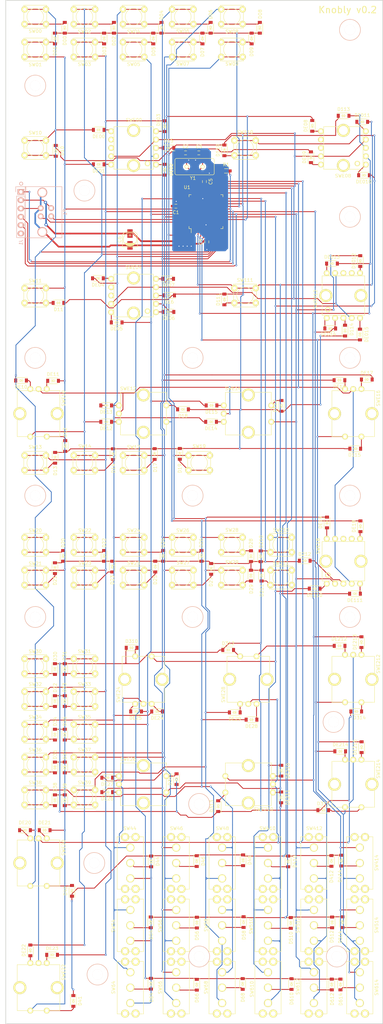
<source format=kicad_pcb>
(kicad_pcb (version 4) (host pcbnew 4.0.2-stable)
  (title_block (title "Main Board"))
  (layers (0 F.Cu signal) (31 B.Cu signal) (34 B.Paste user) (35 F.Paste user) (36 B.SilkS user) (37 F.SilkS user) (38 B.Mask user) (39 F.Mask user) (44 Edge.Cuts user))
  (net 0 "")
  (net 1 "Net-(C1-Pad1)")
  (net 2 GND)
  (net 3 "Net-(C2-Pad1)")
  (net 4 "Net-(C3-Pad2)")
  (net 5 VCC)
  (net 6 ROW0)
  (net 7 "Net-(D10-Pad2)")
  (net 8 "Net-(D11-Pad2)")
  (net 9 ROW1)
  (net 10 "Net-(D12-Pad2)")
  (net 11 "Net-(D13-Pad2)")
  (net 12 "Net-(D14-Pad2)")
  (net 13 "Net-(D15-Pad2)")
  (net 14 "Net-(D16-Pad2)")
  (net 15 "Net-(D17-Pad2)")
  (net 16 "Net-(D18-Pad2)")
  (net 17 "Net-(D19-Pad2)")
  (net 18 "Net-(D20-Pad2)")
  (net 19 "Net-(D21-Pad2)")
  (net 20 "Net-(D22-Pad2)")
  (net 21 "Net-(D23-Pad2)")
  (net 22 "Net-(D24-Pad2)")
  (net 23 "Net-(D25-Pad2)")
  (net 24 "Net-(D26-Pad2)")
  (net 25 "Net-(D27-Pad2)")
  (net 26 ROW2)
  (net 27 "Net-(D28-Pad2)")
  (net 28 "Net-(D29-Pad2)")
  (net 29 "Net-(D30-Pad2)")
  (net 30 "Net-(D31-Pad2)")
  (net 31 "Net-(D32-Pad2)")
  (net 32 "Net-(D33-Pad2)")
  (net 33 "Net-(D34-Pad2)")
  (net 34 "Net-(D35-Pad2)")
  (net 35 "Net-(D36-Pad2)")
  (net 36 "Net-(D37-Pad2)")
  (net 37 "Net-(D38-Pad2)")
  (net 38 "Net-(D39-Pad2)")
  (net 39 "Net-(D40-Pad2)")
  (net 40 ROW3)
  (net 41 "Net-(D41-Pad2)")
  (net 42 "Net-(D44-Pad2)")
  (net 43 "Net-(D46-Pad2)")
  (net 44 "Net-(D48-Pad2)")
  (net 45 "Net-(D54-Pad2)")
  (net 46 "Net-(D56-Pad2)")
  (net 47 ROW4)
  (net 48 "Net-(D58-Pad2)")
  (net 49 "Net-(D64-Pad2)")
  (net 50 ROW5)
  (net 51 "Net-(D66-Pad2)")
  (net 52 "Net-(D68-Pad2)")
  (net 53 ROW6)
  (net 54 COL0)
  (net 55 COL1)
  (net 56 COL2)
  (net 57 COL3)
  (net 58 COL4)
  (net 59 COL5)
  (net 60 COL6)
  (net 61 COL7)
  (net 62 COL8)
  (net 63 COL9)
  (net 64 COL10)
  (net 65 COL11)
  (net 66 COL12)
  (net 67 COL13)
  (net 68 COL14)
  (net 69 COL15)
  (net 70 "Net-(J1-Pad6)")
  (net 71 "Net-(J1-Pad1)")
  (net 72 "Net-(P1-Pad2)")
  (net 73 "Net-(P1-Pad3)")
  (net 74 ENC1)
  (net 75 ENC0)
  (net 76 ENC2)
  (net 77 "Net-(U1-Pad1)")
  (net 78 "Net-(U1-Pad12)")
  (net 79 "Net-(U1-Pad13)")
  (net 80 "Net-(U1-Pad32)")
  (net 81 "Net-(U1-Pad33)")
  (net 82 "Net-(U1-Pad34)")
  (net 83 "Net-(U1-Pad36)")
  (net 84 "Net-(U1-Pad44)")
  (net 85 "Net-(D00-Pad2)")
  (net 86 "Net-(D01-Pad2)")
  (net 87 "Net-(D02-Pad2)")
  (net 88 "Net-(D03-Pad2)")
  (net 89 "Net-(D04-Pad2)")
  (net 90 "Net-(D05-Pad2)")
  (net 91 "Net-(D06-Pad2)")
  (net 92 "Net-(D07-Pad2)")
  (net 93 "Net-(D08-Pad2)")
  (net 94 "Net-(D09-Pad2)")
  (net 95 "Net-(D110-Pad2)")
  (net 96 "Net-(D111-Pad2)")
  (net 97 "Net-(D112-Pad2)")
  (net 98 "Net-(D113-Pad2)")
  (net 99 "Net-(D114-Pad2)")
  (net 100 "Net-(D115-Pad2)")
  (net 101 "Net-(D210-Pad2)")
  (net 102 "Net-(D211-Pad2)")
  (net 103 "Net-(D212-Pad2)")
  (net 104 "Net-(D310-Pad2)")
  (net 105 "Net-(D311-Pad2)")
  (net 106 "Net-(D312-Pad2)")
  (net 107 "Net-(D313-Pad2)")
  (net 108 "Net-(D314-Pad2)")
  (net 109 "Net-(D315-Pad2)")
  (net 110 "Net-(D410-Pad2)")
  (net 111 "Net-(D412-Pad2)")
  (net 112 "Net-(D414-Pad2)")
  (net 113 "Net-(D510-Pad2)")
  (net 114 "Net-(D512-Pad2)")
  (net 115 "Net-(D514-Pad2)")
  (net 116 "Net-(D610-Pad2)")
  (net 117 "Net-(D612-Pad2)")
  (net 118 "Net-(D614-Pad2)")
  (net 119 "Net-(DE00-Pad1)")
  (net 120 "Net-(DE01-Pad1)")
  (net 121 "Net-(DE02-Pad1)")
  (net 122 "Net-(DE03-Pad1)")
  (net 123 "Net-(DE04-Pad1)")
  (net 124 "Net-(DE05-Pad1)")
  (net 125 "Net-(DE06-Pad1)")
  (net 126 "Net-(DE07-Pad1)")
  (net 127 "Net-(DE08-Pad1)")
  (net 128 "Net-(DE09-Pad1)")
  (net 129 "Net-(DE010-Pad1)")
  (net 130 "Net-(DE10-Pad1)")
  (net 131 "Net-(DE011-Pad1)")
  (net 132 "Net-(DE11-Pad1)")
  (net 133 "Net-(DE012-Pad1)")
  (net 134 "Net-(DE12-Pad1)")
  (net 135 "Net-(DE013-Pad1)")
  (net 136 "Net-(DE13-Pad1)")
  (net 137 "Net-(DE014-Pad1)")
  (net 138 "Net-(DE14-Pad1)")
  (net 139 "Net-(DE15-Pad1)")
  (net 140 "Net-(DE015-Pad1)")
  (net 141 "Net-(DE16-Pad1)")
  (net 142 "Net-(DE17-Pad1)")
  (net 143 "Net-(DE18-Pad1)")
  (net 144 "Net-(DE19-Pad1)")
  (net 145 "Net-(DE20-Pad1)")
  (net 146 "Net-(DE21-Pad1)")
  (net 147 "Net-(DE22-Pad1)")
  (net 148 "Net-(DE23-Pad1)")
  (net 149 "Net-(DE24-Pad1)")
  (net 150 "Net-(DE25-Pad1)")
  (net 151 "Net-(DE26-Pad1)")
  (net 152 "Net-(DE27-Pad1)")
  (net 153 "Net-(DE28-Pad1)")
  (net 154 "Net-(DE29-Pad1)")
  (net 155 "Net-(DE110-Pad1)")
  (net 156 "Net-(DE111-Pad1)")
  (net 157 "Net-(DE210-Pad1)")
  (net 158 "Net-(DE211-Pad1)")
  (net 159 "Net-(DE212-Pad1)")
  (net 160 "Net-(DE213-Pad1)")
  (net 161 "Net-(DE214-Pad1)")
  (net 162 "Net-(DE215-Pad1)")
  (module Diodes_SMD:SOD-123 (layer F.Cu) (at 120 53.365 90)
    (fp_text reference D00 (at -3.935 0 90) (layer F.SilkS))
    (fp_text value D_Small)
    (pad 1 smd rect (at -1.635 0 90) (size 0.91 1.22) (layers F.Cu F.Paste F.Mask) (net 6 ROW0))
    (pad 2 smd rect (at 1.635 0 90) (size 0.91 1.22) (layers F.Cu F.Paste F.Mask) (net 85 "Net-(D00-Pad2)"))
  )
  (module Housings_QFP:TQFP-44_10x10mm_Pitch0.8mm (layer F.Cu) (at 163.075 109.425 90)
    (fp_text reference U1 (at 7.425 -5.775 180) (layer F.SilkS))
    (fp_text value PIC18F4550_TQFP)
    (pad 1 smd rect (at -5.7 -4 90) (size 1.5 0.55) (layers F.Cu F.Paste F.Mask) (net 77 "Net-(U1-Pad1)"))
    (pad 2 smd rect (at -5.7 -3.2 90) (size 1.5 0.55) (layers F.Cu F.Paste F.Mask) (net 63 COL9))
    (pad 3 smd rect (at -5.7 -2.4 90) (size 1.5 0.55) (layers F.Cu F.Paste F.Mask) (net 65 COL11))
    (pad 4 smd rect (at -5.7 -1.6 90) (size 1.5 0.55) (layers F.Cu F.Paste F.Mask) (net 67 COL13))
    (pad 5 smd rect (at -5.7 -0.8 90) (size 1.5 0.55) (layers F.Cu F.Paste F.Mask) (net 69 COL15))
    (pad 6 smd rect (at -5.7 0 90) (size 1.5 0.55) (layers F.Cu F.Paste F.Mask) (net 2 GND))
    (pad 7 smd rect (at -5.7 0.8 90) (size 1.5 0.55) (layers F.Cu F.Paste F.Mask) (net 5 VCC))
    (pad 8 smd rect (at -5.7 1.6 90) (size 1.5 0.55) (layers F.Cu F.Paste F.Mask) (net 54 COL0))
    (pad 9 smd rect (at -5.7 2.4 90) (size 1.5 0.55) (layers F.Cu F.Paste F.Mask) (net 56 COL2))
    (pad 10 smd rect (at -5.7 3.2 90) (size 1.5 0.55) (layers F.Cu F.Paste F.Mask) (net 58 COL4))
    (pad 11 smd rect (at -5.7 4 90) (size 1.5 0.55) (layers F.Cu F.Paste F.Mask) (net 60 COL6))
    (pad 12 smd rect (at -4 5.7 180) (size 1.5 0.55) (layers F.Cu F.Paste F.Mask) (net 78 "Net-(U1-Pad12)"))
    (pad 13 smd rect (at -3.2 5.7 180) (size 1.5 0.55) (layers F.Cu F.Paste F.Mask) (net 79 "Net-(U1-Pad13)"))
    (pad 14 smd rect (at -2.4 5.7 180) (size 1.5 0.55) (layers F.Cu F.Paste F.Mask) (net 62 COL8))
    (pad 15 smd rect (at -1.6 5.7 180) (size 1.5 0.55) (layers F.Cu F.Paste F.Mask) (net 64 COL10))
    (pad 16 smd rect (at -0.8 5.7 180) (size 1.5 0.55) (layers F.Cu F.Paste F.Mask) (net 66 COL12))
    (pad 17 smd rect (at 0 5.7 180) (size 1.5 0.55) (layers F.Cu F.Paste F.Mask) (net 68 COL14))
    (pad 18 smd rect (at 0.8 5.7 180) (size 1.5 0.55) (layers F.Cu F.Paste F.Mask) (net 71 "Net-(J1-Pad1)"))
    (pad 19 smd rect (at 1.6 5.7 180) (size 1.5 0.55) (layers F.Cu F.Paste F.Mask) (net 6 ROW0))
    (pad 20 smd rect (at 2.4 5.7 180) (size 1.5 0.55) (layers F.Cu F.Paste F.Mask) (net 9 ROW1))
    (pad 21 smd rect (at 3.2 5.7 180) (size 1.5 0.55) (layers F.Cu F.Paste F.Mask) (net 26 ROW2))
    (pad 22 smd rect (at 4 5.7 180) (size 1.5 0.55) (layers F.Cu F.Paste F.Mask) (net 40 ROW3))
    (pad 23 smd rect (at 5.7 4 90) (size 1.5 0.55) (layers F.Cu F.Paste F.Mask) (net 47 ROW4))
    (pad 24 smd rect (at 5.7 3.2 90) (size 1.5 0.55) (layers F.Cu F.Paste F.Mask) (net 50 ROW5))
    (pad 25 smd rect (at 5.7 2.4 90) (size 1.5 0.55) (layers F.Cu F.Paste F.Mask) (net 75 ENC0))
    (pad 26 smd rect (at 5.7 1.6 90) (size 1.5 0.55) (layers F.Cu F.Paste F.Mask) (net 74 ENC1))
    (pad 27 smd rect (at 5.7 0.8 90) (size 1.5 0.55) (layers F.Cu F.Paste F.Mask) (net 76 ENC2))
    (pad 28 smd rect (at 5.7 0 90) (size 1.5 0.55) (layers F.Cu F.Paste F.Mask) (net 5 VCC))
    (pad 29 smd rect (at 5.7 -0.8 90) (size 1.5 0.55) (layers F.Cu F.Paste F.Mask) (net 2 GND))
    (pad 30 smd rect (at 5.7 -1.6 90) (size 1.5 0.55) (layers F.Cu F.Paste F.Mask) (net 4 "Net-(C3-Pad2)"))
    (pad 31 smd rect (at 5.7 -2.4 90) (size 1.5 0.55) (layers F.Cu F.Paste F.Mask) (net 3 "Net-(C2-Pad1)"))
    (pad 32 smd rect (at 5.7 -3.2 90) (size 1.5 0.55) (layers F.Cu F.Paste F.Mask) (net 80 "Net-(U1-Pad32)"))
    (pad 33 smd rect (at 5.7 -4 90) (size 1.5 0.55) (layers F.Cu F.Paste F.Mask) (net 81 "Net-(U1-Pad33)"))
    (pad 34 smd rect (at 4 -5.7 180) (size 1.5 0.55) (layers F.Cu F.Paste F.Mask) (net 82 "Net-(U1-Pad34)"))
    (pad 35 smd rect (at 3.2 -5.7 180) (size 1.5 0.55) (layers F.Cu F.Paste F.Mask) (net 53 ROW6))
    (pad 36 smd rect (at 2.4 -5.7 180) (size 1.5 0.55) (layers F.Cu F.Paste F.Mask) (net 83 "Net-(U1-Pad36)"))
    (pad 37 smd rect (at 1.6 -5.7 180) (size 1.5 0.55) (layers F.Cu F.Paste F.Mask) (net 1 "Net-(C1-Pad1)"))
    (pad 38 smd rect (at 0.8 -5.7 180) (size 1.5 0.55) (layers F.Cu F.Paste F.Mask) (net 55 COL1))
    (pad 39 smd rect (at 0 -5.7 180) (size 1.5 0.55) (layers F.Cu F.Paste F.Mask) (net 57 COL3))
    (pad 40 smd rect (at -0.8 -5.7 180) (size 1.5 0.55) (layers F.Cu F.Paste F.Mask) (net 59 COL5))
    (pad 41 smd rect (at -1.6 -5.7 180) (size 1.5 0.55) (layers F.Cu F.Paste F.Mask) (net 61 COL7))
    (pad 42 smd rect (at -2.4 -5.7 180) (size 1.5 0.55) (layers F.Cu F.Paste F.Mask) (net 72 "Net-(P1-Pad2)"))
    (pad 43 smd rect (at -3.2 -5.7 180) (size 1.5 0.55) (layers F.Cu F.Paste F.Mask) (net 73 "Net-(P1-Pad3)"))
    (pad 44 smd rect (at -4 -5.7 180) (size 1.5 0.55) (layers F.Cu F.Paste F.Mask) (net 84 "Net-(U1-Pad44)"))
  )
  (module Capacitors_SMD:C_0603_HandSoldering (layer F.Cu) (at 153.9 107.75 180)
    (fp_text reference C1 (at 0 -1.9 180) (layer F.SilkS))
    (fp_text value 470n)
    (pad 1 smd rect (at -0.95 0 180) (size 1.2 0.75) (layers F.Cu F.Paste F.Mask) (net 1 "Net-(C1-Pad1)"))
    (pad 2 smd rect (at 0.95 0 180) (size 1.2 0.75) (layers F.Cu F.Paste F.Mask) (net 2 GND))
  )
  (module Capacitors_SMD:C_0603_HandSoldering (layer F.Cu) (at 156.85 91.5)
    (fp_text reference C2 (at 0 -1.9) (layer F.SilkS))
    (fp_text value 15p)
    (pad 1 smd rect (at -0.95 0) (size 1.2 0.75) (layers F.Cu F.Paste F.Mask) (net 3 "Net-(C2-Pad1)"))
    (pad 2 smd rect (at 0.95 0) (size 1.2 0.75) (layers F.Cu F.Paste F.Mask) (net 2 GND))
  )
  (module Capacitors_SMD:C_0603_HandSoldering (layer F.Cu) (at 160.9 91.5)
    (fp_text reference C3 (at 0 -1.9) (layer F.SilkS))
    (fp_text value 15p)
    (pad 1 smd rect (at -0.95 0) (size 1.2 0.75) (layers F.Cu F.Paste F.Mask) (net 2 GND))
    (pad 2 smd rect (at 0.95 0) (size 1.2 0.75) (layers F.Cu F.Paste F.Mask) (net 4 "Net-(C3-Pad2)"))
  )
  (module Capacitors_SMD:C_0603_HandSoldering (layer F.Cu) (at 163.35 118.65 90)
    (fp_text reference C4 (at 0 -1.9 90) (layer F.SilkS))
    (fp_text value 100n)
    (pad 1 smd rect (at -0.95 0 90) (size 1.2 0.75) (layers F.Cu F.Paste F.Mask) (net 2 GND))
    (pad 2 smd rect (at 0.95 0 90) (size 1.2 0.75) (layers F.Cu F.Paste F.Mask) (net 5 VCC))
  )
  (module Capacitors_SMD:C_0603_HandSoldering (layer F.Cu) (at 162.6 100.25 270)
    (fp_text reference C5 (at 0 -1.9 270) (layer F.SilkS))
    (fp_text value 100n)
    (pad 1 smd rect (at -0.95 0 270) (size 1.2 0.75) (layers F.Cu F.Paste F.Mask) (net 2 GND))
    (pad 2 smd rect (at 0.95 0 270) (size 1.2 0.75) (layers F.Cu F.Paste F.Mask) (net 5 VCC))
  )
  (module Capacitors_SMD:c_elec_4x4.5 (layer F.Cu) (at 139.9 117.90086 90)
    (fp_text reference C6 (at 0 -3.175 90) (layer F.SilkS))
    (fp_text value 10u)
    (pad 1 smd rect (at 1.80086 0 90) (size 2.60096 1.6002) (layers F.Cu F.Paste F.Mask) (net 5 VCC))
    (pad 2 smd rect (at -1.80086 0 90) (size 2.60096 1.6002) (layers F.Cu F.Paste F.Mask) (net 2 GND))
  )
  (module Resistors_SMD:R_0603_HandSoldering (layer F.Cu) (at 169.2 97)
    (fp_text reference R1 (at 0 -1.9) (layer F.SilkS))
    (fp_text value 50k)
    (pad 1 smd rect (at -1.1 0) (size 1.2 0.9) (layers F.Cu F.Paste F.Mask) (net 5 VCC))
    (pad 2 smd rect (at 1.1 0) (size 1.2 0.9) (layers F.Cu F.Paste F.Mask) (net 71 "Net-(J1-Pad1)"))
  )
  (module mystuff:e37 (layer F.Cu) (at 205 216)
    (fp_text reference SWE18 (at -7.7 -4.6 90) (layer F.SilkS))
    (fp_text value Concentric)
    (pad "" thru_hole circle (at -5.35 0) (size 4 4) (drill 2.75) (layers *.Cu *.Mask F.SilkS))
    (pad 3 thru_hole circle (at 0 6.84) (size 1.8 1.8) (drill 1) (layers *.Cu *.Mask F.SilkS) (net 103 "Net-(D212-Pad2)"))
    (pad 4 thru_hole circle (at 2.54 6.84) (size 1.8 1.8) (drill 1) (layers *.Cu *.Mask F.SilkS) (net 74 ENC1))
    (pad 5 thru_hole circle (at 5.08 6.84) (size 1.8 1.8) (drill 1) (layers *.Cu *.Mask F.SilkS) (net 156 "Net-(DE111-Pad1)"))
    (pad 2 thru_hole circle (at -2.54 6.84) (size 1.8 1.8) (drill 1) (layers *.Cu *.Mask F.SilkS) (net 66 COL12))
    (pad 1 thru_hole circle (at -5.08 6.84) (size 1.8 1.8) (drill 1) (layers *.Cu *.Mask F.SilkS) (net 155 "Net-(DE110-Pad1)"))
    (pad 10 thru_hole circle (at -5.08 -6.84) (size 1.8 1.8) (drill 1) (layers *.Cu *.Mask F.SilkS) (net 144 "Net-(DE19-Pad1)"))
    (pad 9 thru_hole circle (at -2.54 -6.84) (size 1.8 1.8) (drill 1) (layers *.Cu *.Mask F.SilkS) (net 74 ENC1))
    (pad 6 thru_hole circle (at 5.08 -6.84) (size 1.8 1.8) (drill 1) (layers *.Cu *.Mask F.SilkS) (net 143 "Net-(DE18-Pad1)"))
    (pad 7 thru_hole circle (at 2.54 -6.84) (size 1.8 1.8) (drill 1) (layers *.Cu *.Mask F.SilkS))
    (pad 8 thru_hole circle (at 0 -6.84) (size 1.8 1.8) (drill 1) (layers *.Cu *.Mask F.SilkS))
    (pad "" thru_hole circle (at 5.35 0) (size 4 4) (drill 2.75) (layers *.Cu *.Mask F.SilkS))
  )
  (module mystuff:e37 (layer F.Cu) (at 205 135)
    (fp_text reference SWE012 (at -8.5 1.1 90) (layer F.SilkS))
    (fp_text value Concentric)
    (pad "" thru_hole circle (at -5.35 0) (size 4 4) (drill 2.75) (layers *.Cu *.Mask F.SilkS))
    (pad 3 thru_hole circle (at 0 6.84) (size 1.8 1.8) (drill 1) (layers *.Cu *.Mask F.SilkS) (net 99 "Net-(D114-Pad2)"))
    (pad 4 thru_hole circle (at 2.54 6.84) (size 1.8 1.8) (drill 1) (layers *.Cu *.Mask F.SilkS) (net 75 ENC0))
    (pad 5 thru_hole circle (at 5.08 6.84) (size 1.8 1.8) (drill 1) (layers *.Cu *.Mask F.SilkS) (net 140 "Net-(DE015-Pad1)"))
    (pad 2 thru_hole circle (at -2.54 6.84) (size 1.8 1.8) (drill 1) (layers *.Cu *.Mask F.SilkS) (net 68 COL14))
    (pad 1 thru_hole circle (at -5.08 6.84) (size 1.8 1.8) (drill 1) (layers *.Cu *.Mask F.SilkS) (net 137 "Net-(DE014-Pad1)"))
    (pad 10 thru_hole circle (at -5.08 -6.84) (size 1.8 1.8) (drill 1) (layers *.Cu *.Mask F.SilkS) (net 135 "Net-(DE013-Pad1)"))
    (pad 9 thru_hole circle (at -2.54 -6.84) (size 1.8 1.8) (drill 1) (layers *.Cu *.Mask F.SilkS) (net 75 ENC0))
    (pad 6 thru_hole circle (at 5.08 -6.84) (size 1.8 1.8) (drill 1) (layers *.Cu *.Mask F.SilkS) (net 133 "Net-(DE012-Pad1)"))
    (pad 7 thru_hole circle (at 2.54 -6.84) (size 1.8 1.8) (drill 1) (layers *.Cu *.Mask F.SilkS))
    (pad 8 thru_hole circle (at 0 -6.84) (size 1.8 1.8) (drill 1) (layers *.Cu *.Mask F.SilkS))
    (pad "" thru_hole circle (at 5.35 0) (size 4 4) (drill 2.75) (layers *.Cu *.Mask F.SilkS))
  )
  (module mystuff:e37 (layer F.Cu) (at 205 90 90)
    (fp_text reference SWE08 (at -8.5 -0.1 360) (layer F.SilkS))
    (fp_text value Concentric)
    (pad "" thru_hole circle (at -5.35 0 90) (size 4 4) (drill 2.75) (layers *.Cu *.Mask F.SilkS))
    (pad 3 thru_hole circle (at 0 6.84 90) (size 1.8 1.8) (drill 1) (layers *.Cu *.Mask F.SilkS) (net 98 "Net-(D113-Pad2)"))
    (pad 4 thru_hole circle (at 2.54 6.84 90) (size 1.8 1.8) (drill 1) (layers *.Cu *.Mask F.SilkS) (net 75 ENC0))
    (pad 5 thru_hole circle (at 5.08 6.84 90) (size 1.8 1.8) (drill 1) (layers *.Cu *.Mask F.SilkS) (net 131 "Net-(DE011-Pad1)"))
    (pad 2 thru_hole circle (at -2.54 6.84 90) (size 1.8 1.8) (drill 1) (layers *.Cu *.Mask F.SilkS) (net 67 COL13))
    (pad 1 thru_hole circle (at -5.08 6.84 90) (size 1.8 1.8) (drill 1) (layers *.Cu *.Mask F.SilkS) (net 129 "Net-(DE010-Pad1)"))
    (pad 10 thru_hole circle (at -5.08 -6.84 90) (size 1.8 1.8) (drill 1) (layers *.Cu *.Mask F.SilkS) (net 128 "Net-(DE09-Pad1)"))
    (pad 9 thru_hole circle (at -2.54 -6.84 90) (size 1.8 1.8) (drill 1) (layers *.Cu *.Mask F.SilkS) (net 75 ENC0))
    (pad 6 thru_hole circle (at 5.08 -6.84 90) (size 1.8 1.8) (drill 1) (layers *.Cu *.Mask F.SilkS) (net 127 "Net-(DE08-Pad1)"))
    (pad 7 thru_hole circle (at 2.54 -6.84 90) (size 1.8 1.8) (drill 1) (layers *.Cu *.Mask F.SilkS))
    (pad 8 thru_hole circle (at 0 -6.84 90) (size 1.8 1.8) (drill 1) (layers *.Cu *.Mask F.SilkS))
    (pad "" thru_hole circle (at 5.35 0 90) (size 4 4) (drill 2.75) (layers *.Cu *.Mask F.SilkS))
  )
  (module mystuff:e37 (layer F.Cu) (at 141 135 90)
    (fp_text reference SWE04 (at 8.6 0 180) (layer F.SilkS))
    (fp_text value Concentric)
    (pad "" thru_hole circle (at -5.35 0 90) (size 4 4) (drill 2.75) (layers *.Cu *.Mask F.SilkS))
    (pad 3 thru_hole circle (at 0 6.84 90) (size 1.8 1.8) (drill 1) (layers *.Cu *.Mask F.SilkS) (net 14 "Net-(D16-Pad2)"))
    (pad 4 thru_hole circle (at 2.54 6.84 90) (size 1.8 1.8) (drill 1) (layers *.Cu *.Mask F.SilkS) (net 75 ENC0))
    (pad 5 thru_hole circle (at 5.08 6.84 90) (size 1.8 1.8) (drill 1) (layers *.Cu *.Mask F.SilkS) (net 126 "Net-(DE07-Pad1)"))
    (pad 2 thru_hole circle (at -2.54 6.84 90) (size 1.8 1.8) (drill 1) (layers *.Cu *.Mask F.SilkS) (net 60 COL6))
    (pad 1 thru_hole circle (at -5.08 6.84 90) (size 1.8 1.8) (drill 1) (layers *.Cu *.Mask F.SilkS) (net 125 "Net-(DE06-Pad1)"))
    (pad 10 thru_hole circle (at -5.08 -6.84 90) (size 1.8 1.8) (drill 1) (layers *.Cu *.Mask F.SilkS) (net 124 "Net-(DE05-Pad1)"))
    (pad 9 thru_hole circle (at -2.54 -6.84 90) (size 1.8 1.8) (drill 1) (layers *.Cu *.Mask F.SilkS) (net 75 ENC0))
    (pad 6 thru_hole circle (at 5.08 -6.84 90) (size 1.8 1.8) (drill 1) (layers *.Cu *.Mask F.SilkS) (net 123 "Net-(DE04-Pad1)"))
    (pad 7 thru_hole circle (at 2.54 -6.84 90) (size 1.8 1.8) (drill 1) (layers *.Cu *.Mask F.SilkS))
    (pad 8 thru_hole circle (at 0 -6.84 90) (size 1.8 1.8) (drill 1) (layers *.Cu *.Mask F.SilkS))
    (pad "" thru_hole circle (at 5.35 0 90) (size 4 4) (drill 2.75) (layers *.Cu *.Mask F.SilkS))
  )
  (module mystuff:e37 (layer F.Cu) (at 141 90 90)
    (fp_text reference SWE00 (at 8.5 0.1 180) (layer F.SilkS))
    (fp_text value Concentric)
    (pad "" thru_hole circle (at -5.35 0 90) (size 4 4) (drill 2.75) (layers *.Cu *.Mask F.SilkS))
    (pad 3 thru_hole circle (at 0 6.84 90) (size 1.8 1.8) (drill 1) (layers *.Cu *.Mask F.SilkS) (net 13 "Net-(D15-Pad2)"))
    (pad 4 thru_hole circle (at 2.54 6.84 90) (size 1.8 1.8) (drill 1) (layers *.Cu *.Mask F.SilkS) (net 75 ENC0))
    (pad 5 thru_hole circle (at 5.08 6.84 90) (size 1.8 1.8) (drill 1) (layers *.Cu *.Mask F.SilkS) (net 122 "Net-(DE03-Pad1)"))
    (pad 2 thru_hole circle (at -2.54 6.84 90) (size 1.8 1.8) (drill 1) (layers *.Cu *.Mask F.SilkS) (net 59 COL5))
    (pad 1 thru_hole circle (at -5.08 6.84 90) (size 1.8 1.8) (drill 1) (layers *.Cu *.Mask F.SilkS) (net 121 "Net-(DE02-Pad1)"))
    (pad 10 thru_hole circle (at -5.08 -6.84 90) (size 1.8 1.8) (drill 1) (layers *.Cu *.Mask F.SilkS) (net 120 "Net-(DE01-Pad1)"))
    (pad 9 thru_hole circle (at -2.54 -6.84 90) (size 1.8 1.8) (drill 1) (layers *.Cu *.Mask F.SilkS) (net 75 ENC0))
    (pad 6 thru_hole circle (at 5.08 -6.84 90) (size 1.8 1.8) (drill 1) (layers *.Cu *.Mask F.SilkS) (net 119 "Net-(DE00-Pad1)"))
    (pad 7 thru_hole circle (at 2.54 -6.84 90) (size 1.8 1.8) (drill 1) (layers *.Cu *.Mask F.SilkS))
    (pad 8 thru_hole circle (at 0 -6.84 90) (size 1.8 1.8) (drill 1) (layers *.Cu *.Mask F.SilkS))
    (pad "" thru_hole circle (at 5.35 0 90) (size 4 4) (drill 2.75) (layers *.Cu *.Mask F.SilkS))
  )
  (module mystuff:TACT (layer F.Cu) (at 161 186)
    (fp_text reference SW19 (at 0 -5.05) (layer F.SilkS))
    (fp_text value TACT)
    (pad 1 thru_hole circle (at 3.25 -2.25) (size 2 2) (drill 1) (layers *.Cu *.Mask F.SilkS) (net 63 COL9))
    (pad 2 thru_hole circle (at 3.25 2.25) (size 2 2) (drill 1) (layers *.Cu *.Mask F.SilkS) (net 17 "Net-(D19-Pad2)"))
    (pad 1 thru_hole circle (at -3.25 -2.25) (size 2 2) (drill 1) (layers *.Cu *.Mask F.SilkS) (net 63 COL9))
    (pad 2 thru_hole circle (at -3.25 2.25) (size 2 2) (drill 1) (layers *.Cu *.Mask F.SilkS) (net 17 "Net-(D19-Pad2)"))
  )
  (module mystuff:TACT (layer F.Cu) (at 186 221)
    (fp_text reference SW211 (at -0.1 -4.4) (layer F.SilkS))
    (fp_text value TACT)
    (pad 1 thru_hole circle (at 3.25 -2.25) (size 2 2) (drill 1) (layers *.Cu *.Mask F.SilkS) (net 65 COL11))
    (pad 2 thru_hole circle (at 3.25 2.25) (size 2 2) (drill 1) (layers *.Cu *.Mask F.SilkS) (net 102 "Net-(D211-Pad2)"))
    (pad 1 thru_hole circle (at -3.25 -2.25) (size 2 2) (drill 1) (layers *.Cu *.Mask F.SilkS) (net 65 COL11))
    (pad 2 thru_hole circle (at -3.25 2.25) (size 2 2) (drill 1) (layers *.Cu *.Mask F.SilkS) (net 102 "Net-(D211-Pad2)"))
  )
  (module mystuff:TACT (layer F.Cu) (at 186 211)
    (fp_text reference SW210 (at 0 -4.5) (layer F.SilkS))
    (fp_text value TACT)
    (pad 1 thru_hole circle (at 3.25 -2.25) (size 2 2) (drill 1) (layers *.Cu *.Mask F.SilkS) (net 64 COL10))
    (pad 2 thru_hole circle (at 3.25 2.25) (size 2 2) (drill 1) (layers *.Cu *.Mask F.SilkS) (net 101 "Net-(D210-Pad2)"))
    (pad 1 thru_hole circle (at -3.25 -2.25) (size 2 2) (drill 1) (layers *.Cu *.Mask F.SilkS) (net 64 COL10))
    (pad 2 thru_hole circle (at -3.25 2.25) (size 2 2) (drill 1) (layers *.Cu *.Mask F.SilkS) (net 101 "Net-(D210-Pad2)"))
  )
  (module mystuff:TACT (layer F.Cu) (at 175 135)
    (fp_text reference SW111 (at 0 -4.7) (layer F.SilkS))
    (fp_text value TACT)
    (pad 1 thru_hole circle (at 3.25 -2.25) (size 2 2) (drill 1) (layers *.Cu *.Mask F.SilkS) (net 65 COL11))
    (pad 2 thru_hole circle (at 3.25 2.25) (size 2 2) (drill 1) (layers *.Cu *.Mask F.SilkS) (net 96 "Net-(D111-Pad2)"))
    (pad 1 thru_hole circle (at -3.25 -2.25) (size 2 2) (drill 1) (layers *.Cu *.Mask F.SilkS) (net 65 COL11))
    (pad 2 thru_hole circle (at -3.25 2.25) (size 2 2) (drill 1) (layers *.Cu *.Mask F.SilkS) (net 96 "Net-(D111-Pad2)"))
  )
  (module mystuff:TACT (layer F.Cu) (at 175 90)
    (fp_text reference SW110 (at 0 -4.8) (layer F.SilkS))
    (fp_text value TACT)
    (pad 1 thru_hole circle (at 3.25 -2.25) (size 2 2) (drill 1) (layers *.Cu *.Mask F.SilkS) (net 64 COL10))
    (pad 2 thru_hole circle (at 3.25 2.25) (size 2 2) (drill 1) (layers *.Cu *.Mask F.SilkS) (net 95 "Net-(D110-Pad2)"))
    (pad 1 thru_hole circle (at -3.25 -2.25) (size 2 2) (drill 1) (layers *.Cu *.Mask F.SilkS) (net 64 COL10))
    (pad 2 thru_hole circle (at -3.25 2.25) (size 2 2) (drill 1) (layers *.Cu *.Mask F.SilkS) (net 95 "Net-(D110-Pad2)"))
  )
  (module mystuff:TACT (layer F.Cu) (at 126 288)
    (fp_text reference SW39 (at 0 -4.5) (layer F.SilkS))
    (fp_text value TACT)
    (pad 1 thru_hole circle (at 3.25 -2.25) (size 2 2) (drill 1) (layers *.Cu *.Mask F.SilkS) (net 63 COL9))
    (pad 2 thru_hole circle (at 3.25 2.25) (size 2 2) (drill 1) (layers *.Cu *.Mask F.SilkS) (net 38 "Net-(D39-Pad2)"))
    (pad 1 thru_hole circle (at -3.25 -2.25) (size 2 2) (drill 1) (layers *.Cu *.Mask F.SilkS) (net 63 COL9))
    (pad 2 thru_hole circle (at -3.25 2.25) (size 2 2) (drill 1) (layers *.Cu *.Mask F.SilkS) (net 38 "Net-(D39-Pad2)"))
  )
  (module mystuff:TACT (layer F.Cu) (at 111 288)
    (fp_text reference SW38 (at 0 -4.5) (layer F.SilkS))
    (fp_text value TACT)
    (pad 1 thru_hole circle (at 3.25 -2.25) (size 2 2) (drill 1) (layers *.Cu *.Mask F.SilkS) (net 62 COL8))
    (pad 2 thru_hole circle (at 3.25 2.25) (size 2 2) (drill 1) (layers *.Cu *.Mask F.SilkS) (net 37 "Net-(D38-Pad2)"))
    (pad 1 thru_hole circle (at -3.25 -2.25) (size 2 2) (drill 1) (layers *.Cu *.Mask F.SilkS) (net 62 COL8))
    (pad 2 thru_hole circle (at -3.25 2.25) (size 2 2) (drill 1) (layers *.Cu *.Mask F.SilkS) (net 37 "Net-(D38-Pad2)"))
  )
  (module mystuff:TACT (layer F.Cu) (at 126 278)
    (fp_text reference SW37 (at 0 -4.5) (layer F.SilkS))
    (fp_text value TACT)
    (pad 1 thru_hole circle (at 3.25 -2.25) (size 2 2) (drill 1) (layers *.Cu *.Mask F.SilkS) (net 61 COL7))
    (pad 2 thru_hole circle (at 3.25 2.25) (size 2 2) (drill 1) (layers *.Cu *.Mask F.SilkS) (net 36 "Net-(D37-Pad2)"))
    (pad 1 thru_hole circle (at -3.25 -2.25) (size 2 2) (drill 1) (layers *.Cu *.Mask F.SilkS) (net 61 COL7))
    (pad 2 thru_hole circle (at -3.25 2.25) (size 2 2) (drill 1) (layers *.Cu *.Mask F.SilkS) (net 36 "Net-(D37-Pad2)"))
  )
  (module mystuff:TACT (layer F.Cu) (at 111 278)
    (fp_text reference SW36 (at 0 -4.5) (layer F.SilkS))
    (fp_text value TACT)
    (pad 1 thru_hole circle (at 3.25 -2.25) (size 2 2) (drill 1) (layers *.Cu *.Mask F.SilkS) (net 60 COL6))
    (pad 2 thru_hole circle (at 3.25 2.25) (size 2 2) (drill 1) (layers *.Cu *.Mask F.SilkS) (net 35 "Net-(D36-Pad2)"))
    (pad 1 thru_hole circle (at -3.25 -2.25) (size 2 2) (drill 1) (layers *.Cu *.Mask F.SilkS) (net 60 COL6))
    (pad 2 thru_hole circle (at -3.25 2.25) (size 2 2) (drill 1) (layers *.Cu *.Mask F.SilkS) (net 35 "Net-(D36-Pad2)"))
  )
  (module mystuff:TACT (layer F.Cu) (at 126 268)
    (fp_text reference SW35 (at 0 -4.5) (layer F.SilkS))
    (fp_text value TACT)
    (pad 1 thru_hole circle (at 3.25 -2.25) (size 2 2) (drill 1) (layers *.Cu *.Mask F.SilkS) (net 59 COL5))
    (pad 2 thru_hole circle (at 3.25 2.25) (size 2 2) (drill 1) (layers *.Cu *.Mask F.SilkS) (net 34 "Net-(D35-Pad2)"))
    (pad 1 thru_hole circle (at -3.25 -2.25) (size 2 2) (drill 1) (layers *.Cu *.Mask F.SilkS) (net 59 COL5))
    (pad 2 thru_hole circle (at -3.25 2.25) (size 2 2) (drill 1) (layers *.Cu *.Mask F.SilkS) (net 34 "Net-(D35-Pad2)"))
  )
  (module mystuff:TACT (layer F.Cu) (at 111 268)
    (fp_text reference SW34 (at 0 -4.5) (layer F.SilkS))
    (fp_text value TACT)
    (pad 1 thru_hole circle (at 3.25 -2.25) (size 2 2) (drill 1) (layers *.Cu *.Mask F.SilkS) (net 58 COL4))
    (pad 2 thru_hole circle (at 3.25 2.25) (size 2 2) (drill 1) (layers *.Cu *.Mask F.SilkS) (net 33 "Net-(D34-Pad2)"))
    (pad 1 thru_hole circle (at -3.25 -2.25) (size 2 2) (drill 1) (layers *.Cu *.Mask F.SilkS) (net 58 COL4))
    (pad 2 thru_hole circle (at -3.25 2.25) (size 2 2) (drill 1) (layers *.Cu *.Mask F.SilkS) (net 33 "Net-(D34-Pad2)"))
  )
  (module mystuff:TACT (layer F.Cu) (at 126 258)
    (fp_text reference SW33 (at 0 -4.5) (layer F.SilkS))
    (fp_text value TACT)
    (pad 1 thru_hole circle (at 3.25 -2.25) (size 2 2) (drill 1) (layers *.Cu *.Mask F.SilkS) (net 57 COL3))
    (pad 2 thru_hole circle (at 3.25 2.25) (size 2 2) (drill 1) (layers *.Cu *.Mask F.SilkS) (net 32 "Net-(D33-Pad2)"))
    (pad 1 thru_hole circle (at -3.25 -2.25) (size 2 2) (drill 1) (layers *.Cu *.Mask F.SilkS) (net 57 COL3))
    (pad 2 thru_hole circle (at -3.25 2.25) (size 2 2) (drill 1) (layers *.Cu *.Mask F.SilkS) (net 32 "Net-(D33-Pad2)"))
  )
  (module mystuff:TACT (layer F.Cu) (at 111 258)
    (fp_text reference SW32 (at 0 -4.5) (layer F.SilkS))
    (fp_text value TACT)
    (pad 1 thru_hole circle (at 3.25 -2.25) (size 2 2) (drill 1) (layers *.Cu *.Mask F.SilkS) (net 56 COL2))
    (pad 2 thru_hole circle (at 3.25 2.25) (size 2 2) (drill 1) (layers *.Cu *.Mask F.SilkS) (net 31 "Net-(D32-Pad2)"))
    (pad 1 thru_hole circle (at -3.25 -2.25) (size 2 2) (drill 1) (layers *.Cu *.Mask F.SilkS) (net 56 COL2))
    (pad 2 thru_hole circle (at -3.25 2.25) (size 2 2) (drill 1) (layers *.Cu *.Mask F.SilkS) (net 31 "Net-(D32-Pad2)"))
  )
  (module mystuff:TACT (layer F.Cu) (at 126 248)
    (fp_text reference SW31 (at 0 -4.5) (layer F.SilkS))
    (fp_text value TACT)
    (pad 1 thru_hole circle (at 3.25 -2.25) (size 2 2) (drill 1) (layers *.Cu *.Mask F.SilkS) (net 55 COL1))
    (pad 2 thru_hole circle (at 3.25 2.25) (size 2 2) (drill 1) (layers *.Cu *.Mask F.SilkS) (net 30 "Net-(D31-Pad2)"))
    (pad 1 thru_hole circle (at -3.25 -2.25) (size 2 2) (drill 1) (layers *.Cu *.Mask F.SilkS) (net 55 COL1))
    (pad 2 thru_hole circle (at -3.25 2.25) (size 2 2) (drill 1) (layers *.Cu *.Mask F.SilkS) (net 30 "Net-(D31-Pad2)"))
  )
  (module mystuff:TACT (layer F.Cu) (at 111 248)
    (fp_text reference SW30 (at 0 -4.5) (layer F.SilkS))
    (fp_text value TACT)
    (pad 1 thru_hole circle (at 3.25 -2.25) (size 2 2) (drill 1) (layers *.Cu *.Mask F.SilkS) (net 54 COL0))
    (pad 2 thru_hole circle (at 3.25 2.25) (size 2 2) (drill 1) (layers *.Cu *.Mask F.SilkS) (net 29 "Net-(D30-Pad2)"))
    (pad 1 thru_hole circle (at -3.25 -2.25) (size 2 2) (drill 1) (layers *.Cu *.Mask F.SilkS) (net 54 COL0))
    (pad 2 thru_hole circle (at -3.25 2.25) (size 2 2) (drill 1) (layers *.Cu *.Mask F.SilkS) (net 29 "Net-(D30-Pad2)"))
  )
  (module mystuff:TACT (layer F.Cu) (at 171 221)
    (fp_text reference SW29 (at 0 -4.7) (layer F.SilkS))
    (fp_text value TACT)
    (pad 1 thru_hole circle (at 3.25 -2.25) (size 2 2) (drill 1) (layers *.Cu *.Mask F.SilkS) (net 63 COL9))
    (pad 2 thru_hole circle (at 3.25 2.25) (size 2 2) (drill 1) (layers *.Cu *.Mask F.SilkS) (net 28 "Net-(D29-Pad2)"))
    (pad 1 thru_hole circle (at -3.25 -2.25) (size 2 2) (drill 1) (layers *.Cu *.Mask F.SilkS) (net 63 COL9))
    (pad 2 thru_hole circle (at -3.25 2.25) (size 2 2) (drill 1) (layers *.Cu *.Mask F.SilkS) (net 28 "Net-(D29-Pad2)"))
  )
  (module mystuff:TACT (layer F.Cu) (at 171 211)
    (fp_text reference SW28 (at 0 -4.5) (layer F.SilkS))
    (fp_text value TACT)
    (pad 1 thru_hole circle (at 3.25 -2.25) (size 2 2) (drill 1) (layers *.Cu *.Mask F.SilkS) (net 62 COL8))
    (pad 2 thru_hole circle (at 3.25 2.25) (size 2 2) (drill 1) (layers *.Cu *.Mask F.SilkS) (net 27 "Net-(D28-Pad2)"))
    (pad 1 thru_hole circle (at -3.25 -2.25) (size 2 2) (drill 1) (layers *.Cu *.Mask F.SilkS) (net 62 COL8))
    (pad 2 thru_hole circle (at -3.25 2.25) (size 2 2) (drill 1) (layers *.Cu *.Mask F.SilkS) (net 27 "Net-(D28-Pad2)"))
  )
  (module mystuff:TACT (layer F.Cu) (at 156 221)
    (fp_text reference SW27 (at 0.1 -4.5) (layer F.SilkS))
    (fp_text value TACT)
    (pad 1 thru_hole circle (at 3.25 -2.25) (size 2 2) (drill 1) (layers *.Cu *.Mask F.SilkS) (net 61 COL7))
    (pad 2 thru_hole circle (at 3.25 2.25) (size 2 2) (drill 1) (layers *.Cu *.Mask F.SilkS) (net 25 "Net-(D27-Pad2)"))
    (pad 1 thru_hole circle (at -3.25 -2.25) (size 2 2) (drill 1) (layers *.Cu *.Mask F.SilkS) (net 61 COL7))
    (pad 2 thru_hole circle (at -3.25 2.25) (size 2 2) (drill 1) (layers *.Cu *.Mask F.SilkS) (net 25 "Net-(D27-Pad2)"))
  )
  (module mystuff:TACT (layer F.Cu) (at 156 211)
    (fp_text reference SW26 (at 0 -4.4) (layer F.SilkS))
    (fp_text value TACT)
    (pad 1 thru_hole circle (at 3.25 -2.25) (size 2 2) (drill 1) (layers *.Cu *.Mask F.SilkS) (net 60 COL6))
    (pad 2 thru_hole circle (at 3.25 2.25) (size 2 2) (drill 1) (layers *.Cu *.Mask F.SilkS) (net 24 "Net-(D26-Pad2)"))
    (pad 1 thru_hole circle (at -3.25 -2.25) (size 2 2) (drill 1) (layers *.Cu *.Mask F.SilkS) (net 60 COL6))
    (pad 2 thru_hole circle (at -3.25 2.25) (size 2 2) (drill 1) (layers *.Cu *.Mask F.SilkS) (net 24 "Net-(D26-Pad2)"))
  )
  (module mystuff:TACT (layer F.Cu) (at 141 221)
    (fp_text reference SW25 (at 0 -4.4) (layer F.SilkS))
    (fp_text value TACT)
    (pad 1 thru_hole circle (at 3.25 -2.25) (size 2 2) (drill 1) (layers *.Cu *.Mask F.SilkS) (net 59 COL5))
    (pad 2 thru_hole circle (at 3.25 2.25) (size 2 2) (drill 1) (layers *.Cu *.Mask F.SilkS) (net 23 "Net-(D25-Pad2)"))
    (pad 1 thru_hole circle (at -3.25 -2.25) (size 2 2) (drill 1) (layers *.Cu *.Mask F.SilkS) (net 59 COL5))
    (pad 2 thru_hole circle (at -3.25 2.25) (size 2 2) (drill 1) (layers *.Cu *.Mask F.SilkS) (net 23 "Net-(D25-Pad2)"))
  )
  (module mystuff:TACT (layer F.Cu) (at 141 211)
    (fp_text reference SW24 (at 0 -4.4) (layer F.SilkS))
    (fp_text value TACT)
    (pad 1 thru_hole circle (at 3.25 -2.25) (size 2 2) (drill 1) (layers *.Cu *.Mask F.SilkS) (net 58 COL4))
    (pad 2 thru_hole circle (at 3.25 2.25) (size 2 2) (drill 1) (layers *.Cu *.Mask F.SilkS) (net 22 "Net-(D24-Pad2)"))
    (pad 1 thru_hole circle (at -3.25 -2.25) (size 2 2) (drill 1) (layers *.Cu *.Mask F.SilkS) (net 58 COL4))
    (pad 2 thru_hole circle (at -3.25 2.25) (size 2 2) (drill 1) (layers *.Cu *.Mask F.SilkS) (net 22 "Net-(D24-Pad2)"))
  )
  (module mystuff:TACT (layer F.Cu) (at 126 221)
    (fp_text reference SW23 (at 0.1 -4.4) (layer F.SilkS))
    (fp_text value TACT)
    (pad 1 thru_hole circle (at 3.25 -2.25) (size 2 2) (drill 1) (layers *.Cu *.Mask F.SilkS) (net 57 COL3))
    (pad 2 thru_hole circle (at 3.25 2.25) (size 2 2) (drill 1) (layers *.Cu *.Mask F.SilkS) (net 21 "Net-(D23-Pad2)"))
    (pad 1 thru_hole circle (at -3.25 -2.25) (size 2 2) (drill 1) (layers *.Cu *.Mask F.SilkS) (net 57 COL3))
    (pad 2 thru_hole circle (at -3.25 2.25) (size 2 2) (drill 1) (layers *.Cu *.Mask F.SilkS) (net 21 "Net-(D23-Pad2)"))
  )
  (module mystuff:TACT (layer F.Cu) (at 126 211)
    (fp_text reference SW22 (at 0.1 -4.4) (layer F.SilkS))
    (fp_text value TACT)
    (pad 1 thru_hole circle (at 3.25 -2.25) (size 2 2) (drill 1) (layers *.Cu *.Mask F.SilkS) (net 56 COL2))
    (pad 2 thru_hole circle (at 3.25 2.25) (size 2 2) (drill 1) (layers *.Cu *.Mask F.SilkS) (net 20 "Net-(D22-Pad2)"))
    (pad 1 thru_hole circle (at -3.25 -2.25) (size 2 2) (drill 1) (layers *.Cu *.Mask F.SilkS) (net 56 COL2))
    (pad 2 thru_hole circle (at -3.25 2.25) (size 2 2) (drill 1) (layers *.Cu *.Mask F.SilkS) (net 20 "Net-(D22-Pad2)"))
  )
  (module mystuff:TACT (layer F.Cu) (at 111 221)
    (fp_text reference SW21 (at 0 -4.3) (layer F.SilkS))
    (fp_text value TACT)
    (pad 1 thru_hole circle (at 3.25 -2.25) (size 2 2) (drill 1) (layers *.Cu *.Mask F.SilkS) (net 55 COL1))
    (pad 2 thru_hole circle (at 3.25 2.25) (size 2 2) (drill 1) (layers *.Cu *.Mask F.SilkS) (net 19 "Net-(D21-Pad2)"))
    (pad 1 thru_hole circle (at -3.25 -2.25) (size 2 2) (drill 1) (layers *.Cu *.Mask F.SilkS) (net 55 COL1))
    (pad 2 thru_hole circle (at -3.25 2.25) (size 2 2) (drill 1) (layers *.Cu *.Mask F.SilkS) (net 19 "Net-(D21-Pad2)"))
  )
  (module mystuff:TACT (layer F.Cu) (at 111 211)
    (fp_text reference SW20 (at 0 -4.4) (layer F.SilkS))
    (fp_text value TACT)
    (pad 1 thru_hole circle (at 3.25 -2.25) (size 2 2) (drill 1) (layers *.Cu *.Mask F.SilkS) (net 54 COL0))
    (pad 2 thru_hole circle (at 3.25 2.25) (size 2 2) (drill 1) (layers *.Cu *.Mask F.SilkS) (net 18 "Net-(D20-Pad2)"))
    (pad 1 thru_hole circle (at -3.25 -2.25) (size 2 2) (drill 1) (layers *.Cu *.Mask F.SilkS) (net 54 COL0))
    (pad 2 thru_hole circle (at -3.25 2.25) (size 2 2) (drill 1) (layers *.Cu *.Mask F.SilkS) (net 18 "Net-(D20-Pad2)"))
  )
  (module mystuff:TACT (layer F.Cu) (at 141 186)
    (fp_text reference SW17 (at 0 -4.8) (layer F.SilkS))
    (fp_text value TACT)
    (pad 1 thru_hole circle (at 3.25 -2.25) (size 2 2) (drill 1) (layers *.Cu *.Mask F.SilkS) (net 61 COL7))
    (pad 2 thru_hole circle (at 3.25 2.25) (size 2 2) (drill 1) (layers *.Cu *.Mask F.SilkS) (net 15 "Net-(D17-Pad2)"))
    (pad 1 thru_hole circle (at -3.25 -2.25) (size 2 2) (drill 1) (layers *.Cu *.Mask F.SilkS) (net 61 COL7))
    (pad 2 thru_hole circle (at -3.25 2.25) (size 2 2) (drill 1) (layers *.Cu *.Mask F.SilkS) (net 15 "Net-(D17-Pad2)"))
  )
  (module mystuff:TACT (layer F.Cu) (at 126 186)
    (fp_text reference SW14 (at 0.1 -5.05) (layer F.SilkS))
    (fp_text value TACT)
    (pad 1 thru_hole circle (at 3.25 -2.25) (size 2 2) (drill 1) (layers *.Cu *.Mask F.SilkS) (net 58 COL4))
    (pad 2 thru_hole circle (at 3.25 2.25) (size 2 2) (drill 1) (layers *.Cu *.Mask F.SilkS) (net 12 "Net-(D14-Pad2)"))
    (pad 1 thru_hole circle (at -3.25 -2.25) (size 2 2) (drill 1) (layers *.Cu *.Mask F.SilkS) (net 58 COL4))
    (pad 2 thru_hole circle (at -3.25 2.25) (size 2 2) (drill 1) (layers *.Cu *.Mask F.SilkS) (net 12 "Net-(D14-Pad2)"))
  )
  (module mystuff:TACT (layer F.Cu) (at 111 186)
    (fp_text reference SW13 (at 0 -4.8) (layer F.SilkS))
    (fp_text value TACT)
    (pad 1 thru_hole circle (at 3.25 -2.25) (size 2 2) (drill 1) (layers *.Cu *.Mask F.SilkS) (net 57 COL3))
    (pad 2 thru_hole circle (at 3.25 2.25) (size 2 2) (drill 1) (layers *.Cu *.Mask F.SilkS) (net 11 "Net-(D13-Pad2)"))
    (pad 1 thru_hole circle (at -3.25 -2.25) (size 2 2) (drill 1) (layers *.Cu *.Mask F.SilkS) (net 57 COL3))
    (pad 2 thru_hole circle (at -3.25 2.25) (size 2 2) (drill 1) (layers *.Cu *.Mask F.SilkS) (net 11 "Net-(D13-Pad2)"))
  )
  (module mystuff:TACT (layer F.Cu) (at 111 135)
    (fp_text reference SW11 (at 0 -4.5) (layer F.SilkS))
    (fp_text value TACT)
    (pad 1 thru_hole circle (at 3.25 -2.25) (size 2 2) (drill 1) (layers *.Cu *.Mask F.SilkS) (net 55 COL1))
    (pad 2 thru_hole circle (at 3.25 2.25) (size 2 2) (drill 1) (layers *.Cu *.Mask F.SilkS) (net 8 "Net-(D11-Pad2)"))
    (pad 1 thru_hole circle (at -3.25 -2.25) (size 2 2) (drill 1) (layers *.Cu *.Mask F.SilkS) (net 55 COL1))
    (pad 2 thru_hole circle (at -3.25 2.25) (size 2 2) (drill 1) (layers *.Cu *.Mask F.SilkS) (net 8 "Net-(D11-Pad2)"))
  )
  (module mystuff:TACT (layer F.Cu) (at 111 90)
    (fp_text reference SW10 (at 0 -4.6) (layer F.SilkS))
    (fp_text value TACT)
    (pad 1 thru_hole circle (at 3.25 -2.25) (size 2 2) (drill 1) (layers *.Cu *.Mask F.SilkS) (net 54 COL0))
    (pad 2 thru_hole circle (at 3.25 2.25) (size 2 2) (drill 1) (layers *.Cu *.Mask F.SilkS) (net 7 "Net-(D10-Pad2)"))
    (pad 1 thru_hole circle (at -3.25 -2.25) (size 2 2) (drill 1) (layers *.Cu *.Mask F.SilkS) (net 54 COL0))
    (pad 2 thru_hole circle (at -3.25 2.25) (size 2 2) (drill 1) (layers *.Cu *.Mask F.SilkS) (net 7 "Net-(D10-Pad2)"))
  )
  (module mystuff:TACT (layer F.Cu) (at 171 60 180)
    (fp_text reference SW09 (at 0 -4.4 180) (layer F.SilkS))
    (fp_text value TACT)
    (pad 1 thru_hole circle (at 3.25 -2.25 180) (size 2 2) (drill 1) (layers *.Cu *.Mask F.SilkS) (net 63 COL9))
    (pad 2 thru_hole circle (at 3.25 2.25 180) (size 2 2) (drill 1) (layers *.Cu *.Mask F.SilkS) (net 94 "Net-(D09-Pad2)"))
    (pad 1 thru_hole circle (at -3.25 -2.25 180) (size 2 2) (drill 1) (layers *.Cu *.Mask F.SilkS) (net 63 COL9))
    (pad 2 thru_hole circle (at -3.25 2.25 180) (size 2 2) (drill 1) (layers *.Cu *.Mask F.SilkS) (net 94 "Net-(D09-Pad2)"))
  )
  (module mystuff:TACT (layer F.Cu) (at 171 50)
    (fp_text reference SW08 (at 0 4.5) (layer F.SilkS))
    (fp_text value TACT)
    (pad 1 thru_hole circle (at 3.25 -2.25) (size 2 2) (drill 1) (layers *.Cu *.Mask F.SilkS) (net 62 COL8))
    (pad 2 thru_hole circle (at 3.25 2.25) (size 2 2) (drill 1) (layers *.Cu *.Mask F.SilkS) (net 93 "Net-(D08-Pad2)"))
    (pad 1 thru_hole circle (at -3.25 -2.25) (size 2 2) (drill 1) (layers *.Cu *.Mask F.SilkS) (net 62 COL8))
    (pad 2 thru_hole circle (at -3.25 2.25) (size 2 2) (drill 1) (layers *.Cu *.Mask F.SilkS) (net 93 "Net-(D08-Pad2)"))
  )
  (module mystuff:TACT (layer F.Cu) (at 156 60 180)
    (fp_text reference SW07 (at 0 -4.4 180) (layer F.SilkS))
    (fp_text value TACT)
    (pad 1 thru_hole circle (at 3.25 -2.25 180) (size 2 2) (drill 1) (layers *.Cu *.Mask F.SilkS) (net 61 COL7))
    (pad 2 thru_hole circle (at 3.25 2.25 180) (size 2 2) (drill 1) (layers *.Cu *.Mask F.SilkS) (net 92 "Net-(D07-Pad2)"))
    (pad 1 thru_hole circle (at -3.25 -2.25 180) (size 2 2) (drill 1) (layers *.Cu *.Mask F.SilkS) (net 61 COL7))
    (pad 2 thru_hole circle (at -3.25 2.25 180) (size 2 2) (drill 1) (layers *.Cu *.Mask F.SilkS) (net 92 "Net-(D07-Pad2)"))
  )
  (module mystuff:TACT (layer F.Cu) (at 156 50)
    (fp_text reference SW06 (at 0 4.4) (layer F.SilkS))
    (fp_text value TACT)
    (pad 1 thru_hole circle (at 3.25 -2.25) (size 2 2) (drill 1) (layers *.Cu *.Mask F.SilkS) (net 60 COL6))
    (pad 2 thru_hole circle (at 3.25 2.25) (size 2 2) (drill 1) (layers *.Cu *.Mask F.SilkS) (net 91 "Net-(D06-Pad2)"))
    (pad 1 thru_hole circle (at -3.25 -2.25) (size 2 2) (drill 1) (layers *.Cu *.Mask F.SilkS) (net 60 COL6))
    (pad 2 thru_hole circle (at -3.25 2.25) (size 2 2) (drill 1) (layers *.Cu *.Mask F.SilkS) (net 91 "Net-(D06-Pad2)"))
  )
  (module mystuff:TACT (layer F.Cu) (at 141 60 180)
    (fp_text reference SW05 (at 0 -4.5 180) (layer F.SilkS))
    (fp_text value TACT)
    (pad 1 thru_hole circle (at 3.25 -2.25 180) (size 2 2) (drill 1) (layers *.Cu *.Mask F.SilkS) (net 59 COL5))
    (pad 2 thru_hole circle (at 3.25 2.25 180) (size 2 2) (drill 1) (layers *.Cu *.Mask F.SilkS) (net 90 "Net-(D05-Pad2)"))
    (pad 1 thru_hole circle (at -3.25 -2.25 180) (size 2 2) (drill 1) (layers *.Cu *.Mask F.SilkS) (net 59 COL5))
    (pad 2 thru_hole circle (at -3.25 2.25 180) (size 2 2) (drill 1) (layers *.Cu *.Mask F.SilkS) (net 90 "Net-(D05-Pad2)"))
  )
  (module mystuff:TACT (layer F.Cu) (at 141 50)
    (fp_text reference SW04 (at 0 4.5) (layer F.SilkS))
    (fp_text value TACT)
    (pad 1 thru_hole circle (at 3.25 -2.25) (size 2 2) (drill 1) (layers *.Cu *.Mask F.SilkS) (net 58 COL4))
    (pad 2 thru_hole circle (at 3.25 2.25) (size 2 2) (drill 1) (layers *.Cu *.Mask F.SilkS) (net 89 "Net-(D04-Pad2)"))
    (pad 1 thru_hole circle (at -3.25 -2.25) (size 2 2) (drill 1) (layers *.Cu *.Mask F.SilkS) (net 58 COL4))
    (pad 2 thru_hole circle (at -3.25 2.25) (size 2 2) (drill 1) (layers *.Cu *.Mask F.SilkS) (net 89 "Net-(D04-Pad2)"))
  )
  (module mystuff:TACT (layer F.Cu) (at 126 60 180)
    (fp_text reference SW03 (at 0 -4.5 180) (layer F.SilkS))
    (fp_text value TACT)
    (pad 1 thru_hole circle (at 3.25 -2.25 180) (size 2 2) (drill 1) (layers *.Cu *.Mask F.SilkS) (net 57 COL3))
    (pad 2 thru_hole circle (at 3.25 2.25 180) (size 2 2) (drill 1) (layers *.Cu *.Mask F.SilkS) (net 88 "Net-(D03-Pad2)"))
    (pad 1 thru_hole circle (at -3.25 -2.25 180) (size 2 2) (drill 1) (layers *.Cu *.Mask F.SilkS) (net 57 COL3))
    (pad 2 thru_hole circle (at -3.25 2.25 180) (size 2 2) (drill 1) (layers *.Cu *.Mask F.SilkS) (net 88 "Net-(D03-Pad2)"))
  )
  (module mystuff:TACT (layer F.Cu) (at 126 50)
    (fp_text reference SW02 (at 0 4.5) (layer F.SilkS))
    (fp_text value TACT)
    (pad 1 thru_hole circle (at 3.25 -2.25) (size 2 2) (drill 1) (layers *.Cu *.Mask F.SilkS) (net 56 COL2))
    (pad 2 thru_hole circle (at 3.25 2.25) (size 2 2) (drill 1) (layers *.Cu *.Mask F.SilkS) (net 87 "Net-(D02-Pad2)"))
    (pad 1 thru_hole circle (at -3.25 -2.25) (size 2 2) (drill 1) (layers *.Cu *.Mask F.SilkS) (net 56 COL2))
    (pad 2 thru_hole circle (at -3.25 2.25) (size 2 2) (drill 1) (layers *.Cu *.Mask F.SilkS) (net 87 "Net-(D02-Pad2)"))
  )
  (module mystuff:TACT (layer F.Cu) (at 111 60 180)
    (fp_text reference SW01 (at 0 -4.6 180) (layer F.SilkS))
    (fp_text value TACT)
    (pad 1 thru_hole circle (at 3.25 -2.25 180) (size 2 2) (drill 1) (layers *.Cu *.Mask F.SilkS) (net 55 COL1))
    (pad 2 thru_hole circle (at 3.25 2.25 180) (size 2 2) (drill 1) (layers *.Cu *.Mask F.SilkS) (net 86 "Net-(D01-Pad2)"))
    (pad 1 thru_hole circle (at -3.25 -2.25 180) (size 2 2) (drill 1) (layers *.Cu *.Mask F.SilkS) (net 55 COL1))
    (pad 2 thru_hole circle (at -3.25 2.25 180) (size 2 2) (drill 1) (layers *.Cu *.Mask F.SilkS) (net 86 "Net-(D01-Pad2)"))
  )
  (module mystuff:TACT (layer F.Cu) (at 111 50)
    (fp_text reference SW00 (at 0 4.4) (layer F.SilkS))
    (fp_text value TACT)
    (pad 1 thru_hole circle (at 3.25 -2.25) (size 2 2) (drill 1) (layers *.Cu *.Mask F.SilkS) (net 54 COL0))
    (pad 2 thru_hole circle (at 3.25 2.25) (size 2 2) (drill 1) (layers *.Cu *.Mask F.SilkS) (net 85 "Net-(D00-Pad2)"))
    (pad 1 thru_hole circle (at -3.25 -2.25) (size 2 2) (drill 1) (layers *.Cu *.Mask F.SilkS) (net 54 COL0))
    (pad 2 thru_hole circle (at -3.25 2.25) (size 2 2) (drill 1) (layers *.Cu *.Mask F.SilkS) (net 85 "Net-(D00-Pad2)"))
  )
  (module Diodes_SMD:SOD-123 (layer F.Cu) (at 117 56.635 270)
    (fp_text reference D01 (at 3.865 0 270) (layer F.SilkS))
    (fp_text value D_Small)
    (pad 1 smd rect (at -1.635 0 270) (size 0.91 1.22) (layers F.Cu F.Paste F.Mask) (net 6 ROW0))
    (pad 2 smd rect (at 1.635 0 270) (size 0.91 1.22) (layers F.Cu F.Paste F.Mask) (net 86 "Net-(D01-Pad2)"))
  )
  (module Diodes_SMD:SOD-123 (layer F.Cu) (at 135 53.365 90)
    (fp_text reference D02 (at -4.035 0 90) (layer F.SilkS))
    (fp_text value D_Small)
    (pad 1 smd rect (at -1.635 0 90) (size 0.91 1.22) (layers F.Cu F.Paste F.Mask) (net 6 ROW0))
    (pad 2 smd rect (at 1.635 0 90) (size 0.91 1.22) (layers F.Cu F.Paste F.Mask) (net 87 "Net-(D02-Pad2)"))
  )
  (module Diodes_SMD:SOD-123 (layer F.Cu) (at 132 56.635 270)
    (fp_text reference D03 (at 3.865 -0.1 270) (layer F.SilkS))
    (fp_text value D_Small)
    (pad 1 smd rect (at -1.635 0 270) (size 0.91 1.22) (layers F.Cu F.Paste F.Mask) (net 6 ROW0))
    (pad 2 smd rect (at 1.635 0 270) (size 0.91 1.22) (layers F.Cu F.Paste F.Mask) (net 88 "Net-(D03-Pad2)"))
  )
  (module Diodes_SMD:SOD-123 (layer F.Cu) (at 149.5 53.365 90)
    (fp_text reference D04 (at 3.865 0 90) (layer F.SilkS))
    (fp_text value D_Small)
    (pad 1 smd rect (at -1.635 0 90) (size 0.91 1.22) (layers F.Cu F.Paste F.Mask) (net 6 ROW0))
    (pad 2 smd rect (at 1.635 0 90) (size 0.91 1.22) (layers F.Cu F.Paste F.Mask) (net 89 "Net-(D04-Pad2)"))
  )
  (module Diodes_SMD:SOD-123 (layer F.Cu) (at 147 56.635 270)
    (fp_text reference D05 (at 3.965 -0.1 270) (layer F.SilkS))
    (fp_text value D_Small)
    (pad 1 smd rect (at -1.635 0 270) (size 0.91 1.22) (layers F.Cu F.Paste F.Mask) (net 6 ROW0))
    (pad 2 smd rect (at 1.635 0 270) (size 0.91 1.22) (layers F.Cu F.Paste F.Mask) (net 90 "Net-(D05-Pad2)"))
  )
  (module Diodes_SMD:SOD-123 (layer F.Cu) (at 164.5 53.365 90)
    (fp_text reference D06 (at 4.065 0 90) (layer F.SilkS))
    (fp_text value D_Small)
    (pad 1 smd rect (at -1.635 0 90) (size 0.91 1.22) (layers F.Cu F.Paste F.Mask) (net 6 ROW0))
    (pad 2 smd rect (at 1.635 0 90) (size 0.91 1.22) (layers F.Cu F.Paste F.Mask) (net 91 "Net-(D06-Pad2)"))
  )
  (module Diodes_SMD:SOD-123 (layer F.Cu) (at 162 56.635 270)
    (fp_text reference D07 (at 4.165 0 270) (layer F.SilkS))
    (fp_text value D_Small)
    (pad 1 smd rect (at -1.635 0 270) (size 0.91 1.22) (layers F.Cu F.Paste F.Mask) (net 6 ROW0))
    (pad 2 smd rect (at 1.635 0 270) (size 0.91 1.22) (layers F.Cu F.Paste F.Mask) (net 92 "Net-(D07-Pad2)"))
  )
  (module Diodes_SMD:SOD-123 (layer F.Cu) (at 179.5 53.365 90)
    (fp_text reference D08 (at 4.165 0.1 90) (layer F.SilkS))
    (fp_text value D_Small)
    (pad 1 smd rect (at -1.635 0 90) (size 0.91 1.22) (layers F.Cu F.Paste F.Mask) (net 6 ROW0))
    (pad 2 smd rect (at 1.635 0 90) (size 0.91 1.22) (layers F.Cu F.Paste F.Mask) (net 93 "Net-(D08-Pad2)"))
  )
  (module Diodes_SMD:SOD-123 (layer F.Cu) (at 177 56.635 270)
    (fp_text reference D09 (at 4.065 0 270) (layer F.SilkS))
    (fp_text value D_Small)
    (pad 1 smd rect (at -1.635 0 270) (size 0.91 1.22) (layers F.Cu F.Paste F.Mask) (net 6 ROW0))
    (pad 2 smd rect (at 1.635 0 270) (size 0.91 1.22) (layers F.Cu F.Paste F.Mask) (net 94 "Net-(D09-Pad2)"))
  )
  (module Diodes_SMD:SOD-123 (layer F.Cu) (at 117.25 90.885 270)
    (fp_text reference D10 (at 0 -2 270) (layer F.SilkS))
    (fp_text value D_Small)
    (pad 1 smd rect (at -1.635 0 270) (size 0.91 1.22) (layers F.Cu F.Paste F.Mask) (net 9 ROW1))
    (pad 2 smd rect (at 1.635 0 270) (size 0.91 1.22) (layers F.Cu F.Paste F.Mask) (net 7 "Net-(D10-Pad2)"))
  )
  (module Diodes_SMD:SOD-123 (layer F.Cu) (at 118.085 137.25 180)
    (fp_text reference D11 (at 0 -2 180) (layer F.SilkS))
    (fp_text value D_Small)
    (pad 1 smd rect (at -1.635 0 180) (size 0.91 1.22) (layers F.Cu F.Paste F.Mask) (net 9 ROW1))
    (pad 2 smd rect (at 1.635 0 180) (size 0.91 1.22) (layers F.Cu F.Paste F.Mask) (net 8 "Net-(D11-Pad2)"))
  )
  (module Diodes_SMD:SOD-123 (layer F.Cu) (at 120.15 180.865 90)
    (fp_text reference D12 (at 4.165 -0.05 90) (layer F.SilkS))
    (fp_text value D_Small)
    (pad 1 smd rect (at -1.635 0 90) (size 0.91 1.22) (layers F.Cu F.Paste F.Mask) (net 9 ROW1))
    (pad 2 smd rect (at 1.635 0 90) (size 0.91 1.22) (layers F.Cu F.Paste F.Mask) (net 10 "Net-(D12-Pad2)"))
  )
  (module Diodes_SMD:SOD-123 (layer F.Cu) (at 117.05 184.465 270)
    (fp_text reference D13 (at 3.985 -0.05 270) (layer F.SilkS))
    (fp_text value D_Small)
    (pad 1 smd rect (at -1.635 0 270) (size 0.91 1.22) (layers F.Cu F.Paste F.Mask) (net 9 ROW1))
    (pad 2 smd rect (at 1.635 0 270) (size 0.91 1.22) (layers F.Cu F.Paste F.Mask) (net 11 "Net-(D13-Pad2)"))
  )
  (module Diodes_SMD:SOD-123 (layer F.Cu) (at 134.7 183.365 270)
    (fp_text reference D14 (at 4.335 -0.15 270) (layer F.SilkS))
    (fp_text value D_Small)
    (pad 1 smd rect (at -1.635 0 270) (size 0.91 1.22) (layers F.Cu F.Paste F.Mask) (net 9 ROW1))
    (pad 2 smd rect (at 1.635 0 270) (size 0.91 1.22) (layers F.Cu F.Paste F.Mask) (net 12 "Net-(D14-Pad2)"))
  )
  (module Diodes_SMD:SOD-123 (layer F.Cu) (at 151.635 90 180)
    (fp_text reference D15 (at -0.065 2.2 180) (layer F.SilkS))
    (fp_text value D_Small)
    (pad 1 smd rect (at -1.635 0 180) (size 0.91 1.22) (layers F.Cu F.Paste F.Mask) (net 9 ROW1))
    (pad 2 smd rect (at 1.635 0 180) (size 0.91 1.22) (layers F.Cu F.Paste F.Mask) (net 13 "Net-(D15-Pad2)"))
  )
  (module Diodes_SMD:SOD-123 (layer F.Cu) (at 151.835 134.95 180)
    (fp_text reference D16 (at 0 -2 180) (layer F.SilkS))
    (fp_text value D_Small)
    (pad 1 smd rect (at -1.635 0 180) (size 0.91 1.22) (layers F.Cu F.Paste F.Mask) (net 9 ROW1))
    (pad 2 smd rect (at 1.635 0 180) (size 0.91 1.22) (layers F.Cu F.Paste F.Mask) (net 14 "Net-(D16-Pad2)"))
  )
  (module Diodes_SMD:SOD-123 (layer F.Cu) (at 147.4 183.315 270)
    (fp_text reference D17 (at 4.135 -0.2 270) (layer F.SilkS))
    (fp_text value D_Small)
    (pad 1 smd rect (at -1.635 0 270) (size 0.91 1.22) (layers F.Cu F.Paste F.Mask) (net 9 ROW1))
    (pad 2 smd rect (at 1.635 0 270) (size 0.91 1.22) (layers F.Cu F.Paste F.Mask) (net 15 "Net-(D17-Pad2)"))
  )
  (module Diodes_SMD:SOD-123 (layer F.Cu) (at 156.065 169.7 180)
    (fp_text reference D18 (at 0 -2 180) (layer F.SilkS))
    (fp_text value D_Small)
    (pad 1 smd rect (at -1.635 0 180) (size 0.91 1.22) (layers F.Cu F.Paste F.Mask) (net 9 ROW1))
    (pad 2 smd rect (at 1.635 0 180) (size 0.91 1.22) (layers F.Cu F.Paste F.Mask) (net 16 "Net-(D18-Pad2)"))
  )
  (module Diodes_SMD:SOD-123 (layer F.Cu) (at 155.1 183.265 270)
    (fp_text reference D19 (at 4.435 0 270) (layer F.SilkS))
    (fp_text value D_Small)
    (pad 1 smd rect (at -1.635 0 270) (size 0.91 1.22) (layers F.Cu F.Paste F.Mask) (net 9 ROW1))
    (pad 2 smd rect (at 1.635 0 270) (size 0.91 1.22) (layers F.Cu F.Paste F.Mask) (net 17 "Net-(D19-Pad2)"))
  )
  (module Diodes_SMD:SOD-123 (layer F.Cu) (at 119.5 214.365 90)
    (fp_text reference D20 (at 3.965 0 90) (layer F.SilkS))
    (fp_text value D_Small)
    (pad 1 smd rect (at -1.635 0 90) (size 0.91 1.22) (layers F.Cu F.Paste F.Mask) (net 26 ROW2))
    (pad 2 smd rect (at 1.635 0 90) (size 0.91 1.22) (layers F.Cu F.Paste F.Mask) (net 18 "Net-(D20-Pad2)"))
  )
  (module Diodes_SMD:SOD-123 (layer F.Cu) (at 117 218.115 270)
    (fp_text reference D21 (at 3.785 0 270) (layer F.SilkS))
    (fp_text value D_Small)
    (pad 1 smd rect (at -1.635 0 270) (size 0.91 1.22) (layers F.Cu F.Paste F.Mask) (net 26 ROW2))
    (pad 2 smd rect (at 1.635 0 270) (size 0.91 1.22) (layers F.Cu F.Paste F.Mask) (net 19 "Net-(D21-Pad2)"))
  )
  (module Diodes_SMD:SOD-123 (layer F.Cu) (at 132 214.365 90)
    (fp_text reference D22 (at 3.965 0 90) (layer F.SilkS))
    (fp_text value D_Small)
    (pad 1 smd rect (at -1.635 0 90) (size 0.91 1.22) (layers F.Cu F.Paste F.Mask) (net 26 ROW2))
    (pad 2 smd rect (at 1.635 0 90) (size 0.91 1.22) (layers F.Cu F.Paste F.Mask) (net 20 "Net-(D22-Pad2)"))
  )
  (module Diodes_SMD:SOD-123 (layer F.Cu) (at 134.5 217.635 270)
    (fp_text reference D23 (at 4.065 0 270) (layer F.SilkS))
    (fp_text value D_Small)
    (pad 1 smd rect (at -1.635 0 270) (size 0.91 1.22) (layers F.Cu F.Paste F.Mask) (net 26 ROW2))
    (pad 2 smd rect (at 1.635 0 270) (size 0.91 1.22) (layers F.Cu F.Paste F.Mask) (net 21 "Net-(D23-Pad2)"))
  )
  (module Diodes_SMD:SOD-123 (layer F.Cu) (at 150 214.365 90)
    (fp_text reference D24 (at 3.965 0 90) (layer F.SilkS))
    (fp_text value D_Small)
    (pad 1 smd rect (at -1.635 0 90) (size 0.91 1.22) (layers F.Cu F.Paste F.Mask) (net 26 ROW2))
    (pad 2 smd rect (at 1.635 0 90) (size 0.91 1.22) (layers F.Cu F.Paste F.Mask) (net 22 "Net-(D24-Pad2)"))
  )
  (module Diodes_SMD:SOD-123 (layer F.Cu) (at 147.6 217.635 270)
    (fp_text reference D25 (at 4.065 0 270) (layer F.SilkS))
    (fp_text value D_Small)
    (pad 1 smd rect (at -1.635 0 270) (size 0.91 1.22) (layers F.Cu F.Paste F.Mask) (net 26 ROW2))
    (pad 2 smd rect (at 1.635 0 270) (size 0.91 1.22) (layers F.Cu F.Paste F.Mask) (net 23 "Net-(D25-Pad2)"))
  )
  (module Diodes_SMD:SOD-123 (layer F.Cu) (at 161.7 214.365 90)
    (fp_text reference D26 (at 3.965 -0.1 90) (layer F.SilkS))
    (fp_text value D_Small)
    (pad 1 smd rect (at -1.635 0 90) (size 0.91 1.22) (layers F.Cu F.Paste F.Mask) (net 26 ROW2))
    (pad 2 smd rect (at 1.635 0 90) (size 0.91 1.22) (layers F.Cu F.Paste F.Mask) (net 24 "Net-(D26-Pad2)"))
  )
  (module Diodes_SMD:SOD-123 (layer F.Cu) (at 164.65 218.335 270)
    (fp_text reference D27 (at 3.965 0.05 270) (layer F.SilkS))
    (fp_text value D_Small)
    (pad 1 smd rect (at -1.635 0 270) (size 0.91 1.22) (layers F.Cu F.Paste F.Mask) (net 26 ROW2))
    (pad 2 smd rect (at 1.635 0 270) (size 0.91 1.22) (layers F.Cu F.Paste F.Mask) (net 25 "Net-(D27-Pad2)"))
  )
  (module Diodes_SMD:SOD-123 (layer F.Cu) (at 176.8 214.45 90)
    (fp_text reference D28 (at 3.95 0 90) (layer F.SilkS))
    (fp_text value D_Small)
    (pad 1 smd rect (at -1.635 0 90) (size 0.91 1.22) (layers F.Cu F.Paste F.Mask) (net 26 ROW2))
    (pad 2 smd rect (at 1.635 0 90) (size 0.91 1.22) (layers F.Cu F.Paste F.Mask) (net 27 "Net-(D28-Pad2)"))
  )
  (module Diodes_SMD:SOD-123 (layer F.Cu) (at 176.8 220.385 270)
    (fp_text reference D29 (at 4.115 -0.1 270) (layer F.SilkS))
    (fp_text value D_Small)
    (pad 1 smd rect (at -1.635 0 270) (size 0.91 1.22) (layers F.Cu F.Paste F.Mask) (net 26 ROW2))
    (pad 2 smd rect (at 1.635 0 270) (size 0.91 1.22) (layers F.Cu F.Paste F.Mask) (net 28 "Net-(D29-Pad2)"))
  )
  (module Diodes_SMD:SOD-123 (layer F.Cu) (at 117 248.865 270)
    (fp_text reference D30 (at -3.89 -0.1 270) (layer F.SilkS))
    (fp_text value D_Small)
    (pad 1 smd rect (at -1.635 0 270) (size 0.91 1.22) (layers F.Cu F.Paste F.Mask) (net 40 ROW3))
    (pad 2 smd rect (at 1.635 0 270) (size 0.91 1.22) (layers F.Cu F.Paste F.Mask) (net 29 "Net-(D30-Pad2)"))
  )
  (module Diodes_SMD:SOD-123 (layer F.Cu) (at 120 248.865 270)
    (fp_text reference D31 (at -4.015 0.05 270) (layer F.SilkS))
    (fp_text value D_Small)
    (pad 1 smd rect (at -1.635 0 270) (size 0.91 1.22) (layers F.Cu F.Paste F.Mask) (net 40 ROW3))
    (pad 2 smd rect (at 1.635 0 270) (size 0.91 1.22) (layers F.Cu F.Paste F.Mask) (net 30 "Net-(D31-Pad2)"))
  )
  (module Diodes_SMD:SOD-123 (layer F.Cu) (at 117 258.635 270)
    (fp_text reference D32 (at -4.06 -0.05 270) (layer F.SilkS))
    (fp_text value D_Small)
    (pad 1 smd rect (at -1.635 0 270) (size 0.91 1.22) (layers F.Cu F.Paste F.Mask) (net 40 ROW3))
    (pad 2 smd rect (at 1.635 0 270) (size 0.91 1.22) (layers F.Cu F.Paste F.Mask) (net 31 "Net-(D32-Pad2)"))
  )
  (module Diodes_SMD:SOD-123 (layer F.Cu) (at 120 258.635 270)
    (fp_text reference D33 (at -4.135 0.05 270) (layer F.SilkS))
    (fp_text value D_Small)
    (pad 1 smd rect (at -1.635 0 270) (size 0.91 1.22) (layers F.Cu F.Paste F.Mask) (net 40 ROW3))
    (pad 2 smd rect (at 1.635 0 270) (size 0.91 1.22) (layers F.Cu F.Paste F.Mask) (net 32 "Net-(D33-Pad2)"))
  )
  (module Diodes_SMD:SOD-123 (layer F.Cu) (at 117 268.865 270)
    (fp_text reference D34 (at -4.015 -0.05 270) (layer F.SilkS))
    (fp_text value D_Small)
    (pad 1 smd rect (at -1.635 0 270) (size 0.91 1.22) (layers F.Cu F.Paste F.Mask) (net 40 ROW3))
    (pad 2 smd rect (at 1.635 0 270) (size 0.91 1.22) (layers F.Cu F.Paste F.Mask) (net 33 "Net-(D34-Pad2)"))
  )
  (module Diodes_SMD:SOD-123 (layer F.Cu) (at 120 268.865 270)
    (fp_text reference D35 (at -4.065 -0.025 270) (layer F.SilkS))
    (fp_text value D_Small)
    (pad 1 smd rect (at -1.635 0 270) (size 0.91 1.22) (layers F.Cu F.Paste F.Mask) (net 40 ROW3))
    (pad 2 smd rect (at 1.635 0 270) (size 0.91 1.22) (layers F.Cu F.Paste F.Mask) (net 34 "Net-(D35-Pad2)"))
  )
  (module Diodes_SMD:SOD-123 (layer F.Cu) (at 117 278.865 270)
    (fp_text reference D36 (at -3.89 -0.025 270) (layer F.SilkS))
    (fp_text value D_Small)
    (pad 1 smd rect (at -1.635 0 270) (size 0.91 1.22) (layers F.Cu F.Paste F.Mask) (net 40 ROW3))
    (pad 2 smd rect (at 1.635 0 270) (size 0.91 1.22) (layers F.Cu F.Paste F.Mask) (net 35 "Net-(D36-Pad2)"))
  )
  (module Diodes_SMD:SOD-123 (layer F.Cu) (at 120 278.865 270)
    (fp_text reference D37 (at -3.89 -0.075 270) (layer F.SilkS))
    (fp_text value D_Small)
    (pad 1 smd rect (at -1.635 0 270) (size 0.91 1.22) (layers F.Cu F.Paste F.Mask) (net 40 ROW3))
    (pad 2 smd rect (at 1.635 0 270) (size 0.91 1.22) (layers F.Cu F.Paste F.Mask) (net 36 "Net-(D37-Pad2)"))
  )
  (module Diodes_SMD:SOD-123 (layer F.Cu) (at 117 288.865 270)
    (fp_text reference D38 (at -3.94 -0.05 270) (layer F.SilkS))
    (fp_text value D_Small)
    (pad 1 smd rect (at -1.635 0 270) (size 0.91 1.22) (layers F.Cu F.Paste F.Mask) (net 40 ROW3))
    (pad 2 smd rect (at 1.635 0 270) (size 0.91 1.22) (layers F.Cu F.Paste F.Mask) (net 37 "Net-(D38-Pad2)"))
  )
  (module Diodes_SMD:SOD-123 (layer F.Cu) (at 120 288.865 270)
    (fp_text reference D39 (at -3.74 -0.05 270) (layer F.SilkS))
    (fp_text value D_Small)
    (pad 1 smd rect (at -1.635 0 270) (size 0.91 1.22) (layers F.Cu F.Paste F.Mask) (net 40 ROW3))
    (pad 2 smd rect (at 1.635 0 270) (size 0.91 1.22) (layers F.Cu F.Paste F.Mask) (net 38 "Net-(D39-Pad2)"))
  )
  (module Diodes_SMD:SOD-123 (layer F.Cu) (at 122.2 316.485 90)
    (fp_text reference D40 (at 0 -2 90) (layer F.SilkS))
    (fp_text value D_Small)
    (pad 1 smd rect (at -1.635 0 90) (size 0.91 1.22) (layers F.Cu F.Paste F.Mask) (net 47 ROW4))
    (pad 2 smd rect (at 1.635 0 90) (size 0.91 1.22) (layers F.Cu F.Paste F.Mask) (net 39 "Net-(D40-Pad2)"))
  )
  (module Diodes_SMD:SOD-123 (layer F.Cu) (at 122.625 350.05 270)
    (fp_text reference D41 (at 0 -2 270) (layer F.SilkS))
    (fp_text value D_Small)
    (pad 1 smd rect (at -1.635 0 270) (size 0.91 1.22) (layers F.Cu F.Paste F.Mask) (net 47 ROW4))
    (pad 2 smd rect (at 1.635 0 270) (size 0.91 1.22) (layers F.Cu F.Paste F.Mask) (net 41 "Net-(D41-Pad2)"))
  )
  (module Diodes_SMD:SOD-123 (layer F.Cu) (at 146.35 307.515 270)
    (fp_text reference D44 (at 0 -2 270) (layer F.SilkS))
    (fp_text value D_Small)
    (pad 1 smd rect (at -1.635 0 270) (size 0.91 1.22) (layers F.Cu F.Paste F.Mask) (net 47 ROW4))
    (pad 2 smd rect (at 1.635 0 270) (size 0.91 1.22) (layers F.Cu F.Paste F.Mask) (net 42 "Net-(D44-Pad2)"))
  )
  (module Diodes_SMD:SOD-123 (layer F.Cu) (at 160.25 307.415 270)
    (fp_text reference D46 (at 0 -2 270) (layer F.SilkS))
    (fp_text value D_Small)
    (pad 1 smd rect (at -1.635 0 270) (size 0.91 1.22) (layers F.Cu F.Paste F.Mask) (net 47 ROW4))
    (pad 2 smd rect (at 1.635 0 270) (size 0.91 1.22) (layers F.Cu F.Paste F.Mask) (net 43 "Net-(D46-Pad2)"))
  )
  (module Diodes_SMD:SOD-123 (layer F.Cu) (at 174.4 307.165 270)
    (fp_text reference D48 (at 0 -2 270) (layer F.SilkS))
    (fp_text value D_Small)
    (pad 1 smd rect (at -1.635 0 270) (size 0.91 1.22) (layers F.Cu F.Paste F.Mask) (net 47 ROW4))
    (pad 2 smd rect (at 1.635 0 270) (size 0.91 1.22) (layers F.Cu F.Paste F.Mask) (net 44 "Net-(D48-Pad2)"))
  )
  (module Diodes_SMD:SOD-123 (layer F.Cu) (at 146.225 326.09 270)
    (fp_text reference D54 (at 3.785 -0.1 270) (layer F.SilkS))
    (fp_text value D_Small)
    (pad 1 smd rect (at -1.635 0 270) (size 0.91 1.22) (layers F.Cu F.Paste F.Mask) (net 50 ROW5))
    (pad 2 smd rect (at 1.635 0 270) (size 0.91 1.22) (layers F.Cu F.Paste F.Mask) (net 45 "Net-(D54-Pad2)"))
  )
  (module Diodes_SMD:SOD-123 (layer F.Cu) (at 160.3 326.165 270)
    (fp_text reference D56 (at 3.985 -0.025 270) (layer F.SilkS))
    (fp_text value D_Small)
    (pad 1 smd rect (at -1.635 0 270) (size 0.91 1.22) (layers F.Cu F.Paste F.Mask) (net 50 ROW5))
    (pad 2 smd rect (at 1.635 0 270) (size 0.91 1.22) (layers F.Cu F.Paste F.Mask) (net 46 "Net-(D56-Pad2)"))
  )
  (module Diodes_SMD:SOD-123 (layer F.Cu) (at 174.55 326.01 270)
    (fp_text reference D58 (at 3.99 -0.1 270) (layer F.SilkS))
    (fp_text value D_Small)
    (pad 1 smd rect (at -1.635 0 270) (size 0.91 1.22) (layers F.Cu F.Paste F.Mask) (net 50 ROW5))
    (pad 2 smd rect (at 1.635 0 270) (size 0.91 1.22) (layers F.Cu F.Paste F.Mask) (net 48 "Net-(D58-Pad2)"))
  )
  (module Diodes_SMD:SOD-123 (layer F.Cu) (at 146.275 344.8 270)
    (fp_text reference D64 (at 4.175 -0.15 270) (layer F.SilkS))
    (fp_text value D_Small)
    (pad 1 smd rect (at -1.635 0 270) (size 0.91 1.22) (layers F.Cu F.Paste F.Mask) (net 53 ROW6))
    (pad 2 smd rect (at 1.635 0 270) (size 0.91 1.22) (layers F.Cu F.Paste F.Mask) (net 49 "Net-(D64-Pad2)"))
  )
  (module Diodes_SMD:SOD-123 (layer F.Cu) (at 160.275 345.11 270)
    (fp_text reference D66 (at 4.04 -0.025 270) (layer F.SilkS))
    (fp_text value D_Small)
    (pad 1 smd rect (at -1.635 0 270) (size 0.91 1.22) (layers F.Cu F.Paste F.Mask) (net 53 ROW6))
    (pad 2 smd rect (at 1.635 0 270) (size 0.91 1.22) (layers F.Cu F.Paste F.Mask) (net 51 "Net-(D66-Pad2)"))
  )
  (module Diodes_SMD:SOD-123 (layer F.Cu) (at 174.275 344.875 270)
    (fp_text reference D68 (at 4.125 -0.05 270) (layer F.SilkS))
    (fp_text value D_Small)
    (pad 1 smd rect (at -1.635 0 270) (size 0.91 1.22) (layers F.Cu F.Paste F.Mask) (net 53 ROW6))
    (pad 2 smd rect (at 1.635 0 270) (size 0.91 1.22) (layers F.Cu F.Paste F.Mask) (net 52 "Net-(D68-Pad2)"))
  )
  (module Diodes_SMD:SOD-123 (layer F.Cu) (at 168.7 90.735 270)
    (fp_text reference D110 (at 0 2 270) (layer F.SilkS))
    (fp_text value D_Small)
    (pad 1 smd rect (at -1.635 0 270) (size 0.91 1.22) (layers F.Cu F.Paste F.Mask) (net 9 ROW1))
    (pad 2 smd rect (at 1.635 0 270) (size 0.91 1.22) (layers F.Cu F.Paste F.Mask) (net 95 "Net-(D110-Pad2)"))
  )
  (module Diodes_SMD:SOD-123 (layer F.Cu) (at 168.7 136.185 270)
    (fp_text reference D111 (at 0.015 1.9 270) (layer F.SilkS))
    (fp_text value D_Small)
    (pad 1 smd rect (at -1.635 0 270) (size 0.91 1.22) (layers F.Cu F.Paste F.Mask) (net 9 ROW1))
    (pad 2 smd rect (at 1.635 0 270) (size 0.91 1.22) (layers F.Cu F.Paste F.Mask) (net 96 "Net-(D111-Pad2)"))
  )
  (module Diodes_SMD:SOD-123 (layer F.Cu) (at 186.1 168.635 90)
    (fp_text reference D112 (at 0 -2 90) (layer F.SilkS))
    (fp_text value D_Small)
    (pad 1 smd rect (at -1.635 0 90) (size 0.91 1.22) (layers F.Cu F.Paste F.Mask) (net 9 ROW1))
    (pad 2 smd rect (at 1.635 0 90) (size 0.91 1.22) (layers F.Cu F.Paste F.Mask) (net 97 "Net-(D112-Pad2)"))
  )
  (module Diodes_SMD:SOD-123 (layer F.Cu) (at 205.065 80.2)
    (fp_text reference D113 (at 0 -2) (layer F.SilkS))
    (fp_text value D_Small)
    (pad 1 smd rect (at -1.635 0) (size 0.91 1.22) (layers F.Cu F.Paste F.Mask) (net 9 ROW1))
    (pad 2 smd rect (at 1.635 0) (size 0.91 1.22) (layers F.Cu F.Paste F.Mask) (net 98 "Net-(D113-Pad2)"))
  )
  (module Diodes_SMD:SOD-123 (layer F.Cu) (at 205.5 145.685 90)
    (fp_text reference D114 (at 0.385 2 90) (layer F.SilkS))
    (fp_text value D_Small)
    (pad 1 smd rect (at -1.635 0 90) (size 0.91 1.22) (layers F.Cu F.Paste F.Mask) (net 9 ROW1))
    (pad 2 smd rect (at 1.635 0 90) (size 0.91 1.22) (layers F.Cu F.Paste F.Mask) (net 99 "Net-(D114-Pad2)"))
  )
  (module Diodes_SMD:SOD-123 (layer F.Cu) (at 208.615 181.7)
    (fp_text reference D115 (at -0.215 1.9) (layer F.SilkS))
    (fp_text value D_Small)
    (pad 1 smd rect (at -1.635 0) (size 0.91 1.22) (layers F.Cu F.Paste F.Mask) (net 9 ROW1))
    (pad 2 smd rect (at 1.635 0) (size 0.91 1.22) (layers F.Cu F.Paste F.Mask) (net 100 "Net-(D115-Pad2)"))
  )
  (module Diodes_SMD:SOD-123 (layer F.Cu) (at 179.75 214.485 90)
    (fp_text reference D210 (at 4.485 0.15 90) (layer F.SilkS))
    (fp_text value D_Small)
    (pad 1 smd rect (at -1.635 0 90) (size 0.91 1.22) (layers F.Cu F.Paste F.Mask) (net 26 ROW2))
    (pad 2 smd rect (at 1.635 0 90) (size 0.91 1.22) (layers F.Cu F.Paste F.Mask) (net 101 "Net-(D210-Pad2)"))
  )
  (module Diodes_SMD:SOD-123 (layer F.Cu) (at 180.05 220.385 270)
    (fp_text reference D211 (at 4.515 -0.05 270) (layer F.SilkS))
    (fp_text value D_Small)
    (pad 1 smd rect (at -1.635 0 270) (size 0.91 1.22) (layers F.Cu F.Paste F.Mask) (net 26 ROW2))
    (pad 2 smd rect (at 1.635 0 270) (size 0.91 1.22) (layers F.Cu F.Paste F.Mask) (net 102 "Net-(D211-Pad2)"))
  )
  (module Diodes_SMD:SOD-123 (layer F.Cu) (at 193.2 215.85)
    (fp_text reference D212 (at 0 -2) (layer F.SilkS))
    (fp_text value D_Small)
    (pad 1 smd rect (at -1.635 0) (size 0.91 1.22) (layers F.Cu F.Paste F.Mask) (net 26 ROW2))
    (pad 2 smd rect (at 1.635 0) (size 0.91 1.22) (layers F.Cu F.Paste F.Mask) (net 103 "Net-(D212-Pad2)"))
  )
  (module Diodes_SMD:SOD-123 (layer F.Cu) (at 140.385 242.4)
    (fp_text reference D310 (at 0 -2) (layer F.SilkS))
    (fp_text value D_Small)
    (pad 1 smd rect (at -1.635 0) (size 0.91 1.22) (layers F.Cu F.Paste F.Mask) (net 40 ROW3))
    (pad 2 smd rect (at 1.635 0) (size 0.91 1.22) (layers F.Cu F.Paste F.Mask) (net 104 "Net-(D310-Pad2)"))
  )
  (module Diodes_SMD:SOD-123 (layer F.Cu) (at 154.1 282.435 90)
    (fp_text reference D311 (at 0 -2 90) (layer F.SilkS))
    (fp_text value D_Small)
    (pad 1 smd rect (at -1.635 0 90) (size 0.91 1.22) (layers F.Cu F.Paste F.Mask) (net 40 ROW3))
    (pad 2 smd rect (at 1.635 0 90) (size 0.91 1.22) (layers F.Cu F.Paste F.Mask) (net 105 "Net-(D311-Pad2)"))
  )
  (module Diodes_SMD:SOD-123 (layer F.Cu) (at 169.85 243.05)
    (fp_text reference D312 (at 0 -2) (layer F.SilkS))
    (fp_text value D_Small)
    (pad 1 smd rect (at -1.635 0) (size 0.91 1.22) (layers F.Cu F.Paste F.Mask) (net 40 ROW3))
    (pad 2 smd rect (at 1.635 0) (size 0.91 1.22) (layers F.Cu F.Paste F.Mask) (net 106 "Net-(D312-Pad2)"))
  )
  (module Diodes_SMD:SOD-123 (layer F.Cu) (at 166.8 290.665 90)
    (fp_text reference D313 (at 0 -2 90) (layer F.SilkS))
    (fp_text value D_Small)
    (pad 1 smd rect (at -1.635 0 90) (size 0.91 1.22) (layers F.Cu F.Paste F.Mask) (net 40 ROW3))
    (pad 2 smd rect (at 1.635 0 90) (size 0.91 1.22) (layers F.Cu F.Paste F.Mask) (net 107 "Net-(D313-Pad2)"))
  )
  (module Diodes_SMD:SOD-123 (layer F.Cu) (at 208.915 261.8)
    (fp_text reference D314 (at 0.985 1.9) (layer F.SilkS))
    (fp_text value D_Small)
    (pad 1 smd rect (at -1.635 0) (size 0.91 1.22) (layers F.Cu F.Paste F.Mask) (net 40 ROW3))
    (pad 2 smd rect (at 1.635 0) (size 0.91 1.22) (layers F.Cu F.Paste F.Mask) (net 108 "Net-(D314-Pad2)"))
  )
  (module Diodes_SMD:SOD-123 (layer F.Cu) (at 198.865 291.9)
    (fp_text reference D315 (at 0 -2) (layer F.SilkS))
    (fp_text value D_Small)
    (pad 1 smd rect (at -1.635 0) (size 0.91 1.22) (layers F.Cu F.Paste F.Mask) (net 40 ROW3))
    (pad 2 smd rect (at 1.635 0) (size 0.91 1.22) (layers F.Cu F.Paste F.Mask) (net 109 "Net-(D315-Pad2)"))
  )
  (module Diodes_SMD:SOD-123 (layer F.Cu) (at 188.15 307.515 270)
    (fp_text reference D410 (at 0 -2 270) (layer F.SilkS))
    (fp_text value D_Small)
    (pad 1 smd rect (at -1.635 0 270) (size 0.91 1.22) (layers F.Cu F.Paste F.Mask) (net 47 ROW4))
    (pad 2 smd rect (at 1.635 0 270) (size 0.91 1.22) (layers F.Cu F.Paste F.Mask) (net 110 "Net-(D410-Pad2)"))
  )
  (module Diodes_SMD:SOD-123 (layer F.Cu) (at 201.35 307.365 270)
    (fp_text reference D412 (at 4.785 0 270) (layer F.SilkS))
    (fp_text value D_Small)
    (pad 1 smd rect (at -1.635 0 270) (size 0.91 1.22) (layers F.Cu F.Paste F.Mask) (net 47 ROW4))
    (pad 2 smd rect (at 1.635 0 270) (size 0.91 1.22) (layers F.Cu F.Paste F.Mask) (net 111 "Net-(D412-Pad2)"))
  )
  (module Diodes_SMD:SOD-123 (layer F.Cu) (at 204.4 307.265 270)
    (fp_text reference D414 (at 4.735 0.45 270) (layer F.SilkS))
    (fp_text value D_Small)
    (pad 1 smd rect (at -1.635 0 270) (size 0.91 1.22) (layers F.Cu F.Paste F.Mask) (net 47 ROW4))
    (pad 2 smd rect (at 1.635 0 270) (size 0.91 1.22) (layers F.Cu F.Paste F.Mask) (net 112 "Net-(D414-Pad2)"))
  )
  (module Diodes_SMD:SOD-123 (layer F.Cu) (at 188.95 326.275 270)
    (fp_text reference D510 (at 4.575 -0.05 270) (layer F.SilkS))
    (fp_text value D_Small)
    (pad 1 smd rect (at -1.635 0 270) (size 0.91 1.22) (layers F.Cu F.Paste F.Mask) (net 50 ROW5))
    (pad 2 smd rect (at 1.635 0 270) (size 0.91 1.22) (layers F.Cu F.Paste F.Mask) (net 113 "Net-(D510-Pad2)"))
  )
  (module Diodes_SMD:SOD-123 (layer F.Cu) (at 201.55 326.11 270)
    (fp_text reference D512 (at 4.34 0.1 270) (layer F.SilkS))
    (fp_text value D_Small)
    (pad 1 smd rect (at -1.635 0 270) (size 0.91 1.22) (layers F.Cu F.Paste F.Mask) (net 50 ROW5))
    (pad 2 smd rect (at 1.635 0 270) (size 0.91 1.22) (layers F.Cu F.Paste F.Mask) (net 114 "Net-(D512-Pad2)"))
  )
  (module Diodes_SMD:SOD-123 (layer F.Cu) (at 204.7 326.04 270)
    (fp_text reference D514 (at 4.535 0.65 270) (layer F.SilkS))
    (fp_text value D_Small)
    (pad 1 smd rect (at -1.635 0 270) (size 0.91 1.22) (layers F.Cu F.Paste F.Mask) (net 50 ROW5))
    (pad 2 smd rect (at 1.635 0 270) (size 0.91 1.22) (layers F.Cu F.Paste F.Mask) (net 115 "Net-(D514-Pad2)"))
  )
  (module Diodes_SMD:SOD-123 (layer F.Cu) (at 189.175 344.91 270)
    (fp_text reference D610 (at 4.44 -0.025 270) (layer F.SilkS))
    (fp_text value D_Small)
    (pad 1 smd rect (at -1.635 0 270) (size 0.91 1.22) (layers F.Cu F.Paste F.Mask) (net 53 ROW6))
    (pad 2 smd rect (at 1.635 0 270) (size 0.91 1.22) (layers F.Cu F.Paste F.Mask) (net 116 "Net-(D610-Pad2)"))
  )
  (module Diodes_SMD:SOD-123 (layer F.Cu) (at 201.45 345.035 270)
    (fp_text reference D612 (at 4.465 -0.1 270) (layer F.SilkS))
    (fp_text value D_Small)
    (pad 1 smd rect (at -1.635 0 270) (size 0.91 1.22) (layers F.Cu F.Paste F.Mask) (net 53 ROW6))
    (pad 2 smd rect (at 1.635 0 270) (size 0.91 1.22) (layers F.Cu F.Paste F.Mask) (net 117 "Net-(D612-Pad2)"))
  )
  (module Diodes_SMD:SOD-123 (layer F.Cu) (at 204.1 345.035 270)
    (fp_text reference D614 (at 4.54 -0.075 270) (layer F.SilkS))
    (fp_text value D_Small)
    (pad 1 smd rect (at -1.635 0 270) (size 0.91 1.22) (layers F.Cu F.Paste F.Mask) (net 53 ROW6))
    (pad 2 smd rect (at 1.635 0 270) (size 0.91 1.22) (layers F.Cu F.Paste F.Mask) (net 118 "Net-(D614-Pad2)"))
  )
  (module Diodes_SMD:SOD-123 (layer F.Cu) (at 130.365 84.5 180)
    (fp_text reference DE00 (at 0 -2 180) (layer F.SilkS))
    (fp_text value D_Small)
    (pad 1 smd rect (at -1.635 0 180) (size 0.91 1.22) (layers F.Cu F.Paste F.Mask) (net 119 "Net-(DE00-Pad1)"))
    (pad 2 smd rect (at 1.635 0 180) (size 0.91 1.22) (layers F.Cu F.Paste F.Mask) (net 54 COL0))
  )
  (module Diodes_SMD:SOD-123 (layer F.Cu) (at 130.365 95 180)
    (fp_text reference DE01 (at 0 -2 180) (layer F.SilkS))
    (fp_text value D_Small)
    (pad 1 smd rect (at -1.635 0 180) (size 0.91 1.22) (layers F.Cu F.Paste F.Mask) (net 120 "Net-(DE01-Pad1)"))
    (pad 2 smd rect (at 1.635 0 180) (size 0.91 1.22) (layers F.Cu F.Paste F.Mask) (net 55 COL1))
  )
  (module Diodes_SMD:SOD-123 (layer F.Cu) (at 150.5 96.635 270)
    (fp_text reference DE02 (at 0 -2 270) (layer F.SilkS))
    (fp_text value D_Small)
    (pad 1 smd rect (at -1.635 0 270) (size 0.91 1.22) (layers F.Cu F.Paste F.Mask) (net 121 "Net-(DE02-Pad1)"))
    (pad 2 smd rect (at 1.635 0 270) (size 0.91 1.22) (layers F.Cu F.Paste F.Mask) (net 56 COL2))
  )
  (module Diodes_SMD:SOD-123 (layer F.Cu) (at 150.5 83.365 90)
    (fp_text reference DE03 (at 1.865 -1.9 90) (layer F.SilkS))
    (fp_text value D_Small)
    (pad 1 smd rect (at -1.635 0 90) (size 0.91 1.22) (layers F.Cu F.Paste F.Mask) (net 122 "Net-(DE03-Pad1)"))
    (pad 2 smd rect (at 1.635 0 90) (size 0.91 1.22) (layers F.Cu F.Paste F.Mask) (net 57 COL3))
  )
  (module Diodes_SMD:SOD-123 (layer F.Cu) (at 130.115 129.75 180)
    (fp_text reference DE04 (at 0 -2 180) (layer F.SilkS))
    (fp_text value D_Small)
    (pad 1 smd rect (at -1.635 0 180) (size 0.91 1.22) (layers F.Cu F.Paste F.Mask) (net 123 "Net-(DE04-Pad1)"))
    (pad 2 smd rect (at 1.635 0 180) (size 0.91 1.22) (layers F.Cu F.Paste F.Mask) (net 58 COL4))
  )
  (module Diodes_SMD:SOD-123 (layer F.Cu) (at 135.835 143.2)
    (fp_text reference DE05 (at -0.035 1.9) (layer F.SilkS))
    (fp_text value D_Small)
    (pad 1 smd rect (at -1.635 0) (size 0.91 1.22) (layers F.Cu F.Paste F.Mask) (net 124 "Net-(DE05-Pad1)"))
    (pad 2 smd rect (at 1.635 0) (size 0.91 1.22) (layers F.Cu F.Paste F.Mask) (net 59 COL5))
  )
  (module Diodes_SMD:SOD-123 (layer F.Cu) (at 151.635 140)
    (fp_text reference DE06 (at 0.065 1.9) (layer F.SilkS))
    (fp_text value D_Small)
    (pad 1 smd rect (at -1.635 0) (size 0.91 1.22) (layers F.Cu F.Paste F.Mask) (net 125 "Net-(DE06-Pad1)"))
    (pad 2 smd rect (at 1.635 0) (size 0.91 1.22) (layers F.Cu F.Paste F.Mask) (net 60 COL6))
  )
  (module Diodes_SMD:SOD-123 (layer F.Cu) (at 151.535 129.9)
    (fp_text reference DE07 (at 0.065 1.9) (layer F.SilkS))
    (fp_text value D_Small)
    (pad 1 smd rect (at -1.635 0) (size 0.91 1.22) (layers F.Cu F.Paste F.Mask) (net 126 "Net-(DE07-Pad1)"))
    (pad 2 smd rect (at 1.635 0) (size 0.91 1.22) (layers F.Cu F.Paste F.Mask) (net 61 COL7))
  )
  (module Diodes_SMD:SOD-123 (layer F.Cu) (at 195.5 83.265 90)
    (fp_text reference DE08 (at 0 -2 90) (layer F.SilkS))
    (fp_text value D_Small)
    (pad 1 smd rect (at -1.635 0 90) (size 0.91 1.22) (layers F.Cu F.Paste F.Mask) (net 127 "Net-(DE08-Pad1)"))
    (pad 2 smd rect (at 1.635 0 90) (size 0.91 1.22) (layers F.Cu F.Paste F.Mask) (net 62 COL8))
  )
  (module Diodes_SMD:SOD-123 (layer F.Cu) (at 195.1 92.835 90)
    (fp_text reference DE09 (at 0 -2 90) (layer F.SilkS))
    (fp_text value D_Small)
    (pad 1 smd rect (at -1.635 0 90) (size 0.91 1.22) (layers F.Cu F.Paste F.Mask) (net 128 "Net-(DE09-Pad1)"))
    (pad 2 smd rect (at 1.635 0 90) (size 0.91 1.22) (layers F.Cu F.Paste F.Mask) (net 63 COL9))
  )
  (module Diodes_SMD:SOD-123 (layer F.Cu) (at 211.29 98.325)
    (fp_text reference DE010 (at -0.09 1.975) (layer F.SilkS))
    (fp_text value D_Small)
    (pad 1 smd rect (at -1.635 0) (size 0.91 1.22) (layers F.Cu F.Paste F.Mask) (net 129 "Net-(DE010-Pad1)"))
    (pad 2 smd rect (at 1.635 0) (size 0.91 1.22) (layers F.Cu F.Paste F.Mask) (net 64 COL10))
  )
  (module Diodes_SMD:SOD-123 (layer F.Cu) (at 106.665 160.9 180)
    (fp_text reference DE10 (at 0 -2 180) (layer F.SilkS))
    (fp_text value D_Small)
    (pad 1 smd rect (at -1.635 0 180) (size 0.91 1.22) (layers F.Cu F.Paste F.Mask) (net 130 "Net-(DE10-Pad1)"))
    (pad 2 smd rect (at 1.635 0 180) (size 0.91 1.22) (layers F.Cu F.Paste F.Mask) (net 54 COL0))
  )
  (module Diodes_SMD:SOD-123 (layer F.Cu) (at 210.75 82.05)
    (fp_text reference DE011 (at 0 -2) (layer F.SilkS))
    (fp_text value D_Small)
    (pad 1 smd rect (at -1.635 0) (size 0.91 1.22) (layers F.Cu F.Paste F.Mask) (net 131 "Net-(DE011-Pad1)"))
    (pad 2 smd rect (at 1.635 0) (size 0.91 1.22) (layers F.Cu F.Paste F.Mask) (net 65 COL11))
  )
  (module Diodes_SMD:SOD-123 (layer F.Cu) (at 116.435 161)
    (fp_text reference DE11 (at 0 -2) (layer F.SilkS))
    (fp_text value D_Small)
    (pad 1 smd rect (at -1.635 0) (size 0.91 1.22) (layers F.Cu F.Paste F.Mask) (net 132 "Net-(DE11-Pad1)"))
    (pad 2 smd rect (at 1.635 0) (size 0.91 1.22) (layers F.Cu F.Paste F.Mask) (net 55 COL1))
  )
  (module Diodes_SMD:SOD-123 (layer F.Cu) (at 132.635 173.5 180)
    (fp_text reference DE12 (at 0 -2 180) (layer F.SilkS))
    (fp_text value D_Small)
    (pad 1 smd rect (at -1.635 0 180) (size 0.91 1.22) (layers F.Cu F.Paste F.Mask) (net 134 "Net-(DE12-Pad1)"))
    (pad 2 smd rect (at 1.635 0 180) (size 0.91 1.22) (layers F.Cu F.Paste F.Mask) (net 56 COL2))
  )
  (module Diodes_SMD:SOD-123 (layer F.Cu) (at 210.15 124.485 90)
    (fp_text reference DE012 (at 0 -2 90) (layer F.SilkS))
    (fp_text value D_Small)
    (pad 1 smd rect (at -1.635 0 90) (size 0.91 1.22) (layers F.Cu F.Paste F.Mask) (net 133 "Net-(DE012-Pad1)"))
    (pad 2 smd rect (at 1.635 0 90) (size 0.91 1.22) (layers F.Cu F.Paste F.Mask) (net 66 COL12))
  )
  (module Diodes_SMD:SOD-123 (layer F.Cu) (at 201.515 125.25)
    (fp_text reference DE013 (at 0 -2) (layer F.SilkS))
    (fp_text value D_Small)
    (pad 1 smd rect (at -1.635 0) (size 0.91 1.22) (layers F.Cu F.Paste F.Mask) (net 135 "Net-(DE013-Pad1)"))
    (pad 2 smd rect (at 1.635 0) (size 0.91 1.22) (layers F.Cu F.Paste F.Mask) (net 67 COL13))
  )
  (module Diodes_SMD:SOD-123 (layer F.Cu) (at 132.635 168.5 180)
    (fp_text reference DE13 (at 0 -2 180) (layer F.SilkS))
    (fp_text value D_Small)
    (pad 1 smd rect (at -1.635 0 180) (size 0.91 1.22) (layers F.Cu F.Paste F.Mask) (net 136 "Net-(DE13-Pad1)"))
    (pad 2 smd rect (at 1.635 0 180) (size 0.91 1.22) (layers F.Cu F.Paste F.Mask) (net 57 COL3))
  )
  (module Diodes_SMD:SOD-123 (layer F.Cu) (at 200.985 145.05)
    (fp_text reference DE014 (at -0.585 1.75) (layer F.SilkS))
    (fp_text value D_Small)
    (pad 1 smd rect (at -1.635 0) (size 0.91 1.22) (layers F.Cu F.Paste F.Mask) (net 137 "Net-(DE014-Pad1)"))
    (pad 2 smd rect (at 1.635 0) (size 0.91 1.22) (layers F.Cu F.Paste F.Mask) (net 68 COL14))
  )
  (module Diodes_SMD:SOD-123 (layer F.Cu) (at 164.635 173.5 180)
    (fp_text reference DE14 (at 0 -2 180) (layer F.SilkS))
    (fp_text value D_Small)
    (pad 1 smd rect (at -1.635 0 180) (size 0.91 1.22) (layers F.Cu F.Paste F.Mask) (net 138 "Net-(DE14-Pad1)"))
    (pad 2 smd rect (at 1.635 0 180) (size 0.91 1.22) (layers F.Cu F.Paste F.Mask) (net 58 COL4))
  )
  (module Diodes_SMD:SOD-123 (layer F.Cu) (at 164.765 168.5 180)
    (fp_text reference DE15 (at 0 -2 180) (layer F.SilkS))
    (fp_text value D_Small)
    (pad 1 smd rect (at -1.635 0 180) (size 0.91 1.22) (layers F.Cu F.Paste F.Mask) (net 139 "Net-(DE15-Pad1)"))
    (pad 2 smd rect (at 1.635 0 180) (size 0.91 1.22) (layers F.Cu F.Paste F.Mask) (net 59 COL5))
  )
  (module Diodes_SMD:SOD-123 (layer F.Cu) (at 210.05 146.885 270)
    (fp_text reference DE015 (at 0 -2 270) (layer F.SilkS))
    (fp_text value D_Small)
    (pad 1 smd rect (at -1.635 0 270) (size 0.91 1.22) (layers F.Cu F.Paste F.Mask) (net 140 "Net-(DE015-Pad1)"))
    (pad 2 smd rect (at 1.635 0 270) (size 0.91 1.22) (layers F.Cu F.Paste F.Mask) (net 69 COL15))
  )
  (module Diodes_SMD:SOD-123 (layer F.Cu) (at 203.8 160.8 180)
    (fp_text reference DE16 (at 0 -2 180) (layer F.SilkS))
    (fp_text value D_Small)
    (pad 1 smd rect (at -1.635 0 180) (size 0.91 1.22) (layers F.Cu F.Paste F.Mask) (net 141 "Net-(DE16-Pad1)"))
    (pad 2 smd rect (at 1.635 0 180) (size 0.91 1.22) (layers F.Cu F.Paste F.Mask) (net 60 COL6))
  )
  (module Diodes_SMD:SOD-123 (layer F.Cu) (at 212.135 160.6)
    (fp_text reference DE17 (at 0 -2) (layer F.SilkS))
    (fp_text value D_Small)
    (pad 1 smd rect (at -1.635 0) (size 0.91 1.22) (layers F.Cu F.Paste F.Mask) (net 142 "Net-(DE17-Pad1)"))
    (pad 2 smd rect (at 1.635 0) (size 0.91 1.22) (layers F.Cu F.Paste F.Mask) (net 61 COL7))
  )
  (module Diodes_SMD:SOD-123 (layer F.Cu) (at 210.2 205.335 90)
    (fp_text reference DE18 (at 0 -2 90) (layer F.SilkS))
    (fp_text value D_Small)
    (pad 1 smd rect (at -1.635 0 90) (size 0.91 1.22) (layers F.Cu F.Paste F.Mask) (net 143 "Net-(DE18-Pad1)"))
    (pad 2 smd rect (at 1.635 0 90) (size 0.91 1.22) (layers F.Cu F.Paste F.Mask) (net 62 COL8))
  )
  (module Diodes_SMD:SOD-123 (layer F.Cu) (at 200 204.185 90)
    (fp_text reference DE19 (at 0 -2 90) (layer F.SilkS))
    (fp_text value D_Small)
    (pad 1 smd rect (at -1.635 0 90) (size 0.91 1.22) (layers F.Cu F.Paste F.Mask) (net 144 "Net-(DE19-Pad1)"))
    (pad 2 smd rect (at 1.635 0 90) (size 0.91 1.22) (layers F.Cu F.Paste F.Mask) (net 63 COL9))
  )
  (module Diodes_SMD:SOD-123 (layer F.Cu) (at 107.865 298)
    (fp_text reference DE20 (at -0.015 -2.3) (layer F.SilkS))
    (fp_text value D_Small)
    (pad 1 smd rect (at -1.635 0) (size 0.91 1.22) (layers F.Cu F.Paste F.Mask) (net 145 "Net-(DE20-Pad1)"))
    (pad 2 smd rect (at 1.635 0) (size 0.91 1.22) (layers F.Cu F.Paste F.Mask) (net 54 COL0))
  )
  (module Diodes_SMD:SOD-123 (layer F.Cu) (at 113.865 298)
    (fp_text reference DE21 (at -0.015 -2.3) (layer F.SilkS))
    (fp_text value D_Small)
    (pad 1 smd rect (at -1.635 0) (size 0.91 1.22) (layers F.Cu F.Paste F.Mask) (net 146 "Net-(DE21-Pad1)"))
    (pad 2 smd rect (at 1.635 0) (size 0.91 1.22) (layers F.Cu F.Paste F.Mask) (net 55 COL1))
  )
  (module Diodes_SMD:SOD-123 (layer F.Cu) (at 109.5 334.635 90)
    (fp_text reference DE22 (at 0 -2 90) (layer F.SilkS))
    (fp_text value D_Small)
    (pad 1 smd rect (at -1.635 0 90) (size 0.91 1.22) (layers F.Cu F.Paste F.Mask) (net 147 "Net-(DE22-Pad1)"))
    (pad 2 smd rect (at 1.635 0 90) (size 0.91 1.22) (layers F.Cu F.Paste F.Mask) (net 56 COL2))
  )
  (module Diodes_SMD:SOD-123 (layer F.Cu) (at 116.135 336)
    (fp_text reference DE23 (at 0 -2) (layer F.SilkS))
    (fp_text value D_Small)
    (pad 1 smd rect (at -1.635 0) (size 0.91 1.22) (layers F.Cu F.Paste F.Mask) (net 148 "Net-(DE23-Pad1)"))
    (pad 2 smd rect (at 1.635 0) (size 0.91 1.22) (layers F.Cu F.Paste F.Mask) (net 57 COL3))
  )
  (module Diodes_SMD:SOD-123 (layer F.Cu) (at 148.165 261.8 180)
    (fp_text reference DE24 (at 0 -2 180) (layer F.SilkS))
    (fp_text value D_Small)
    (pad 1 smd rect (at -1.635 0 180) (size 0.91 1.22) (layers F.Cu F.Paste F.Mask) (net 149 "Net-(DE24-Pad1)"))
    (pad 2 smd rect (at 1.635 0 180) (size 0.91 1.22) (layers F.Cu F.Paste F.Mask) (net 58 COL4))
  )
  (module Diodes_SMD:SOD-123 (layer F.Cu) (at 141.765 261.8)
    (fp_text reference DE25 (at -0.165 2) (layer F.SilkS))
    (fp_text value D_Small)
    (pad 1 smd rect (at -1.635 0) (size 0.91 1.22) (layers F.Cu F.Paste F.Mask) (net 150 "Net-(DE25-Pad1)"))
    (pad 2 smd rect (at 1.635 0) (size 0.91 1.22) (layers F.Cu F.Paste F.Mask) (net 59 COL5))
  )
  (module Diodes_SMD:SOD-123 (layer F.Cu) (at 132.965 286.4 180)
    (fp_text reference DE26 (at 0 -2 180) (layer F.SilkS))
    (fp_text value D_Small)
    (pad 1 smd rect (at -1.635 0 180) (size 0.91 1.22) (layers F.Cu F.Paste F.Mask) (net 151 "Net-(DE26-Pad1)"))
    (pad 2 smd rect (at 1.635 0 180) (size 0.91 1.22) (layers F.Cu F.Paste F.Mask) (net 60 COL6))
  )
  (module Diodes_SMD:SOD-123 (layer F.Cu) (at 132.965 282 180)
    (fp_text reference DE27 (at 0 -2 180) (layer F.SilkS))
    (fp_text value D_Small)
    (pad 1 smd rect (at -1.635 0 180) (size 0.91 1.22) (layers F.Cu F.Paste F.Mask) (net 152 "Net-(DE27-Pad1)"))
    (pad 2 smd rect (at 1.635 0 180) (size 0.91 1.22) (layers F.Cu F.Paste F.Mask) (net 61 COL7))
  )
  (module Diodes_SMD:SOD-123 (layer F.Cu) (at 176.965 264.3 180)
    (fp_text reference DE28 (at 0 -2 180) (layer F.SilkS))
    (fp_text value D_Small)
    (pad 1 smd rect (at -1.635 0 180) (size 0.91 1.22) (layers F.Cu F.Paste F.Mask) (net 153 "Net-(DE28-Pad1)"))
    (pad 2 smd rect (at 1.635 0 180) (size 0.91 1.22) (layers F.Cu F.Paste F.Mask) (net 62 COL8))
  )
  (module Diodes_SMD:SOD-123 (layer F.Cu) (at 171.865 262.1 180)
    (fp_text reference DE29 (at 0 -2 180) (layer F.SilkS))
    (fp_text value D_Small)
    (pad 1 smd rect (at -1.635 0 180) (size 0.91 1.22) (layers F.Cu F.Paste F.Mask) (net 154 "Net-(DE29-Pad1)"))
    (pad 2 smd rect (at 1.635 0 180) (size 0.91 1.22) (layers F.Cu F.Paste F.Mask) (net 63 COL9))
  )
  (module Diodes_SMD:SOD-123 (layer F.Cu) (at 196.235 224.35 180)
    (fp_text reference DE110 (at 0 -2 180) (layer F.SilkS))
    (fp_text value D_Small)
    (pad 1 smd rect (at -1.635 0 180) (size 0.91 1.22) (layers F.Cu F.Paste F.Mask) (net 155 "Net-(DE110-Pad1)"))
    (pad 2 smd rect (at 1.635 0 180) (size 0.91 1.22) (layers F.Cu F.Paste F.Mask) (net 64 COL10))
  )
  (module Diodes_SMD:SOD-123 (layer F.Cu) (at 208.535 225.9 180)
    (fp_text reference DE111 (at 0 -2 180) (layer F.SilkS))
    (fp_text value D_Small)
    (pad 1 smd rect (at -1.635 0 180) (size 0.91 1.22) (layers F.Cu F.Paste F.Mask) (net 156 "Net-(DE111-Pad1)"))
    (pad 2 smd rect (at 1.635 0 180) (size 0.91 1.22) (layers F.Cu F.Paste F.Mask) (net 65 COL11))
  )
  (module Diodes_SMD:SOD-123 (layer F.Cu) (at 186.05 279.85 90)
    (fp_text reference DE210 (at -0.05 2.05 90) (layer F.SilkS))
    (fp_text value D_Small)
    (pad 1 smd rect (at -1.635 0 90) (size 0.91 1.22) (layers F.Cu F.Paste F.Mask) (net 157 "Net-(DE210-Pad1)"))
    (pad 2 smd rect (at 1.635 0 90) (size 0.91 1.22) (layers F.Cu F.Paste F.Mask) (net 64 COL10))
  )
  (module Diodes_SMD:SOD-123 (layer F.Cu) (at 186 287.985 270)
    (fp_text reference DE211 (at 0 -2 270) (layer F.SilkS))
    (fp_text value D_Small)
    (pad 1 smd rect (at -1.635 0 270) (size 0.91 1.22) (layers F.Cu F.Paste F.Mask) (net 158 "Net-(DE211-Pad1)"))
    (pad 2 smd rect (at 1.635 0 270) (size 0.91 1.22) (layers F.Cu F.Paste F.Mask) (net 65 COL11))
  )
  (module Diodes_SMD:SOD-123 (layer F.Cu) (at 203.835 241.8 180)
    (fp_text reference DE212 (at 0.135 2.1 180) (layer F.SilkS))
    (fp_text value D_Small)
    (pad 1 smd rect (at -1.635 0 180) (size 0.91 1.22) (layers F.Cu F.Paste F.Mask) (net 159 "Net-(DE212-Pad1)"))
    (pad 2 smd rect (at 1.635 0 180) (size 0.91 1.22) (layers F.Cu F.Paste F.Mask) (net 66 COL12))
  )
  (module Diodes_SMD:SOD-123 (layer F.Cu) (at 210.5 240.665 90)
    (fp_text reference DE213 (at 0 -2 90) (layer F.SilkS))
    (fp_text value D_Small)
    (pad 1 smd rect (at -1.635 0 90) (size 0.91 1.22) (layers F.Cu F.Paste F.Mask) (net 160 "Net-(DE213-Pad1)"))
    (pad 2 smd rect (at 1.635 0 90) (size 0.91 1.22) (layers F.Cu F.Paste F.Mask) (net 67 COL13))
  )
  (module Diodes_SMD:SOD-123 (layer F.Cu) (at 204.035 273.95 180)
    (fp_text reference DE214 (at -0.065 2.05 180) (layer F.SilkS))
    (fp_text value D_Small)
    (pad 1 smd rect (at -1.635 0 180) (size 0.91 1.22) (layers F.Cu F.Paste F.Mask) (net 161 "Net-(DE214-Pad1)"))
    (pad 2 smd rect (at 1.635 0 180) (size 0.91 1.22) (layers F.Cu F.Paste F.Mask) (net 68 COL14))
  )
  (module Diodes_SMD:SOD-123 (layer F.Cu) (at 210.55 272.685 90)
    (fp_text reference DE215 (at 0 -2 90) (layer F.SilkS))
    (fp_text value D_Small)
    (pad 1 smd rect (at -1.635 0 90) (size 0.91 1.22) (layers F.Cu F.Paste F.Mask) (net 162 "Net-(DE215-Pad1)"))
    (pad 2 smd rect (at 1.635 0 90) (size 0.91 1.22) (layers F.Cu F.Paste F.Mask) (net 69 COL15))
  )
  (module Socket_Strips:Socket_Strip_Straight_1x06 (layer B.Cu) (at 106.6 103.38 270)
    (fp_text reference J1 (at 15.42 0 450) (layer B.SilkS) (effects (justify mirror)))
    (fp_text value RJ12)
    (pad 1 thru_hole rect (at 0 0 270) (size 1.7272 2.032) (drill 1.016) (layers *.Cu *.Mask B.SilkS) (net 71 "Net-(J1-Pad1)"))
    (pad 2 thru_hole oval (at 2.54 0 270) (size 1.7272 2.032) (drill 1.016) (layers *.Cu *.Mask B.SilkS) (net 5 VCC))
    (pad 3 thru_hole oval (at 5.08 0 270) (size 1.7272 2.032) (drill 1.016) (layers *.Cu *.Mask B.SilkS) (net 2 GND))
    (pad 4 thru_hole oval (at 7.62 0 270) (size 1.7272 2.032) (drill 1.016) (layers *.Cu *.Mask B.SilkS) (net 68 COL14))
    (pad 5 thru_hole oval (at 10.16 0 270) (size 1.7272 2.032) (drill 1.016) (layers *.Cu *.Mask B.SilkS) (net 66 COL12))
    (pad 6 thru_hole oval (at 12.7 0 270) (size 1.7272 2.032) (drill 1.016) (layers *.Cu *.Mask B.SilkS) (net 70 "Net-(J1-Pad6)"))
  )
  (module mystuff:HC49US (layer F.Cu) (at 159.6 95.7 180)
    (fp_text reference Y1 (at 0.5 -3.5 180) (layer F.SilkS))
    (fp_text value 20Mhz)
    (pad 1 thru_hole circle (at 2.44 0 180) (size 1.2 1.2) (drill 0.7) (layers *.Cu *.Mask F.SilkS) (net 3 "Net-(C2-Pad1)"))
    (pad 2 thru_hole circle (at -2.44 0 180) (size 1.2 1.2) (drill 0.7) (layers *.Cu *.Mask F.SilkS) (net 4 "Net-(C3-Pad2)"))
  )
  (module Mounting_Holes:MountingHole_3.2mm_M3 (layer B.Cu) (at 161 290)
    (fp_text reference REF** hide)
    (fp_text value MountingHole_3.2mm_M3)
    (pad 1 np_thru_hole circle (at 0 0) (size 3.2 3.2) (drill 3.2) (layers *.Cu *.Mask B.SilkS))
  )
  (module Mounting_Holes:MountingHole_3.2mm_M3 (layer B.Cu) (at 202 265)
    (fp_text reference REF** hide)
    (fp_text value MountingHole_3.2mm_M3)
    (pad 1 np_thru_hole circle (at 0 0) (size 3.2 3.2) (drill 3.2) (layers *.Cu *.Mask B.SilkS))
  )
  (module Mounting_Holes:MountingHole_3.2mm_M3 (layer B.Cu) (at 159 233)
    (fp_text reference REF** hide)
    (fp_text value MountingHole_3.2mm_M3)
    (pad 1 np_thru_hole circle (at 0 0) (size 3.2 3.2) (drill 3.2) (layers *.Cu *.Mask B.SilkS))
  )
  (module Mounting_Holes:MountingHole_3.2mm_M3 (layer B.Cu) (at 159 196)
    (fp_text reference REF** hide)
    (fp_text value MountingHole_3.2mm_M3)
    (pad 1 np_thru_hole circle (at 0 0) (size 3.2 3.2) (drill 3.2) (layers *.Cu *.Mask B.SilkS))
  )
  (module Mounting_Holes:MountingHole_3.2mm_M3 (layer B.Cu) (at 126 103)
    (fp_text reference REF** hide)
    (fp_text value MountingHole_3.2mm_M3)
    (pad 1 np_thru_hole circle (at 0 0) (size 3.2 3.2) (drill 3.2) (layers *.Cu *.Mask B.SilkS))
  )
  (module Mounting_Holes:MountingHole_3.2mm_M3 (layer B.Cu) (at 111 196)
    (fp_text reference REF** hide)
    (fp_text value MountingHole_3.2mm_M3)
    (pad 1 np_thru_hole circle (at 0 0) (size 3.2 3.2) (drill 3.2) (layers *.Cu *.Mask B.SilkS))
  )
  (module Mounting_Holes:MountingHole_3.2mm_M3 (layer B.Cu) (at 207 196)
    (fp_text reference REF** hide)
    (fp_text value MountingHole_3.2mm_M3)
    (pad 1 np_thru_hole circle (at 0 0) (size 3.2 3.2) (drill 3.2) (layers *.Cu *.Mask B.SilkS))
  )
  (module Mounting_Holes:MountingHole_3.2mm_M3 (layer B.Cu) (at 207 154)
    (fp_text reference REF** hide)
    (fp_text value MountingHole_3.2mm_M3)
    (pad 1 np_thru_hole circle (at 0 0) (size 3.2 3.2) (drill 3.2) (layers *.Cu *.Mask B.SilkS))
  )
  (module Mounting_Holes:MountingHole_3.2mm_M3 (layer B.Cu) (at 111 154)
    (fp_text reference REF** hide)
    (fp_text value MountingHole_3.2mm_M3)
    (pad 1 np_thru_hole circle (at 0 0) (size 3.2 3.2) (drill 3.2) (layers *.Cu *.Mask B.SilkS))
  )
  (module Mounting_Holes:MountingHole_3.2mm_M3 (layer B.Cu) (at 159 154)
    (fp_text reference REF** hide)
    (fp_text value MountingHole_3.2mm_M3)
    (pad 1 np_thru_hole circle (at 0 0) (size 3.2 3.2) (drill 3.2) (layers *.Cu *.Mask B.SilkS))
  )
  (module Mounting_Holes:MountingHole_3.2mm_M3 (layer B.Cu) (at 111 71)
    (fp_text reference REF** hide)
    (fp_text value MountingHole_3.2mm_M3)
    (pad 1 np_thru_hole circle (at 0 0) (size 3.2 3.2) (drill 3.2) (layers *.Cu *.Mask B.SilkS))
  )
  (module Mounting_Holes:MountingHole_3.2mm_M3 (layer B.Cu) (at 207 54)
    (fp_text reference REF** hide)
    (fp_text value MountingHole_3.2mm_M3)
    (pad 1 np_thru_hole circle (at 0 0) (size 3.2 3.2) (drill 3.2) (layers *.Cu *.Mask B.SilkS))
  )
  (module Mounting_Holes:MountingHole_3.2mm_M3 (layer B.Cu) (at 207 111)
    (fp_text reference REF** hide)
    (fp_text value MountingHole_3.2mm_M3)
    (pad 1 np_thru_hole circle (at 0 0) (size 3.2 3.2) (drill 3.2) (layers *.Cu *.Mask B.SilkS))
  )
  (module Mounting_Holes:MountingHole_3.2mm_M3 (layer B.Cu) (at 129 308)
    (fp_text reference REF** hide)
    (fp_text value MountingHole_3.2mm_M3)
    (pad 1 np_thru_hole circle (at 0 0) (size 3.2 3.2) (drill 3.2) (layers *.Cu *.Mask B.SilkS))
  )
  (module Mounting_Holes:MountingHole_3.2mm_M3 (layer B.Cu) (at 207 233)
    (fp_text reference REF** hide)
    (fp_text value MountingHole_3.2mm_M3)
    (pad 1 np_thru_hole circle (at 0 0) (size 3.2 3.2) (drill 3.2) (layers *.Cu *.Mask B.SilkS))
  )
  (module Mounting_Holes:MountingHole_3.2mm_M3 (layer B.Cu) (at 111 233)
    (fp_text reference REF** hide)
    (fp_text value MountingHole_3.2mm_M3)
    (pad 1 np_thru_hole circle (at 0 0) (size 3.2 3.2) (drill 3.2) (layers *.Cu *.Mask B.SilkS))
  )
  (module Mounting_Holes:MountingHole_3.2mm_M3 (layer B.Cu) (at 130 342)
    (fp_text reference REF** hide)
    (fp_text value MountingHole_3.2mm_M3)
    (pad 1 np_thru_hole circle (at 0 0) (size 3.2 3.2) (drill 3.2) (layers *.Cu *.Mask B.SilkS))
  )
  (module Mounting_Holes:MountingHole_3.2mm_M3 (layer B.Cu) (at 203 336.5)
    (fp_text reference REF** hide)
    (fp_text value MountingHole_3.2mm_M3)
    (pad 1 np_thru_hole circle (at 0 0) (size 3.2 3.2) (drill 3.2) (layers *.Cu *.Mask B.SilkS))
  )
  (module Mounting_Holes:MountingHole_3.2mm_M3 (layer B.Cu) (at 161 336.5)
    (fp_text reference REF** hide)
    (fp_text value MountingHole_3.2mm_M3)
    (pad 1 np_thru_hole circle (at 0 0) (size 3.2 3.2) (drill 3.2) (layers *.Cu *.Mask B.SilkS))
  )
  (module mystuff:M2018ES2G13 (layer F.Cu) (at 140 308)
    (fp_text reference SW44 (at -0.15 -10.55) (layer F.SilkS))
    (fp_text value FLIP)
    (pad "" thru_hole circle (at -1.6002 -7.8994) (size 2.5 2.5) (drill 1.5) (layers *.Cu *.Mask F.SilkS))
    (pad "" thru_hole circle (at 1.6002 -7.8994) (size 2.5 2.5) (drill 1.5) (layers *.Cu *.Mask F.SilkS))
    (pad "" thru_hole circle (at -1.6002 7.8994) (size 2.5 2.5) (drill 1.5) (layers *.Cu *.Mask F.SilkS))
    (pad "" thru_hole circle (at 1.6002 7.8994) (size 2.5 2.5) (drill 1.5) (layers *.Cu *.Mask F.SilkS))
    (pad 1 thru_hole circle (at 0 4.699) (size 2.5 2.5) (drill 1.8) (layers *.Cu *.Mask F.SilkS) (net 59 COL5))
    (pad 3 thru_hole circle (at 0 -4.699) (size 2.5 2.5) (drill 1.8) (layers *.Cu *.Mask F.SilkS) (net 58 COL4))
    (pad 2 thru_hole circle (at 0 0) (size 2.5 2.5) (drill 1.8) (layers *.Cu *.Mask F.SilkS) (net 42 "Net-(D44-Pad2)"))
  )
  (module mystuff:M2018ES2G13 (layer F.Cu) (at 154 308)
    (fp_text reference SW46 (at 0.1 -10.55) (layer F.SilkS))
    (fp_text value FLIP)
    (pad "" thru_hole circle (at -1.6002 -7.8994) (size 2.5 2.5) (drill 1.5) (layers *.Cu *.Mask F.SilkS))
    (pad "" thru_hole circle (at 1.6002 -7.8994) (size 2.5 2.5) (drill 1.5) (layers *.Cu *.Mask F.SilkS))
    (pad "" thru_hole circle (at -1.6002 7.8994) (size 2.5 2.5) (drill 1.5) (layers *.Cu *.Mask F.SilkS))
    (pad "" thru_hole circle (at 1.6002 7.8994) (size 2.5 2.5) (drill 1.5) (layers *.Cu *.Mask F.SilkS))
    (pad 1 thru_hole circle (at 0 4.699) (size 2.5 2.5) (drill 1.8) (layers *.Cu *.Mask F.SilkS) (net 61 COL7))
    (pad 3 thru_hole circle (at 0 -4.699) (size 2.5 2.5) (drill 1.8) (layers *.Cu *.Mask F.SilkS) (net 60 COL6))
    (pad 2 thru_hole circle (at 0 0) (size 2.5 2.5) (drill 1.8) (layers *.Cu *.Mask F.SilkS) (net 43 "Net-(D46-Pad2)"))
  )
  (module mystuff:M2018ES2G13 (layer F.Cu) (at 168 308)
    (fp_text reference SW48 (at 0.1 -10.55) (layer F.SilkS))
    (fp_text value FLIP)
    (pad "" thru_hole circle (at -1.6002 -7.8994) (size 2.5 2.5) (drill 1.5) (layers *.Cu *.Mask F.SilkS))
    (pad "" thru_hole circle (at 1.6002 -7.8994) (size 2.5 2.5) (drill 1.5) (layers *.Cu *.Mask F.SilkS))
    (pad "" thru_hole circle (at -1.6002 7.8994) (size 2.5 2.5) (drill 1.5) (layers *.Cu *.Mask F.SilkS))
    (pad "" thru_hole circle (at 1.6002 7.8994) (size 2.5 2.5) (drill 1.5) (layers *.Cu *.Mask F.SilkS))
    (pad 1 thru_hole circle (at 0 4.699) (size 2.5 2.5) (drill 1.8) (layers *.Cu *.Mask F.SilkS) (net 63 COL9))
    (pad 3 thru_hole circle (at 0 -4.699) (size 2.5 2.5) (drill 1.8) (layers *.Cu *.Mask F.SilkS) (net 62 COL8))
    (pad 2 thru_hole circle (at 0 0) (size 2.5 2.5) (drill 1.8) (layers *.Cu *.Mask F.SilkS) (net 44 "Net-(D48-Pad2)"))
  )
  (module mystuff:M2018ES2G13 (layer F.Cu) (at 140 327)
    (fp_text reference SW54 (at -5.15 0.2 90) (layer F.SilkS))
    (fp_text value FLIP)
    (pad "" thru_hole circle (at -1.6002 -7.8994) (size 2.5 2.5) (drill 1.5) (layers *.Cu *.Mask F.SilkS))
    (pad "" thru_hole circle (at 1.6002 -7.8994) (size 2.5 2.5) (drill 1.5) (layers *.Cu *.Mask F.SilkS))
    (pad "" thru_hole circle (at -1.6002 7.8994) (size 2.5 2.5) (drill 1.5) (layers *.Cu *.Mask F.SilkS))
    (pad "" thru_hole circle (at 1.6002 7.8994) (size 2.5 2.5) (drill 1.5) (layers *.Cu *.Mask F.SilkS))
    (pad 1 thru_hole circle (at 0 4.699) (size 2.5 2.5) (drill 1.8) (layers *.Cu *.Mask F.SilkS) (net 59 COL5))
    (pad 3 thru_hole circle (at 0 -4.699) (size 2.5 2.5) (drill 1.8) (layers *.Cu *.Mask F.SilkS) (net 58 COL4))
    (pad 2 thru_hole circle (at 0 0) (size 2.5 2.5) (drill 1.8) (layers *.Cu *.Mask F.SilkS) (net 45 "Net-(D54-Pad2)"))
  )
  (module mystuff:M2018ES2G13 (layer F.Cu) (at 154 327)
    (fp_text reference SW56 (at -4.9 0.2 90) (layer F.SilkS))
    (fp_text value FLIP)
    (pad "" thru_hole circle (at -1.6002 -7.8994) (size 2.5 2.5) (drill 1.5) (layers *.Cu *.Mask F.SilkS))
    (pad "" thru_hole circle (at 1.6002 -7.8994) (size 2.5 2.5) (drill 1.5) (layers *.Cu *.Mask F.SilkS))
    (pad "" thru_hole circle (at -1.6002 7.8994) (size 2.5 2.5) (drill 1.5) (layers *.Cu *.Mask F.SilkS))
    (pad "" thru_hole circle (at 1.6002 7.8994) (size 2.5 2.5) (drill 1.5) (layers *.Cu *.Mask F.SilkS))
    (pad 1 thru_hole circle (at 0 4.699) (size 2.5 2.5) (drill 1.8) (layers *.Cu *.Mask F.SilkS) (net 61 COL7))
    (pad 3 thru_hole circle (at 0 -4.699) (size 2.5 2.5) (drill 1.8) (layers *.Cu *.Mask F.SilkS) (net 60 COL6))
    (pad 2 thru_hole circle (at 0 0) (size 2.5 2.5) (drill 1.8) (layers *.Cu *.Mask F.SilkS) (net 46 "Net-(D56-Pad2)"))
  )
  (module mystuff:M2018ES2G13 (layer F.Cu) (at 168 327)
    (fp_text reference SW58 (at -4.9 -0.05 90) (layer F.SilkS))
    (fp_text value FLIP)
    (pad "" thru_hole circle (at -1.6002 -7.8994) (size 2.5 2.5) (drill 1.5) (layers *.Cu *.Mask F.SilkS))
    (pad "" thru_hole circle (at 1.6002 -7.8994) (size 2.5 2.5) (drill 1.5) (layers *.Cu *.Mask F.SilkS))
    (pad "" thru_hole circle (at -1.6002 7.8994) (size 2.5 2.5) (drill 1.5) (layers *.Cu *.Mask F.SilkS))
    (pad "" thru_hole circle (at 1.6002 7.8994) (size 2.5 2.5) (drill 1.5) (layers *.Cu *.Mask F.SilkS))
    (pad 1 thru_hole circle (at 0 4.699) (size 2.5 2.5) (drill 1.8) (layers *.Cu *.Mask F.SilkS) (net 63 COL9))
    (pad 3 thru_hole circle (at 0 -4.699) (size 2.5 2.5) (drill 1.8) (layers *.Cu *.Mask F.SilkS) (net 62 COL8))
    (pad 2 thru_hole circle (at 0 0) (size 2.5 2.5) (drill 1.8) (layers *.Cu *.Mask F.SilkS) (net 48 "Net-(D58-Pad2)"))
  )
  (module mystuff:M2018ES2G13 (layer F.Cu) (at 140 346)
    (fp_text reference SW64 (at -5.15 -0.05 90) (layer F.SilkS))
    (fp_text value FLIP)
    (pad "" thru_hole circle (at -1.6002 -7.8994) (size 2.5 2.5) (drill 1.5) (layers *.Cu *.Mask F.SilkS))
    (pad "" thru_hole circle (at 1.6002 -7.8994) (size 2.5 2.5) (drill 1.5) (layers *.Cu *.Mask F.SilkS))
    (pad "" thru_hole circle (at -1.6002 7.8994) (size 2.5 2.5) (drill 1.5) (layers *.Cu *.Mask F.SilkS))
    (pad "" thru_hole circle (at 1.6002 7.8994) (size 2.5 2.5) (drill 1.5) (layers *.Cu *.Mask F.SilkS))
    (pad 1 thru_hole circle (at 0 4.699) (size 2.5 2.5) (drill 1.8) (layers *.Cu *.Mask F.SilkS) (net 59 COL5))
    (pad 3 thru_hole circle (at 0 -4.699) (size 2.5 2.5) (drill 1.8) (layers *.Cu *.Mask F.SilkS) (net 58 COL4))
    (pad 2 thru_hole circle (at 0 0) (size 2.5 2.5) (drill 1.8) (layers *.Cu *.Mask F.SilkS) (net 49 "Net-(D64-Pad2)"))
  )
  (module mystuff:M2018ES2G13 (layer F.Cu) (at 154 346)
    (fp_text reference SW66 (at -4.9 -0.05 90) (layer F.SilkS))
    (fp_text value FLIP)
    (pad "" thru_hole circle (at -1.6002 -7.8994) (size 2.5 2.5) (drill 1.5) (layers *.Cu *.Mask F.SilkS))
    (pad "" thru_hole circle (at 1.6002 -7.8994) (size 2.5 2.5) (drill 1.5) (layers *.Cu *.Mask F.SilkS))
    (pad "" thru_hole circle (at -1.6002 7.8994) (size 2.5 2.5) (drill 1.5) (layers *.Cu *.Mask F.SilkS))
    (pad "" thru_hole circle (at 1.6002 7.8994) (size 2.5 2.5) (drill 1.5) (layers *.Cu *.Mask F.SilkS))
    (pad 1 thru_hole circle (at 0 4.699) (size 2.5 2.5) (drill 1.8) (layers *.Cu *.Mask F.SilkS) (net 61 COL7))
    (pad 3 thru_hole circle (at 0 -4.699) (size 2.5 2.5) (drill 1.8) (layers *.Cu *.Mask F.SilkS) (net 60 COL6))
    (pad 2 thru_hole circle (at 0 0) (size 2.5 2.5) (drill 1.8) (layers *.Cu *.Mask F.SilkS) (net 51 "Net-(D66-Pad2)"))
  )
  (module mystuff:M2018ES2G13 (layer F.Cu) (at 168 346)
    (fp_text reference SW68 (at -4.9 -0.05 90) (layer F.SilkS))
    (fp_text value FLIP)
    (pad "" thru_hole circle (at -1.6002 -7.8994) (size 2.5 2.5) (drill 1.5) (layers *.Cu *.Mask F.SilkS))
    (pad "" thru_hole circle (at 1.6002 -7.8994) (size 2.5 2.5) (drill 1.5) (layers *.Cu *.Mask F.SilkS))
    (pad "" thru_hole circle (at -1.6002 7.8994) (size 2.5 2.5) (drill 1.5) (layers *.Cu *.Mask F.SilkS))
    (pad "" thru_hole circle (at 1.6002 7.8994) (size 2.5 2.5) (drill 1.5) (layers *.Cu *.Mask F.SilkS))
    (pad 1 thru_hole circle (at 0 4.699) (size 2.5 2.5) (drill 1.8) (layers *.Cu *.Mask F.SilkS) (net 63 COL9))
    (pad 3 thru_hole circle (at 0 -4.699) (size 2.5 2.5) (drill 1.8) (layers *.Cu *.Mask F.SilkS) (net 62 COL8))
    (pad 2 thru_hole circle (at 0 0) (size 2.5 2.5) (drill 1.8) (layers *.Cu *.Mask F.SilkS) (net 52 "Net-(D68-Pad2)"))
  )
  (module mystuff:M2018ES2G13 (layer F.Cu) (at 182 308)
    (fp_text reference SW410 (at -0.15 -10.55) (layer F.SilkS))
    (fp_text value FLIP)
    (pad "" thru_hole circle (at -1.6002 -7.8994) (size 2.5 2.5) (drill 1.5) (layers *.Cu *.Mask F.SilkS))
    (pad "" thru_hole circle (at 1.6002 -7.8994) (size 2.5 2.5) (drill 1.5) (layers *.Cu *.Mask F.SilkS))
    (pad "" thru_hole circle (at -1.6002 7.8994) (size 2.5 2.5) (drill 1.5) (layers *.Cu *.Mask F.SilkS))
    (pad "" thru_hole circle (at 1.6002 7.8994) (size 2.5 2.5) (drill 1.5) (layers *.Cu *.Mask F.SilkS))
    (pad 1 thru_hole circle (at 0 4.699) (size 2.5 2.5) (drill 1.8) (layers *.Cu *.Mask F.SilkS) (net 65 COL11))
    (pad 3 thru_hole circle (at 0 -4.699) (size 2.5 2.5) (drill 1.8) (layers *.Cu *.Mask F.SilkS) (net 64 COL10))
    (pad 2 thru_hole circle (at 0 0) (size 2.5 2.5) (drill 1.8) (layers *.Cu *.Mask F.SilkS) (net 110 "Net-(D410-Pad2)"))
  )
  (module mystuff:M2018ES2G13 (layer F.Cu) (at 196 308)
    (fp_text reference SW412 (at 0.1 -10.55) (layer F.SilkS))
    (fp_text value FLIP)
    (pad "" thru_hole circle (at -1.6002 -7.8994) (size 2.5 2.5) (drill 1.5) (layers *.Cu *.Mask F.SilkS))
    (pad "" thru_hole circle (at 1.6002 -7.8994) (size 2.5 2.5) (drill 1.5) (layers *.Cu *.Mask F.SilkS))
    (pad "" thru_hole circle (at -1.6002 7.8994) (size 2.5 2.5) (drill 1.5) (layers *.Cu *.Mask F.SilkS))
    (pad "" thru_hole circle (at 1.6002 7.8994) (size 2.5 2.5) (drill 1.5) (layers *.Cu *.Mask F.SilkS))
    (pad 1 thru_hole circle (at 0 4.699) (size 2.5 2.5) (drill 1.8) (layers *.Cu *.Mask F.SilkS) (net 67 COL13))
    (pad 3 thru_hole circle (at 0 -4.699) (size 2.5 2.5) (drill 1.8) (layers *.Cu *.Mask F.SilkS) (net 66 COL12))
    (pad 2 thru_hole circle (at 0 0) (size 2.5 2.5) (drill 1.8) (layers *.Cu *.Mask F.SilkS) (net 111 "Net-(D412-Pad2)"))
  )
  (module mystuff:M2018ES2G13 (layer F.Cu) (at 210 308)
    (fp_text reference SW414 (at 5.1 -0.05 90) (layer F.SilkS))
    (fp_text value FLIP)
    (pad "" thru_hole circle (at -1.6002 -7.8994) (size 2.5 2.5) (drill 1.5) (layers *.Cu *.Mask F.SilkS))
    (pad "" thru_hole circle (at 1.6002 -7.8994) (size 2.5 2.5) (drill 1.5) (layers *.Cu *.Mask F.SilkS))
    (pad "" thru_hole circle (at -1.6002 7.8994) (size 2.5 2.5) (drill 1.5) (layers *.Cu *.Mask F.SilkS))
    (pad "" thru_hole circle (at 1.6002 7.8994) (size 2.5 2.5) (drill 1.5) (layers *.Cu *.Mask F.SilkS))
    (pad 1 thru_hole circle (at 0 4.699) (size 2.5 2.5) (drill 1.8) (layers *.Cu *.Mask F.SilkS) (net 69 COL15))
    (pad 3 thru_hole circle (at 0 -4.699) (size 2.5 2.5) (drill 1.8) (layers *.Cu *.Mask F.SilkS) (net 68 COL14))
    (pad 2 thru_hole circle (at 0 0) (size 2.5 2.5) (drill 1.8) (layers *.Cu *.Mask F.SilkS) (net 112 "Net-(D414-Pad2)"))
  )
  (module mystuff:M2018ES2G13 (layer F.Cu) (at 182 327)
    (fp_text reference SW510 (at -5.15 0.2 90) (layer F.SilkS))
    (fp_text value FLIP)
    (pad "" thru_hole circle (at -1.6002 -7.8994) (size 2.5 2.5) (drill 1.5) (layers *.Cu *.Mask F.SilkS))
    (pad "" thru_hole circle (at 1.6002 -7.8994) (size 2.5 2.5) (drill 1.5) (layers *.Cu *.Mask F.SilkS))
    (pad "" thru_hole circle (at -1.6002 7.8994) (size 2.5 2.5) (drill 1.5) (layers *.Cu *.Mask F.SilkS))
    (pad "" thru_hole circle (at 1.6002 7.8994) (size 2.5 2.5) (drill 1.5) (layers *.Cu *.Mask F.SilkS))
    (pad 1 thru_hole circle (at 0 4.699) (size 2.5 2.5) (drill 1.8) (layers *.Cu *.Mask F.SilkS) (net 65 COL11))
    (pad 3 thru_hole circle (at 0 -4.699) (size 2.5 2.5) (drill 1.8) (layers *.Cu *.Mask F.SilkS) (net 64 COL10))
    (pad 2 thru_hole circle (at 0 0) (size 2.5 2.5) (drill 1.8) (layers *.Cu *.Mask F.SilkS) (net 113 "Net-(D510-Pad2)"))
  )
  (module mystuff:M2018ES2G13 (layer F.Cu) (at 196 327)
    (fp_text reference SW512 (at -4.9 -0.05 90) (layer F.SilkS))
    (fp_text value FLIP)
    (pad "" thru_hole circle (at -1.6002 -7.8994) (size 2.5 2.5) (drill 1.5) (layers *.Cu *.Mask F.SilkS))
    (pad "" thru_hole circle (at 1.6002 -7.8994) (size 2.5 2.5) (drill 1.5) (layers *.Cu *.Mask F.SilkS))
    (pad "" thru_hole circle (at -1.6002 7.8994) (size 2.5 2.5) (drill 1.5) (layers *.Cu *.Mask F.SilkS))
    (pad "" thru_hole circle (at 1.6002 7.8994) (size 2.5 2.5) (drill 1.5) (layers *.Cu *.Mask F.SilkS))
    (pad 1 thru_hole circle (at 0 4.699) (size 2.5 2.5) (drill 1.8) (layers *.Cu *.Mask F.SilkS) (net 67 COL13))
    (pad 3 thru_hole circle (at 0 -4.699) (size 2.5 2.5) (drill 1.8) (layers *.Cu *.Mask F.SilkS) (net 66 COL12))
    (pad 2 thru_hole circle (at 0 0) (size 2.5 2.5) (drill 1.8) (layers *.Cu *.Mask F.SilkS) (net 114 "Net-(D512-Pad2)"))
  )
  (module mystuff:M2018ES2G13 (layer F.Cu) (at 210 327)
    (fp_text reference SW514 (at 5.1 -0.05 90) (layer F.SilkS))
    (fp_text value FLIP)
    (pad "" thru_hole circle (at -1.6002 -7.8994) (size 2.5 2.5) (drill 1.5) (layers *.Cu *.Mask F.SilkS))
    (pad "" thru_hole circle (at 1.6002 -7.8994) (size 2.5 2.5) (drill 1.5) (layers *.Cu *.Mask F.SilkS))
    (pad "" thru_hole circle (at -1.6002 7.8994) (size 2.5 2.5) (drill 1.5) (layers *.Cu *.Mask F.SilkS))
    (pad "" thru_hole circle (at 1.6002 7.8994) (size 2.5 2.5) (drill 1.5) (layers *.Cu *.Mask F.SilkS))
    (pad 1 thru_hole circle (at 0 4.699) (size 2.5 2.5) (drill 1.8) (layers *.Cu *.Mask F.SilkS) (net 69 COL15))
    (pad 3 thru_hole circle (at 0 -4.699) (size 2.5 2.5) (drill 1.8) (layers *.Cu *.Mask F.SilkS) (net 68 COL14))
    (pad 2 thru_hole circle (at 0 0) (size 2.5 2.5) (drill 1.8) (layers *.Cu *.Mask F.SilkS) (net 115 "Net-(D514-Pad2)"))
  )
  (module mystuff:M2018ES2G13 (layer F.Cu) (at 182 346)
    (fp_text reference SW610 (at -4.9 0.45 90) (layer F.SilkS))
    (fp_text value FLIP)
    (pad "" thru_hole circle (at -1.6002 -7.8994) (size 2.5 2.5) (drill 1.5) (layers *.Cu *.Mask F.SilkS))
    (pad "" thru_hole circle (at 1.6002 -7.8994) (size 2.5 2.5) (drill 1.5) (layers *.Cu *.Mask F.SilkS))
    (pad "" thru_hole circle (at -1.6002 7.8994) (size 2.5 2.5) (drill 1.5) (layers *.Cu *.Mask F.SilkS))
    (pad "" thru_hole circle (at 1.6002 7.8994) (size 2.5 2.5) (drill 1.5) (layers *.Cu *.Mask F.SilkS))
    (pad 1 thru_hole circle (at 0 4.699) (size 2.5 2.5) (drill 1.8) (layers *.Cu *.Mask F.SilkS) (net 65 COL11))
    (pad 3 thru_hole circle (at 0 -4.699) (size 2.5 2.5) (drill 1.8) (layers *.Cu *.Mask F.SilkS) (net 64 COL10))
    (pad 2 thru_hole circle (at 0 0) (size 2.5 2.5) (drill 1.8) (layers *.Cu *.Mask F.SilkS) (net 116 "Net-(D610-Pad2)"))
  )
  (module mystuff:M2018ES2G13 (layer F.Cu) (at 196 346)
    (fp_text reference SW612 (at -4.9 -0.3 90) (layer F.SilkS))
    (fp_text value FLIP)
    (pad "" thru_hole circle (at -1.6002 -7.8994) (size 2.5 2.5) (drill 1.5) (layers *.Cu *.Mask F.SilkS))
    (pad "" thru_hole circle (at 1.6002 -7.8994) (size 2.5 2.5) (drill 1.5) (layers *.Cu *.Mask F.SilkS))
    (pad "" thru_hole circle (at -1.6002 7.8994) (size 2.5 2.5) (drill 1.5) (layers *.Cu *.Mask F.SilkS))
    (pad "" thru_hole circle (at 1.6002 7.8994) (size 2.5 2.5) (drill 1.5) (layers *.Cu *.Mask F.SilkS))
    (pad 1 thru_hole circle (at 0 4.699) (size 2.5 2.5) (drill 1.8) (layers *.Cu *.Mask F.SilkS) (net 67 COL13))
    (pad 3 thru_hole circle (at 0 -4.699) (size 2.5 2.5) (drill 1.8) (layers *.Cu *.Mask F.SilkS) (net 66 COL12))
    (pad 2 thru_hole circle (at 0 0) (size 2.5 2.5) (drill 1.8) (layers *.Cu *.Mask F.SilkS) (net 117 "Net-(D612-Pad2)"))
  )
  (module mystuff:M2018ES2G13 (layer F.Cu) (at 210 346)
    (fp_text reference SW614 (at 5.1 -0.05 90) (layer F.SilkS))
    (fp_text value FLIP)
    (pad "" thru_hole circle (at -1.6002 -7.8994) (size 2.5 2.5) (drill 1.5) (layers *.Cu *.Mask F.SilkS))
    (pad "" thru_hole circle (at 1.6002 -7.8994) (size 2.5 2.5) (drill 1.5) (layers *.Cu *.Mask F.SilkS))
    (pad "" thru_hole circle (at -1.6002 7.8994) (size 2.5 2.5) (drill 1.5) (layers *.Cu *.Mask F.SilkS))
    (pad "" thru_hole circle (at 1.6002 7.8994) (size 2.5 2.5) (drill 1.5) (layers *.Cu *.Mask F.SilkS))
    (pad 1 thru_hole circle (at 0 4.699) (size 2.5 2.5) (drill 1.8) (layers *.Cu *.Mask F.SilkS) (net 69 COL15))
    (pad 3 thru_hole circle (at 0 -4.699) (size 2.5 2.5) (drill 1.8) (layers *.Cu *.Mask F.SilkS) (net 68 COL14))
    (pad 2 thru_hole circle (at 0 0) (size 2.5 2.5) (drill 1.8) (layers *.Cu *.Mask F.SilkS) (net 118 "Net-(D614-Pad2)"))
  )
  (module mystuff:pec11r (layer F.Cu) (at 112 171 180)
    (fp_text reference SWE10 (at -7.625 4.675 270) (layer F.SilkS))
    (fp_text value Encoder)
    (pad "" thru_hole circle (at -5.7 0 180) (size 4 4) (drill 2.75) (layers *.Cu *.Mask F.SilkS))
    (pad 2 thru_hole circle (at 0 7.5 180) (size 1.8 1.8) (drill 1) (layers *.Cu *.Mask F.SilkS) (net 74 ENC1))
    (pad 3 thru_hole circle (at 2.5 7.5 180) (size 1.8 1.8) (drill 1) (layers *.Cu *.Mask F.SilkS) (net 130 "Net-(DE10-Pad1)"))
    (pad 1 thru_hole circle (at -2.5 7.5 180) (size 1.8 1.8) (drill 1) (layers *.Cu *.Mask F.SilkS) (net 132 "Net-(DE11-Pad1)"))
    (pad 4 thru_hole circle (at -2.5 -7 180) (size 1.8 1.8) (drill 1) (layers *.Cu *.Mask F.SilkS) (net 10 "Net-(D12-Pad2)"))
    (pad 5 thru_hole circle (at 2.5 -7 180) (size 1.8 1.8) (drill 1) (layers *.Cu *.Mask F.SilkS) (net 56 COL2))
    (pad "" thru_hole circle (at 5.7 0 180) (size 4 4) (drill 2.75) (layers *.Cu *.Mask F.SilkS))
  )
  (module mystuff:pec11r (layer F.Cu) (at 112 308 180)
    (fp_text reference SWE20 (at -7.625 4.675 270) (layer F.SilkS))
    (fp_text value Encoder)
    (pad "" thru_hole circle (at -5.7 0 180) (size 4 4) (drill 2.75) (layers *.Cu *.Mask F.SilkS))
    (pad 2 thru_hole circle (at 0 7.5 180) (size 1.8 1.8) (drill 1) (layers *.Cu *.Mask F.SilkS) (net 76 ENC2))
    (pad 3 thru_hole circle (at 2.5 7.5 180) (size 1.8 1.8) (drill 1) (layers *.Cu *.Mask F.SilkS) (net 145 "Net-(DE20-Pad1)"))
    (pad 1 thru_hole circle (at -2.5 7.5 180) (size 1.8 1.8) (drill 1) (layers *.Cu *.Mask F.SilkS) (net 146 "Net-(DE21-Pad1)"))
    (pad 4 thru_hole circle (at -2.5 -7 180) (size 1.8 1.8) (drill 1) (layers *.Cu *.Mask F.SilkS) (net 39 "Net-(D40-Pad2)"))
    (pad 5 thru_hole circle (at 2.5 -7 180) (size 1.8 1.8) (drill 1) (layers *.Cu *.Mask F.SilkS) (net 54 COL0))
    (pad "" thru_hole circle (at 5.7 0 180) (size 4 4) (drill 2.75) (layers *.Cu *.Mask F.SilkS))
  )
  (module mystuff:pec11r (layer F.Cu) (at 112 346 180)
    (fp_text reference SWE22 (at -7.625 4.675 270) (layer F.SilkS))
    (fp_text value Encoder)
    (pad "" thru_hole circle (at -5.7 0 180) (size 4 4) (drill 2.75) (layers *.Cu *.Mask F.SilkS))
    (pad 2 thru_hole circle (at 0 7.5 180) (size 1.8 1.8) (drill 1) (layers *.Cu *.Mask F.SilkS) (net 76 ENC2))
    (pad 3 thru_hole circle (at 2.5 7.5 180) (size 1.8 1.8) (drill 1) (layers *.Cu *.Mask F.SilkS) (net 147 "Net-(DE22-Pad1)"))
    (pad 1 thru_hole circle (at -2.5 7.5 180) (size 1.8 1.8) (drill 1) (layers *.Cu *.Mask F.SilkS) (net 148 "Net-(DE23-Pad1)"))
    (pad 4 thru_hole circle (at -2.5 -7 180) (size 1.8 1.8) (drill 1) (layers *.Cu *.Mask F.SilkS) (net 41 "Net-(D41-Pad2)"))
    (pad 5 thru_hole circle (at 2.5 -7 180) (size 1.8 1.8) (drill 1) (layers *.Cu *.Mask F.SilkS) (net 55 COL1))
    (pad "" thru_hole circle (at 5.7 0 180) (size 4 4) (drill 2.75) (layers *.Cu *.Mask F.SilkS))
  )
  (module mystuff:pec11r (layer F.Cu) (at 144 252)
    (fp_text reference SWE24 (at -7.625 4.675 90) (layer F.SilkS))
    (fp_text value Encoder)
    (pad "" thru_hole circle (at -5.7 0) (size 4 4) (drill 2.75) (layers *.Cu *.Mask F.SilkS))
    (pad 2 thru_hole circle (at 0 7.5) (size 1.8 1.8) (drill 1) (layers *.Cu *.Mask F.SilkS) (net 76 ENC2))
    (pad 3 thru_hole circle (at 2.5 7.5) (size 1.8 1.8) (drill 1) (layers *.Cu *.Mask F.SilkS) (net 149 "Net-(DE24-Pad1)"))
    (pad 1 thru_hole circle (at -2.5 7.5) (size 1.8 1.8) (drill 1) (layers *.Cu *.Mask F.SilkS) (net 150 "Net-(DE25-Pad1)"))
    (pad 4 thru_hole circle (at -2.5 -7) (size 1.8 1.8) (drill 1) (layers *.Cu *.Mask F.SilkS) (net 104 "Net-(D310-Pad2)"))
    (pad 5 thru_hole circle (at 2.5 -7) (size 1.8 1.8) (drill 1) (layers *.Cu *.Mask F.SilkS) (net 64 COL10))
    (pad "" thru_hole circle (at 5.7 0) (size 4 4) (drill 2.75) (layers *.Cu *.Mask F.SilkS))
  )
  (module mystuff:pec11r (layer F.Cu) (at 144 284 270)
    (fp_text reference SWE26 (at -7.625 4.675 360) (layer F.SilkS))
    (fp_text value Encoder)
    (pad "" thru_hole circle (at -5.7 0 270) (size 4 4) (drill 2.75) (layers *.Cu *.Mask F.SilkS))
    (pad 2 thru_hole circle (at 0 7.5 270) (size 1.8 1.8) (drill 1) (layers *.Cu *.Mask F.SilkS) (net 76 ENC2))
    (pad 3 thru_hole circle (at 2.5 7.5 270) (size 1.8 1.8) (drill 1) (layers *.Cu *.Mask F.SilkS) (net 151 "Net-(DE26-Pad1)"))
    (pad 1 thru_hole circle (at -2.5 7.5 270) (size 1.8 1.8) (drill 1) (layers *.Cu *.Mask F.SilkS) (net 152 "Net-(DE27-Pad1)"))
    (pad 4 thru_hole circle (at -2.5 -7 270) (size 1.8 1.8) (drill 1) (layers *.Cu *.Mask F.SilkS) (net 105 "Net-(D311-Pad2)"))
    (pad 5 thru_hole circle (at 2.5 -7 270) (size 1.8 1.8) (drill 1) (layers *.Cu *.Mask F.SilkS) (net 65 COL11))
    (pad "" thru_hole circle (at 5.7 0 270) (size 4 4) (drill 2.75) (layers *.Cu *.Mask F.SilkS))
  )
  (module mystuff:pec11r (layer F.Cu) (at 176 252)
    (fp_text reference SWE28 (at -7.625 4.675 90) (layer F.SilkS))
    (fp_text value Encoder)
    (pad "" thru_hole circle (at -5.7 0) (size 4 4) (drill 2.75) (layers *.Cu *.Mask F.SilkS))
    (pad 2 thru_hole circle (at 0 7.5) (size 1.8 1.8) (drill 1) (layers *.Cu *.Mask F.SilkS) (net 76 ENC2))
    (pad 3 thru_hole circle (at 2.5 7.5) (size 1.8 1.8) (drill 1) (layers *.Cu *.Mask F.SilkS) (net 153 "Net-(DE28-Pad1)"))
    (pad 1 thru_hole circle (at -2.5 7.5) (size 1.8 1.8) (drill 1) (layers *.Cu *.Mask F.SilkS) (net 154 "Net-(DE29-Pad1)"))
    (pad 4 thru_hole circle (at -2.5 -7) (size 1.8 1.8) (drill 1) (layers *.Cu *.Mask F.SilkS) (net 106 "Net-(D312-Pad2)"))
    (pad 5 thru_hole circle (at 2.5 -7) (size 1.8 1.8) (drill 1) (layers *.Cu *.Mask F.SilkS) (net 66 COL12))
    (pad "" thru_hole circle (at 5.7 0) (size 4 4) (drill 2.75) (layers *.Cu *.Mask F.SilkS))
  )
  (module mystuff:pec11r (layer F.Cu) (at 176 284 90)
    (fp_text reference SWE210 (at -7.625 4.675 180) (layer F.SilkS))
    (fp_text value Encoder)
    (pad "" thru_hole circle (at -5.7 0 90) (size 4 4) (drill 2.75) (layers *.Cu *.Mask F.SilkS))
    (pad 2 thru_hole circle (at 0 7.5 90) (size 1.8 1.8) (drill 1) (layers *.Cu *.Mask F.SilkS) (net 76 ENC2))
    (pad 3 thru_hole circle (at 2.5 7.5 90) (size 1.8 1.8) (drill 1) (layers *.Cu *.Mask F.SilkS) (net 157 "Net-(DE210-Pad1)"))
    (pad 1 thru_hole circle (at -2.5 7.5 90) (size 1.8 1.8) (drill 1) (layers *.Cu *.Mask F.SilkS) (net 158 "Net-(DE211-Pad1)"))
    (pad 4 thru_hole circle (at -2.5 -7 90) (size 1.8 1.8) (drill 1) (layers *.Cu *.Mask F.SilkS) (net 107 "Net-(D313-Pad2)"))
    (pad 5 thru_hole circle (at 2.5 -7 90) (size 1.8 1.8) (drill 1) (layers *.Cu *.Mask F.SilkS) (net 67 COL13))
    (pad "" thru_hole circle (at 5.7 0 90) (size 4 4) (drill 2.75) (layers *.Cu *.Mask F.SilkS))
  )
  (module mystuff:pec11r (layer F.Cu) (at 208 252 180)
    (fp_text reference SWE212 (at -7.625 4.675 270) (layer F.SilkS))
    (fp_text value Encoder)
    (pad "" thru_hole circle (at -5.7 0 180) (size 4 4) (drill 2.75) (layers *.Cu *.Mask F.SilkS))
    (pad 2 thru_hole circle (at 0 7.5 180) (size 1.8 1.8) (drill 1) (layers *.Cu *.Mask F.SilkS) (net 76 ENC2))
    (pad 3 thru_hole circle (at 2.5 7.5 180) (size 1.8 1.8) (drill 1) (layers *.Cu *.Mask F.SilkS) (net 159 "Net-(DE212-Pad1)"))
    (pad 1 thru_hole circle (at -2.5 7.5 180) (size 1.8 1.8) (drill 1) (layers *.Cu *.Mask F.SilkS) (net 160 "Net-(DE213-Pad1)"))
    (pad 4 thru_hole circle (at -2.5 -7 180) (size 1.8 1.8) (drill 1) (layers *.Cu *.Mask F.SilkS) (net 108 "Net-(D314-Pad2)"))
    (pad 5 thru_hole circle (at 2.5 -7 180) (size 1.8 1.8) (drill 1) (layers *.Cu *.Mask F.SilkS) (net 68 COL14))
    (pad "" thru_hole circle (at 5.7 0 180) (size 4 4) (drill 2.75) (layers *.Cu *.Mask F.SilkS))
  )
  (module mystuff:pec11r (layer F.Cu) (at 208 284 180)
    (fp_text reference SWE214 (at -7.625 4.675 270) (layer F.SilkS))
    (fp_text value Encoder)
    (pad "" thru_hole circle (at -5.7 0 180) (size 4 4) (drill 2.75) (layers *.Cu *.Mask F.SilkS))
    (pad 2 thru_hole circle (at 0 7.5 180) (size 1.8 1.8) (drill 1) (layers *.Cu *.Mask F.SilkS) (net 76 ENC2))
    (pad 3 thru_hole circle (at 2.5 7.5 180) (size 1.8 1.8) (drill 1) (layers *.Cu *.Mask F.SilkS) (net 161 "Net-(DE214-Pad1)"))
    (pad 1 thru_hole circle (at -2.5 7.5 180) (size 1.8 1.8) (drill 1) (layers *.Cu *.Mask F.SilkS) (net 162 "Net-(DE215-Pad1)"))
    (pad 4 thru_hole circle (at -2.5 -7 180) (size 1.8 1.8) (drill 1) (layers *.Cu *.Mask F.SilkS) (net 109 "Net-(D315-Pad2)"))
    (pad 5 thru_hole circle (at 2.5 -7 180) (size 1.8 1.8) (drill 1) (layers *.Cu *.Mask F.SilkS) (net 69 COL15))
    (pad "" thru_hole circle (at 5.7 0 180) (size 4 4) (drill 2.75) (layers *.Cu *.Mask F.SilkS))
  )
  (module mystuff:pec11r (layer F.Cu) (at 144 171 270)
    (fp_text reference SWE12 (at -7.625 4.675 360) (layer F.SilkS))
    (fp_text value Encoder)
    (pad "" thru_hole circle (at -5.7 0 270) (size 4 4) (drill 2.75) (layers *.Cu *.Mask F.SilkS))
    (pad 2 thru_hole circle (at 0 7.5 270) (size 1.8 1.8) (drill 1) (layers *.Cu *.Mask F.SilkS) (net 74 ENC1))
    (pad 3 thru_hole circle (at 2.5 7.5 270) (size 1.8 1.8) (drill 1) (layers *.Cu *.Mask F.SilkS) (net 134 "Net-(DE12-Pad1)"))
    (pad 1 thru_hole circle (at -2.5 7.5 270) (size 1.8 1.8) (drill 1) (layers *.Cu *.Mask F.SilkS) (net 136 "Net-(DE13-Pad1)"))
    (pad 4 thru_hole circle (at -2.5 -7 270) (size 1.8 1.8) (drill 1) (layers *.Cu *.Mask F.SilkS) (net 16 "Net-(D18-Pad2)"))
    (pad 5 thru_hole circle (at 2.5 -7 270) (size 1.8 1.8) (drill 1) (layers *.Cu *.Mask F.SilkS) (net 62 COL8))
    (pad "" thru_hole circle (at 5.7 0 270) (size 4 4) (drill 2.75) (layers *.Cu *.Mask F.SilkS))
  )
  (module mystuff:pec11r (layer F.Cu) (at 176 171 270)
    (fp_text reference SWE14 (at -7.625 4.675 360) (layer F.SilkS))
    (fp_text value Encoder)
    (pad "" thru_hole circle (at -5.7 0 270) (size 4 4) (drill 2.75) (layers *.Cu *.Mask F.SilkS))
    (pad 2 thru_hole circle (at 0 7.5 270) (size 1.8 1.8) (drill 1) (layers *.Cu *.Mask F.SilkS) (net 74 ENC1))
    (pad 3 thru_hole circle (at 2.5 7.5 270) (size 1.8 1.8) (drill 1) (layers *.Cu *.Mask F.SilkS) (net 138 "Net-(DE14-Pad1)"))
    (pad 1 thru_hole circle (at -2.5 7.5 270) (size 1.8 1.8) (drill 1) (layers *.Cu *.Mask F.SilkS) (net 139 "Net-(DE15-Pad1)"))
    (pad 4 thru_hole circle (at -2.5 -7 270) (size 1.8 1.8) (drill 1) (layers *.Cu *.Mask F.SilkS) (net 97 "Net-(D112-Pad2)"))
    (pad 5 thru_hole circle (at 2.5 -7 270) (size 1.8 1.8) (drill 1) (layers *.Cu *.Mask F.SilkS) (net 66 COL12))
    (pad "" thru_hole circle (at 5.7 0 270) (size 4 4) (drill 2.75) (layers *.Cu *.Mask F.SilkS))
  )
  (module mystuff:pec11r (layer F.Cu) (at 208 171 180)
    (fp_text reference SWE16 (at -7.625 4.675 270) (layer F.SilkS))
    (fp_text value Encoder)
    (pad "" thru_hole circle (at -5.7 0 180) (size 4 4) (drill 2.75) (layers *.Cu *.Mask F.SilkS))
    (pad 2 thru_hole circle (at 0 7.5 180) (size 1.8 1.8) (drill 1) (layers *.Cu *.Mask F.SilkS) (net 74 ENC1))
    (pad 3 thru_hole circle (at 2.5 7.5 180) (size 1.8 1.8) (drill 1) (layers *.Cu *.Mask F.SilkS) (net 141 "Net-(DE16-Pad1)"))
    (pad 1 thru_hole circle (at -2.5 7.5 180) (size 1.8 1.8) (drill 1) (layers *.Cu *.Mask F.SilkS) (net 142 "Net-(DE17-Pad1)"))
    (pad 4 thru_hole circle (at -2.5 -7 180) (size 1.8 1.8) (drill 1) (layers *.Cu *.Mask F.SilkS) (net 100 "Net-(D115-Pad2)"))
    (pad 5 thru_hole circle (at 2.5 -7 180) (size 1.8 1.8) (drill 1) (layers *.Cu *.Mask F.SilkS) (net 69 COL15))
    (pad "" thru_hole circle (at 5.7 0 180) (size 4 4) (drill 2.75) (layers *.Cu *.Mask F.SilkS))
  )
  (module mystuff:USBBVertical (layer B.Cu) (at 113.6 109.6 90)
    (fp_text reference P1 (at 0 6.5 90) (layer B.SilkS) (effects (justify mirror)))
    (fp_text value USB_B)
    (pad 3 thru_hole circle (at -1.25 -0.95 90) (size 1.8 1.8) (drill 1) (layers *.Cu *.Mask B.SilkS) (net 73 "Net-(P1-Pad3)"))
    (pad 4 thru_hole circle (at 1.25 -0.95 90) (size 1.8 1.8) (drill 1) (layers *.Cu *.Mask B.SilkS) (net 2 GND))
    (pad 1 thru_hole circle (at 1.25 2.25 90) (size 1.8 1.8) (drill 1) (layers *.Cu *.Mask B.SilkS) (net 5 VCC))
    (pad 5 thru_hole circle (at 6.02 -0.45 90) (size 3 3) (drill 2.3) (layers *.Cu *.Mask B.SilkS) (net 2 GND))
    (pad 5 thru_hole circle (at -6.02 -0.45 90) (size 3 3) (drill 2.3) (layers *.Cu *.Mask B.SilkS) (net 2 GND))
    (pad 2 thru_hole circle (at -1.25 2.25 90) (size 1.8 1.8) (drill 1) (layers *.Cu *.Mask B.SilkS) (net 72 "Net-(P1-Pad2)"))
  )
  (gr_text "Knobly v0.2" (at 206.3 47.9) (layer F.SilkS) (effects (font (size 2 2) (thickness 0.3))))
  (gr_line (start 102 45) (end 102 357) (layer Edge.Cuts) (width 0.2))
  (gr_line (start 102 357) (end 217 357) (layer Edge.Cuts) (width 0.2))
  (gr_line (start 217 45) (end 217 357) (layer Edge.Cuts) (width 0.2))
  (gr_line (start 102 45) (end 217 45) (layer Edge.Cuts) (width 0.2))
  (gr_circle (center 106.7 100.9) (end 107 101.3) (layer B.SilkS) (width 0.2))
  (segment (start 144.35 93.904999) (end 144.4 93.854999) (width 0.25) (layer B.Cu) (net 0))
  (segment (start 163.001 312.699) (end 163 312.7) (width 0.25) (layer F.Cu) (net 0))
  (segment (start 205.002 312.699) (end 205.001 312.7) (width 0.25) (layer F.Cu) (net 0))
  (segment (start 196.450001 132.45) (end 196.4 132.500001) (width 0.25) (layer F.Cu) (net 0))
  (segment (start 157.375 107.825) (end 154.925 107.825) (width 0.25) (layer F.Cu) (net 1))
  (segment (start 154.925 107.825) (end 154.85 107.75) (width 0.25) (layer F.Cu) (net 1))
  (segment (start 163.075 115.125) (end 163.075 113.475) (width 0.25) (layer F.Cu) (net 2))
  (segment (start 163.075 113.475) (end 163.1 113.45) (width 0.25) (layer F.Cu) (net 2))
  (via (at 163.1 113.45) (size 0.6) (drill 0.3) (layers F.Cu B.Cu) (net 2))
  (segment (start 157.35 119.95) (end 158.6 119.95) (width 0.5) (layer F.Cu) (net 2))
  (via (at 158.6 119.95) (size 0.6) (drill 0.3) (layers F.Cu B.Cu) (net 2))
  (segment (start 156.1 119.95) (end 157.35 119.95) (width 0.5) (layer F.Cu) (net 2))
  (via (at 157.35 119.95) (size 0.6) (drill 0.3) (layers F.Cu B.Cu) (net 2))
  (segment (start 154.85 119.95) (end 156.1 119.95) (width 0.5) (layer F.Cu) (net 2))
  (via (at 156.1 119.95) (size 0.6) (drill 0.3) (layers F.Cu B.Cu) (net 2))
  (segment (start 154.85 119.95) (end 154.7 120.1) (width 0.5) (layer F.Cu) (net 2))
  (segment (start 154.7 120.1) (end 153.79828 120.1) (width 0.5) (layer F.Cu) (net 2))
  (segment (start 153.79828 120.1) (end 153.4 119.70172) (width 0.5) (layer F.Cu) (net 2))
  (via (at 154.85 119.95) (size 0.6) (drill 0.3) (layers F.Cu B.Cu) (net 2))
  (segment (start 163.35 119.6) (end 163.35 120.95) (width 0.25) (layer F.Cu) (net 2))
  (via (at 163.35 120.95) (size 0.6) (drill 0.3) (layers F.Cu B.Cu) (net 2))
  (segment (start 162.6 99.3) (end 162.6 99.2) (width 0.25) (layer F.Cu) (net 2))
  (segment (start 162.6 99.2) (end 164.1 97.7) (width 0.25) (layer F.Cu) (net 2))
  (via (at 164.1 97.7) (size 0.6) (drill 0.3) (layers F.Cu B.Cu) (net 2))
  (segment (start 162.275 103.725) (end 162.275 105.275) (width 0.25) (layer F.Cu) (net 2))
  (segment (start 162.275 105.275) (end 162.1 105.45) (width 0.25) (layer F.Cu) (net 2))
  (via (at 162.1 105.45) (size 0.6) (drill 0.3) (layers F.Cu B.Cu) (net 2))
  (segment (start 159.95 91.5) (end 159.95 93.65) (width 0.25) (layer F.Cu) (net 2))
  (segment (start 159.95 93.65) (end 159.9 93.7) (width 0.25) (layer F.Cu) (net 2))
  (via (at 159.9 93.7) (size 0.6) (drill 0.3) (layers F.Cu B.Cu) (net 2))
  (segment (start 159.95 91.5) (end 157.8 91.5) (width 0.25) (layer F.Cu) (net 2))
  (segment (start 157.8 93.7) (end 157.8 91.5) (width 0.25) (layer F.Cu) (net 2))
  (segment (start 111 113.02) (end 113.6 115.62) (width 0.5) (layer B.Cu) (net 2))
  (via (at 157.8 93.7) (size 0.6) (drill 0.3) (layers F.Cu B.Cu) (net 2))
  (segment (start 152.95 107.75) (end 152.95 107.35) (width 0.25) (layer F.Cu) (net 2))
  (segment (start 152.95 107.35) (end 154 106.3) (width 0.25) (layer F.Cu) (net 2))
  (via (at 154 106.3) (size 0.6) (drill 0.3) (layers F.Cu B.Cu) (net 2))
  (segment (start 139.9 119.70172) (end 153.4 119.70172) (width 0.5) (layer F.Cu) (net 2))
  (segment (start 133.6 120.1) (end 133.99828 119.70172) (width 0.5) (layer F.Cu) (net 2))
  (segment (start 133.99828 119.70172) (end 139.9 119.70172) (width 0.5) (layer F.Cu) (net 2))
  (segment (start 133.6 120.1) (end 118.1 120.1) (width 0.5) (layer F.Cu) (net 2))
  (segment (start 111 113.02) (end 111 110) (width 0.5) (layer B.Cu) (net 2))
  (segment (start 111 110) (end 112.000001 108.999999) (width 0.5) (layer B.Cu) (net 2))
  (segment (start 112.000001 108.999999) (end 112.65 108.35) (width 0.5) (layer B.Cu) (net 2))
  (segment (start 118.1 120.1) (end 113.6 115.6) (width 0.5) (layer F.Cu) (net 2))
  (segment (start 112.65 108.35) (end 112.65 104.53) (width 0.5) (layer B.Cu) (net 2))
  (segment (start 112.65 104.53) (end 113.6 103.58) (width 0.5) (layer B.Cu) (net 2))
  (segment (start 106.6 108.46) (end 112.54 108.46) (width 0.25) (layer F.Cu) (net 2))
  (segment (start 112.54 108.46) (end 112.65 108.35) (width 0.25) (layer F.Cu) (net 2))
  (segment (start 163.125 115.175) (end 163.075 115.125) (width 0.25) (layer F.Cu) (net 2))
  (segment (start 162.3 103.7) (end 162.275 103.725) (width 0.25) (layer F.Cu) (net 2))
  (segment (start 157.16 95.7) (end 157.16 92.535) (width 0.25) (layer F.Cu) (net 3))
  (segment (start 157.16 92.535) (end 156.125 91.5) (width 0.25) (layer F.Cu) (net 3))
  (segment (start 156.125 91.5) (end 155.9 91.5) (width 0.25) (layer F.Cu) (net 3))
  (segment (start 160.675 103.725) (end 160.675 99.215) (width 0.25) (layer F.Cu) (net 3))
  (segment (start 160.675 99.215) (end 157.16 95.7) (width 0.25) (layer F.Cu) (net 3))
  (segment (start 162.04 95.7) (end 162.04 92.465) (width 0.25) (layer F.Cu) (net 4))
  (segment (start 162.04 92.465) (end 161.85 92.275) (width 0.25) (layer F.Cu) (net 4))
  (segment (start 161.475 98.525) (end 161.440001 98.490001) (width 0.25) (layer F.Cu) (net 4))
  (segment (start 161.440001 98.490001) (end 161.440001 96.299999) (width 0.25) (layer F.Cu) (net 4))
  (segment (start 161.440001 96.299999) (end 162.04 95.7) (width 0.25) (layer F.Cu) (net 4))
  (segment (start 161.475 103.725) (end 161.475 98.525) (width 0.25) (layer F.Cu) (net 4))
  (segment (start 161.85 92.275) (end 161.85 91.5) (width 0.25) (layer F.Cu) (net 4))
  (segment (start 159.85 119.2) (end 161.6 119.2) (width 0.5) (layer F.Cu) (net 5))
  (segment (start 162.075 118.725) (end 161.6 119.2) (width 0.5) (layer F.Cu) (net 5))
  (segment (start 162.075 118.725) (end 163.1 117.7) (width 0.5) (layer F.Cu) (net 5))
  (segment (start 163.1 117.7) (end 163.35 117.7) (width 0.25) (layer F.Cu) (net 5))
  (segment (start 163.35 117.925) (end 163.35 117.7) (width 0.25) (layer F.Cu) (net 5))
  (segment (start 159.085266 118.435266) (end 158.8 118.435266) (width 0.5) (layer F.Cu) (net 5))
  (segment (start 159.085266 118.435266) (end 159.85 119.2) (width 0.5) (layer F.Cu) (net 5))
  (segment (start 163.875 115.125) (end 163.875 105.335002) (width 0.25) (layer F.Cu) (net 5))
  (segment (start 163.875 105.335002) (end 163.075 104.535002) (width 0.25) (layer F.Cu) (net 5))
  (segment (start 163.075 104.535002) (end 163.075 103.725) (width 0.25) (layer F.Cu) (net 5))
  (segment (start 163.35 117.7) (end 163.35 116.85) (width 0.25) (layer F.Cu) (net 5))
  (segment (start 163.35 116.85) (end 163.875 116.325) (width 0.25) (layer F.Cu) (net 5))
  (segment (start 163.875 116.325) (end 163.875 116.125) (width 0.25) (layer F.Cu) (net 5))
  (segment (start 163.875 116.125) (end 163.875 115.125) (width 0.25) (layer F.Cu) (net 5))
  (segment (start 162.6 101.2) (end 162.6 100.975) (width 0.25) (layer F.Cu) (net 5))
  (segment (start 162.6 100.975) (end 166.575 97) (width 0.25) (layer F.Cu) (net 5))
  (segment (start 166.575 97) (end 167.25 97) (width 0.25) (layer F.Cu) (net 5))
  (segment (start 167.25 97) (end 168.1 97) (width 0.25) (layer F.Cu) (net 5))
  (segment (start 163.075 103.725) (end 163.075 101.675) (width 0.25) (layer F.Cu) (net 5))
  (segment (start 163.075 101.675) (end 162.6 101.2) (width 0.25) (layer F.Cu) (net 5))
  (segment (start 117 116.1) (end 114.3 113.4) (width 0.5) (layer F.Cu) (net 5))
  (segment (start 121.670532 116.1) (end 117 116.1) (width 0.5) (layer F.Cu) (net 5))
  (segment (start 139.9 116.1) (end 140.9501 116.1) (width 0.5) (layer F.Cu) (net 5))
  (segment (start 140.9501 116.1) (end 143.285366 118.435266) (width 0.5) (layer F.Cu) (net 5))
  (segment (start 143.285366 118.435266) (end 158.8 118.435266) (width 0.5) (layer F.Cu) (net 5))
  (segment (start 121.670532 116.1) (end 139.9 116.1) (width 0.5) (layer F.Cu) (net 5))
  (segment (start 113.42 105.92) (end 114.1 106.6) (width 0.25) (layer F.Cu) (net 5))
  (segment (start 114.1 106.6) (end 115.85 108.35) (width 0.25) (layer F.Cu) (net 5))
  (segment (start 114.3 113.4) (end 114.3 106.8) (width 0.5) (layer B.Cu) (net 5))
  (segment (start 114.3 106.8) (end 114.1 106.6) (width 0.5) (layer B.Cu) (net 5))
  (via (at 114.1 106.6) (size 1) (drill 0.5) (layers F.Cu B.Cu) (net 5))
  (via (at 114.3 113.4) (size 1) (drill 0.5) (layers F.Cu B.Cu) (net 5))
  (segment (start 106.6 105.92) (end 113.42 105.92) (width 0.25) (layer F.Cu) (net 5))
  (segment (start 173.175 107.825) (end 173.2 107.8) (width 0.25) (layer F.Cu) (net 6))
  (segment (start 168.775 107.825) (end 173.175 107.825) (width 0.25) (layer F.Cu) (net 6))
  (segment (start 173.2 107.375736) (end 173.2 107.8) (width 0.25) (layer B.Cu) (net 6))
  (segment (start 173.2 87.238998) (end 173.2 107.375736) (width 0.25) (layer B.Cu) (net 6))
  (segment (start 172.5 55) (end 172.5 86.538998) (width 0.25) (layer B.Cu) (net 6))
  (segment (start 172.5 86.538998) (end 173.2 87.238998) (width 0.25) (layer B.Cu) (net 6))
  (via (at 173.2 107.8) (size 0.6) (drill 0.3) (layers F.Cu B.Cu) (net 6))
  (segment (start 164.5 55) (end 172.5 55) (width 0.25) (layer F.Cu) (net 6))
  (segment (start 172.5 55) (end 177 55) (width 0.25) (layer F.Cu) (net 6))
  (via (at 172.5 55) (size 0.6) (drill 0.3) (layers F.Cu B.Cu) (net 6))
  (segment (start 177 55) (end 177.86 55) (width 0.25) (layer F.Cu) (net 6))
  (segment (start 177.86 55) (end 179.5 55) (width 0.25) (layer F.Cu) (net 6))
  (segment (start 162 55) (end 164.5 55) (width 0.25) (layer F.Cu) (net 6))
  (segment (start 149.5 55) (end 162 55) (width 0.25) (layer F.Cu) (net 6))
  (segment (start 149.5 55) (end 147 55) (width 0.25) (layer F.Cu) (net 6))
  (segment (start 135 55) (end 147 55) (width 0.25) (layer F.Cu) (net 6))
  (segment (start 132 55) (end 135 55) (width 0.25) (layer F.Cu) (net 6))
  (segment (start 120 55) (end 132 55) (width 0.25) (layer F.Cu) (net 6))
  (segment (start 117 55) (end 120 55) (width 0.25) (layer F.Cu) (net 6))
  (segment (start 114.25 92.25) (end 116.98 92.25) (width 0.25) (layer F.Cu) (net 7))
  (segment (start 116.98 92.25) (end 117.25 92.52) (width 0.25) (layer F.Cu) (net 7))
  (segment (start 107.75 92.25) (end 114.25 92.25) (width 0.25) (layer F.Cu) (net 7))
  (segment (start 114.25 137.25) (end 116.45 137.25) (width 0.25) (layer F.Cu) (net 8))
  (segment (start 114.25 137.25) (end 107.75 137.25) (width 0.25) (layer F.Cu) (net 8))
  (segment (start 188.98 168.25) (end 198 168.25) (width 0.25) (layer F.Cu) (net 9))
  (segment (start 198 147.3) (end 198 168.25) (width 0.25) (layer B.Cu) (net 9))
  (via (at 198 168.25) (size 0.6) (drill 0.3) (layers F.Cu B.Cu) (net 9))
  (segment (start 205.5 147.32) (end 198.02 147.32) (width 0.25) (layer F.Cu) (net 9))
  (segment (start 198.02 147.32) (end 198 147.3) (width 0.25) (layer F.Cu) (net 9))
  (via (at 198 147.3) (size 0.6) (drill 0.3) (layers F.Cu B.Cu) (net 9))
  (segment (start 159.6 181.63) (end 173.4 181.63) (width 0.25) (layer F.Cu) (net 9))
  (segment (start 173.4 181.63) (end 205.18 181.63) (width 0.25) (layer F.Cu) (net 9))
  (segment (start 173.7 169.774999) (end 173.400001 170.074998) (width 0.25) (layer B.Cu) (net 9))
  (segment (start 173.400001 170.074998) (end 173.400001 181.629999) (width 0.25) (layer B.Cu) (net 9))
  (segment (start 173.400001 181.629999) (end 173.4 181.63) (width 0.25) (layer B.Cu) (net 9))
  (via (at 173.4 181.63) (size 0.6) (drill 0.3) (layers F.Cu B.Cu) (net 9))
  (segment (start 159 169.774999) (end 173.7 169.774999) (width 0.25) (layer F.Cu) (net 9))
  (segment (start 173.7 169.774999) (end 184.744999 169.774999) (width 0.25) (layer F.Cu) (net 9))
  (segment (start 174.4 134.700011) (end 173.674999 135.425012) (width 0.25) (layer B.Cu) (net 9))
  (via (at 173.7 169.774999) (size 0.6) (drill 0.3) (layers F.Cu B.Cu) (net 9))
  (segment (start 173.674999 135.425012) (end 173.674999 169.749998) (width 0.25) (layer B.Cu) (net 9))
  (segment (start 173.674999 169.749998) (end 173.7 169.774999) (width 0.25) (layer B.Cu) (net 9))
  (segment (start 174.4 107.725002) (end 174.4 134.700011) (width 0.25) (layer B.Cu) (net 9))
  (segment (start 168.7 134.55) (end 174.249989 134.55) (width 0.25) (layer F.Cu) (net 9))
  (segment (start 174.249989 134.55) (end 174.4 134.700011) (width 0.25) (layer F.Cu) (net 9))
  (via (at 174.4 134.700011) (size 0.6) (drill 0.3) (layers F.Cu B.Cu) (net 9))
  (segment (start 174.3 107.1) (end 174.3 107.625002) (width 0.25) (layer B.Cu) (net 9))
  (segment (start 174.3 107.625002) (end 174.4 107.725002) (width 0.25) (layer B.Cu) (net 9))
  (segment (start 170.895 86.2) (end 174.3 86.2) (width 0.25) (layer F.Cu) (net 9))
  (segment (start 174.3 86.2) (end 202.65 86.2) (width 0.25) (layer F.Cu) (net 9))
  (segment (start 174.3 107.1) (end 174.3 86.2) (width 0.25) (layer B.Cu) (net 9))
  (via (at 174.3 86.2) (size 0.6) (drill 0.3) (layers F.Cu B.Cu) (net 9))
  (segment (start 168.775 107.025) (end 174.225 107.025) (width 0.25) (layer F.Cu) (net 9))
  (segment (start 174.225 107.025) (end 174.3 107.1) (width 0.25) (layer F.Cu) (net 9))
  (via (at 174.3 107.1) (size 0.6) (drill 0.3) (layers F.Cu B.Cu) (net 9))
  (segment (start 205.57 147.25) (end 205.5 147.32) (width 0.25) (layer F.Cu) (net 9))
  (segment (start 186.1 170.27) (end 186.96 170.27) (width 0.25) (layer F.Cu) (net 9))
  (segment (start 186.96 170.27) (end 188.98 168.25) (width 0.25) (layer F.Cu) (net 9))
  (segment (start 148.710001 93.854999) (end 144.4 93.854999) (width 0.25) (layer F.Cu) (net 9))
  (segment (start 144.4 93.854999) (end 142.946001 93.854999) (width 0.25) (layer F.Cu) (net 9))
  (segment (start 144.35 136.225001) (end 151.489999 136.225001) (width 0.25) (layer F.Cu) (net 9))
  (segment (start 137.288001 136.225001) (end 144.35 136.225001) (width 0.25) (layer F.Cu) (net 9))
  (segment (start 168.7 134.55) (end 159.05 134.55) (width 0.25) (layer F.Cu) (net 9))
  (segment (start 159.05 134.55) (end 153.87 134.55) (width 0.25) (layer F.Cu) (net 9))
  (segment (start 158.479999 169.774999) (end 159 169.774999) (width 0.25) (layer F.Cu) (net 9))
  (segment (start 155.1 181.63) (end 159.15 181.63) (width 0.25) (layer F.Cu) (net 9))
  (segment (start 159.15 181.63) (end 158.85 181.63) (width 0.25) (layer F.Cu) (net 9))
  (segment (start 159.6 181.63) (end 158.85 181.63) (width 0.25) (layer F.Cu) (net 9))
  (segment (start 118.75 92.7) (end 118.75 91.455) (width 0.25) (layer F.Cu) (net 9))
  (segment (start 118.75 91.455) (end 117.25 89.955) (width 0.25) (layer F.Cu) (net 9))
  (segment (start 117.25 89.955) (end 117.25 89.25) (width 0.25) (layer F.Cu) (net 9))
  (segment (start 134.7 93.85) (end 119.9 93.85) (width 0.25) (layer F.Cu) (net 9))
  (segment (start 119.9 93.85) (end 118.75 92.7) (width 0.25) (layer F.Cu) (net 9))
  (segment (start 152.565 90) (end 148.710001 93.854999) (width 0.25) (layer F.Cu) (net 9))
  (segment (start 142.946001 93.854999) (end 142.116001 93.024999) (width 0.25) (layer F.Cu) (net 9))
  (segment (start 142.116001 93.024999) (end 135.525001 93.024999) (width 0.25) (layer F.Cu) (net 9))
  (segment (start 135.525001 93.024999) (end 134.7 93.85) (width 0.25) (layer F.Cu) (net 9))
  (segment (start 121.449999 136.225001) (end 131 136.225001) (width 0.25) (layer F.Cu) (net 9))
  (segment (start 131.75 136.943002) (end 131.718001 136.943002) (width 0.25) (layer F.Cu) (net 9))
  (segment (start 131.718001 136.943002) (end 131 136.225001) (width 0.25) (layer F.Cu) (net 9))
  (segment (start 119.72 137.25) (end 120.425 137.25) (width 0.25) (layer F.Cu) (net 9))
  (segment (start 120.425 137.25) (end 121.449999 136.225001) (width 0.25) (layer F.Cu) (net 9))
  (segment (start 131.75 136.943002) (end 133.571999 138.765001) (width 0.25) (layer F.Cu) (net 9))
  (segment (start 133.571999 138.765001) (end 134.748001 138.765001) (width 0.25) (layer F.Cu) (net 9))
  (segment (start 151.489999 136.225001) (end 152.765 134.95) (width 0.25) (layer F.Cu) (net 9))
  (segment (start 134.748001 138.765001) (end 137.288001 136.225001) (width 0.25) (layer F.Cu) (net 9))
  (segment (start 152.765 134.95) (end 153.47 134.95) (width 0.25) (layer F.Cu) (net 9))
  (segment (start 202.65 86.2) (end 202.65 81.84) (width 0.25) (layer F.Cu) (net 9))
  (segment (start 202.65 81.84) (end 203.43 81.06) (width 0.25) (layer F.Cu) (net 9))
  (segment (start 203.43 81.06) (end 203.43 80.2) (width 0.25) (layer F.Cu) (net 9))
  (segment (start 168.7 89.1) (end 168.7 88.395) (width 0.25) (layer F.Cu) (net 9))
  (segment (start 168.7 88.395) (end 170.895 86.2) (width 0.25) (layer F.Cu) (net 9))
  (segment (start 168.7 89.1) (end 154.015 89.1) (width 0.25) (layer F.Cu) (net 9))
  (segment (start 154.015 89.1) (end 153.27 89.845) (width 0.25) (layer F.Cu) (net 9))
  (segment (start 153.27 89.845) (end 153.27 90) (width 0.25) (layer F.Cu) (net 9))
  (segment (start 152.565 90) (end 153.27 90) (width 0.25) (layer F.Cu) (net 9))
  (segment (start 153.87 134.55) (end 153.47 134.95) (width 0.25) (layer F.Cu) (net 9))
  (segment (start 157.7 169.7) (end 158.405 169.7) (width 0.25) (layer F.Cu) (net 9))
  (segment (start 158.405 169.7) (end 158.479999 169.774999) (width 0.25) (layer F.Cu) (net 9))
  (segment (start 184.744999 169.774999) (end 185.24 170.27) (width 0.25) (layer F.Cu) (net 9))
  (segment (start 185.24 170.27) (end 186.1 170.27) (width 0.25) (layer F.Cu) (net 9))
  (segment (start 205.18 181.63) (end 205.25 181.7) (width 0.25) (layer F.Cu) (net 9))
  (segment (start 205.25 181.7) (end 206.98 181.7) (width 0.25) (layer F.Cu) (net 9))
  (segment (start 147.4 181.68) (end 155.05 181.68) (width 0.25) (layer F.Cu) (net 9))
  (segment (start 155.05 181.68) (end 155.1 181.63) (width 0.25) (layer F.Cu) (net 9))
  (segment (start 134.7 181.73) (end 147.35 181.73) (width 0.25) (layer F.Cu) (net 9))
  (segment (start 147.35 181.73) (end 147.4 181.68) (width 0.25) (layer F.Cu) (net 9))
  (segment (start 120.15 182.5) (end 121.01 182.5) (width 0.25) (layer F.Cu) (net 9))
  (segment (start 121.01 182.5) (end 121.78 181.73) (width 0.25) (layer F.Cu) (net 9))
  (segment (start 121.78 181.73) (end 133.84 181.73) (width 0.25) (layer F.Cu) (net 9))
  (segment (start 133.84 181.73) (end 134.7 181.73) (width 0.25) (layer F.Cu) (net 9))
  (segment (start 117.05 182.83) (end 119.82 182.83) (width 0.25) (layer F.Cu) (net 9))
  (segment (start 119.82 182.83) (end 120.15 182.5) (width 0.25) (layer F.Cu) (net 9))
  (segment (start 114.5 178) (end 119.625 178) (width 0.25) (layer F.Cu) (net 10))
  (segment (start 119.625 178) (end 120.15 178.525) (width 0.25) (layer F.Cu) (net 10))
  (segment (start 120.15 178.525) (end 120.15 179.23) (width 0.25) (layer F.Cu) (net 10))
  (segment (start 107.75 188.25) (end 114.25 188.25) (width 0.25) (layer F.Cu) (net 11))
  (segment (start 114.25 188.25) (end 116.4 186.1) (width 0.25) (layer F.Cu) (net 11))
  (segment (start 116.4 186.1) (end 117.05 186.1) (width 0.25) (layer F.Cu) (net 11))
  (segment (start 129.25 188.25) (end 132.155 188.25) (width 0.25) (layer F.Cu) (net 12))
  (segment (start 132.155 188.25) (end 134.7 185.705) (width 0.25) (layer F.Cu) (net 12))
  (segment (start 134.7 185.705) (end 134.7 185) (width 0.25) (layer F.Cu) (net 12))
  (segment (start 122.75 188.25) (end 124.164213 188.25) (width 0.25) (layer F.Cu) (net 12))
  (segment (start 124.164213 188.25) (end 129.25 188.25) (width 0.25) (layer F.Cu) (net 12))
  (segment (start 147.84 90) (end 150 90) (width 0.25) (layer F.Cu) (net 13))
  (segment (start 147.84 135) (end 150.15 135) (width 0.25) (layer F.Cu) (net 14))
  (segment (start 150.15 135) (end 150.2 134.95) (width 0.25) (layer F.Cu) (net 14))
  (segment (start 144.25 188.25) (end 147.4 185.1) (width 0.25) (layer F.Cu) (net 15))
  (segment (start 147.4 185.1) (end 147.4 184.95) (width 0.25) (layer F.Cu) (net 15))
  (segment (start 144.25 188.25) (end 142.835787 188.25) (width 0.25) (layer F.Cu) (net 15))
  (segment (start 142.835787 188.25) (end 137.75 188.25) (width 0.25) (layer F.Cu) (net 15))
  (segment (start 151 168.5) (end 153.385 168.5) (width 0.25) (layer F.Cu) (net 16))
  (segment (start 153.385 168.5) (end 154.43 169.545) (width 0.25) (layer F.Cu) (net 16))
  (segment (start 154.43 169.545) (end 154.43 169.7) (width 0.25) (layer F.Cu) (net 16))
  (segment (start 157.75 188.25) (end 155.1 185.6) (width 0.25) (layer F.Cu) (net 17))
  (segment (start 155.1 185.6) (end 155.1 184.9) (width 0.25) (layer F.Cu) (net 17))
  (segment (start 164.25 188.25) (end 157.75 188.25) (width 0.25) (layer F.Cu) (net 17))
  (segment (start 114.25 213.25) (end 118.98 213.25) (width 0.25) (layer F.Cu) (net 18))
  (segment (start 118.98 213.25) (end 119.5 212.73) (width 0.25) (layer F.Cu) (net 18))
  (segment (start 107.75 213.25) (end 114.25 213.25) (width 0.25) (layer F.Cu) (net 18))
  (segment (start 114.25 223.25) (end 117 220.5) (width 0.25) (layer F.Cu) (net 19))
  (segment (start 117 220.5) (end 117 219.75) (width 0.25) (layer F.Cu) (net 19))
  (segment (start 107.75 223.25) (end 114.25 223.25) (width 0.25) (layer F.Cu) (net 19))
  (segment (start 129.25 213.25) (end 131.48 213.25) (width 0.25) (layer F.Cu) (net 20))
  (segment (start 131.48 213.25) (end 132 212.73) (width 0.25) (layer F.Cu) (net 20))
  (segment (start 122.75 213.25) (end 129.25 213.25) (width 0.25) (layer F.Cu) (net 20))
  (segment (start 129.25 223.25) (end 133.23 219.27) (width 0.25) (layer F.Cu) (net 21))
  (segment (start 133.23 219.27) (end 134.5 219.27) (width 0.25) (layer F.Cu) (net 21))
  (segment (start 122.75 223.25) (end 129.25 223.25) (width 0.25) (layer F.Cu) (net 21))
  (segment (start 144.25 213.25) (end 149.48 213.25) (width 0.25) (layer F.Cu) (net 22))
  (segment (start 149.48 213.25) (end 150 212.73) (width 0.25) (layer F.Cu) (net 22))
  (segment (start 144.25 213.25) (end 142.835787 213.25) (width 0.25) (layer F.Cu) (net 22))
  (segment (start 142.835787 213.25) (end 137.75 213.25) (width 0.25) (layer F.Cu) (net 22))
  (segment (start 144.25 223.25) (end 147.6 219.9) (width 0.25) (layer F.Cu) (net 23))
  (segment (start 147.6 219.9) (end 147.6 219.27) (width 0.25) (layer F.Cu) (net 23))
  (segment (start 144.25 223.25) (end 142.835787 223.25) (width 0.25) (layer F.Cu) (net 23))
  (segment (start 142.835787 223.25) (end 137.75 223.25) (width 0.25) (layer F.Cu) (net 23))
  (segment (start 159.25 213.25) (end 161.18 213.25) (width 0.25) (layer F.Cu) (net 24))
  (segment (start 161.18 213.25) (end 161.7 212.73) (width 0.25) (layer F.Cu) (net 24))
  (segment (start 152.75 213.25) (end 154.164213 213.25) (width 0.25) (layer F.Cu) (net 24))
  (segment (start 154.164213 213.25) (end 159.25 213.25) (width 0.25) (layer F.Cu) (net 24))
  (segment (start 159.25 223.25) (end 162.075 223.25) (width 0.25) (layer F.Cu) (net 25))
  (segment (start 162.075 223.25) (end 164.65 220.675) (width 0.25) (layer F.Cu) (net 25))
  (segment (start 164.65 220.675) (end 164.65 219.97) (width 0.25) (layer F.Cu) (net 25))
  (segment (start 159.25 223.25) (end 157.835787 223.25) (width 0.25) (layer F.Cu) (net 25))
  (segment (start 157.835787 223.25) (end 152.75 223.25) (width 0.25) (layer F.Cu) (net 25))
  (segment (start 181.2 216.12) (end 181.2 106.2) (width 0.25) (layer B.Cu) (net 26))
  (segment (start 168.775 106.225) (end 181.175 106.225) (width 0.25) (layer F.Cu) (net 26))
  (segment (start 181.175 106.225) (end 181.2 106.2) (width 0.25) (layer F.Cu) (net 26))
  (via (at 181.2 106.2) (size 0.6) (drill 0.3) (layers F.Cu B.Cu) (net 26))
  (segment (start 181.2 216.12) (end 191.295 216.12) (width 0.25) (layer F.Cu) (net 26))
  (segment (start 179.75 216.12) (end 181.2 216.12) (width 0.25) (layer F.Cu) (net 26))
  (via (at 181.2 216.12) (size 0.6) (drill 0.3) (layers F.Cu B.Cu) (net 26))
  (segment (start 191.295 216.12) (end 191.565 215.85) (width 0.25) (layer F.Cu) (net 26))
  (segment (start 180.05 218.75) (end 179.19 218.75) (width 0.25) (layer F.Cu) (net 26))
  (segment (start 179.19 218.75) (end 176.8 218.75) (width 0.25) (layer F.Cu) (net 26))
  (segment (start 179.75 216.12) (end 179.75 218.45) (width 0.25) (layer F.Cu) (net 26))
  (segment (start 179.75 218.45) (end 180.05 218.75) (width 0.25) (layer F.Cu) (net 26))
  (segment (start 176.8 216.085) (end 176.8 216.79) (width 0.25) (layer F.Cu) (net 26))
  (segment (start 176.8 216.79) (end 176.8 218.75) (width 0.25) (layer F.Cu) (net 26))
  (segment (start 176.8 216.085) (end 179.715 216.085) (width 0.25) (layer F.Cu) (net 26))
  (segment (start 179.715 216.085) (end 179.75 216.12) (width 0.25) (layer F.Cu) (net 26))
  (segment (start 164.65 216.7) (end 176.185 216.7) (width 0.25) (layer F.Cu) (net 26))
  (segment (start 176.185 216.7) (end 176.8 216.085) (width 0.25) (layer F.Cu) (net 26))
  (segment (start 161.7 216) (end 163.95 216) (width 0.25) (layer F.Cu) (net 26))
  (segment (start 163.95 216) (end 164.65 216.7) (width 0.25) (layer F.Cu) (net 26))
  (segment (start 161.7 216) (end 162.56 216) (width 0.25) (layer F.Cu) (net 26))
  (segment (start 150 216) (end 161.7 216) (width 0.25) (layer F.Cu) (net 26))
  (segment (start 147.6 216) (end 150 216) (width 0.25) (layer F.Cu) (net 26))
  (segment (start 134.5 216) (end 147.6 216) (width 0.25) (layer F.Cu) (net 26))
  (segment (start 132 216) (end 132.86 216) (width 0.25) (layer F.Cu) (net 26))
  (segment (start 132.86 216) (end 134.5 216) (width 0.25) (layer F.Cu) (net 26))
  (segment (start 119.5 216) (end 132 216) (width 0.25) (layer F.Cu) (net 26))
  (segment (start 117 216.48) (end 119.02 216.48) (width 0.25) (layer F.Cu) (net 26))
  (segment (start 119.02 216.48) (end 119.5 216) (width 0.25) (layer F.Cu) (net 26))
  (segment (start 176.8 212.815) (end 174.685 212.815) (width 0.25) (layer F.Cu) (net 27))
  (segment (start 174.685 212.815) (end 174.25 213.25) (width 0.25) (layer F.Cu) (net 27))
  (segment (start 174.25 213.25) (end 172.835787 213.25) (width 0.25) (layer F.Cu) (net 27))
  (segment (start 172.835787 213.25) (end 167.75 213.25) (width 0.25) (layer F.Cu) (net 27))
  (segment (start 176.8 222.02) (end 175.48 222.02) (width 0.25) (layer F.Cu) (net 28))
  (segment (start 175.48 222.02) (end 174.25 223.25) (width 0.25) (layer F.Cu) (net 28))
  (segment (start 174.25 223.25) (end 167.75 223.25) (width 0.25) (layer F.Cu) (net 28))
  (segment (start 107.75 250.25) (end 114.25 250.25) (width 0.25) (layer F.Cu) (net 29))
  (segment (start 114.25 250.25) (end 116.75 250.25) (width 0.25) (layer F.Cu) (net 29))
  (segment (start 116.75 250.25) (end 117 250.5) (width 0.25) (layer F.Cu) (net 29))
  (segment (start 122.75 250.25) (end 129.25 250.25) (width 0.25) (layer F.Cu) (net 30))
  (segment (start 122.75 250.25) (end 120.25 250.25) (width 0.25) (layer F.Cu) (net 30))
  (segment (start 120.25 250.25) (end 120 250.5) (width 0.25) (layer F.Cu) (net 30))
  (segment (start 107.75 260.25) (end 114.25 260.25) (width 0.25) (layer F.Cu) (net 31))
  (segment (start 114.25 260.25) (end 116.98 260.25) (width 0.25) (layer F.Cu) (net 31))
  (segment (start 116.98 260.25) (end 117 260.27) (width 0.25) (layer F.Cu) (net 31))
  (segment (start 122.75 260.25) (end 129.25 260.25) (width 0.25) (layer F.Cu) (net 32))
  (segment (start 120 260.27) (end 122.73 260.27) (width 0.25) (layer F.Cu) (net 32))
  (segment (start 122.73 260.27) (end 122.75 260.25) (width 0.25) (layer F.Cu) (net 32))
  (segment (start 114.25 270.25) (end 112.835787 270.25) (width 0.25) (layer F.Cu) (net 33))
  (segment (start 112.835787 270.25) (end 107.75 270.25) (width 0.25) (layer F.Cu) (net 33))
  (segment (start 114.25 270.25) (end 116.75 270.25) (width 0.25) (layer F.Cu) (net 33))
  (segment (start 116.75 270.25) (end 117 270.5) (width 0.25) (layer F.Cu) (net 33))
  (segment (start 122.75 270.25) (end 129.25 270.25) (width 0.25) (layer F.Cu) (net 34))
  (segment (start 122.75 270.25) (end 120.25 270.25) (width 0.25) (layer F.Cu) (net 34))
  (segment (start 120.25 270.25) (end 120 270.5) (width 0.25) (layer F.Cu) (net 34))
  (segment (start 114.25 280.25) (end 107.75 280.25) (width 0.25) (layer F.Cu) (net 35))
  (segment (start 114.25 280.25) (end 116.75 280.25) (width 0.25) (layer F.Cu) (net 35))
  (segment (start 116.75 280.25) (end 117 280.5) (width 0.25) (layer F.Cu) (net 35))
  (segment (start 129.25 280.25) (end 122.75 280.25) (width 0.25) (layer F.Cu) (net 36))
  (segment (start 122.75 280.25) (end 120.25 280.25) (width 0.25) (layer F.Cu) (net 36))
  (segment (start 120.25 280.25) (end 120 280.5) (width 0.25) (layer F.Cu) (net 36))
  (segment (start 107.75 290.25) (end 114.25 290.25) (width 0.25) (layer F.Cu) (net 37))
  (segment (start 114.25 290.25) (end 116.75 290.25) (width 0.25) (layer F.Cu) (net 37))
  (segment (start 116.75 290.25) (end 117 290.5) (width 0.25) (layer F.Cu) (net 37))
  (segment (start 129.25 290.25) (end 122.75 290.25) (width 0.25) (layer F.Cu) (net 38))
  (segment (start 122.75 290.25) (end 120.25 290.25) (width 0.25) (layer F.Cu) (net 38))
  (segment (start 120.25 290.25) (end 120 290.5) (width 0.25) (layer F.Cu) (net 38))
  (segment (start 114.5 315) (end 122.05 315) (width 0.25) (layer F.Cu) (net 39))
  (segment (start 122.05 315) (end 122.2 314.85) (width 0.25) (layer F.Cu) (net 39))
  (via (at 118.45 292.3) (size 0.6) (drill 0.3) (layers F.Cu B.Cu) (net 40))
  (segment (start 154.2 292.3) (end 155.3 293.4) (width 0.25) (layer F.Cu) (net 40))
  (segment (start 155.3 293.4) (end 157 293.4) (width 0.25) (layer F.Cu) (net 40))
  (segment (start 157 293.4) (end 157.7 294.1) (width 0.25) (layer F.Cu) (net 40))
  (segment (start 157.7 294.1) (end 164.845 294.1) (width 0.25) (layer F.Cu) (net 40))
  (segment (start 164.845 294.1) (end 166.645 292.3) (width 0.25) (layer F.Cu) (net 40))
  (segment (start 166.645 292.3) (end 166.8 292.3) (width 0.25) (layer F.Cu) (net 40))
  (segment (start 118.5 278.3) (end 118.5 286.5) (width 0.25) (layer B.Cu) (net 40))
  (segment (start 118.5 268.1) (end 118.5 278.3) (width 0.25) (layer B.Cu) (net 40))
  (segment (start 118.5 278.3) (end 118.5 277.23) (width 0.25) (layer B.Cu) (net 40))
  (segment (start 118.5 256.5) (end 118.5 268.1) (width 0.25) (layer B.Cu) (net 40))
  (segment (start 118.5 268.1) (end 118.5 267.23) (width 0.25) (layer B.Cu) (net 40))
  (segment (start 118.5 256.5) (end 118.5 257) (width 0.25) (layer B.Cu) (net 40))
  (segment (start 118.5 247.23) (end 118.5 256.5) (width 0.25) (layer B.Cu) (net 40))
  (via (at 118.5 257) (size 0.6) (drill 0.3) (layers F.Cu B.Cu) (net 40))
  (segment (start 118.5 257) (end 117 257) (width 0.25) (layer F.Cu) (net 40))
  (segment (start 118.5 247.23) (end 117 247.23) (width 0.25) (layer F.Cu) (net 40))
  (segment (start 177.241002 291.9) (end 179.8 291.9) (width 0.25) (layer F.Cu) (net 40))
  (segment (start 179.8 291.9) (end 195.9 291.9) (width 0.25) (layer F.Cu) (net 40))
  (segment (start 179.8 287.4) (end 179.8 291.9) (width 0.25) (layer B.Cu) (net 40))
  (via (at 179.8 291.9) (size 0.6) (drill 0.3) (layers F.Cu B.Cu) (net 40))
  (segment (start 179.8 258.986998) (end 179.8 287.4) (width 0.25) (layer B.Cu) (net 40))
  (segment (start 179.8 241) (end 179.8 250.458998) (width 0.25) (layer B.Cu) (net 40))
  (segment (start 179.8 250.458998) (end 179.374999 250.883999) (width 0.25) (layer B.Cu) (net 40))
  (segment (start 179.374999 250.883999) (end 179.374999 258.561997) (width 0.25) (layer B.Cu) (net 40))
  (segment (start 179.374999 258.561997) (end 179.8 258.986998) (width 0.25) (layer B.Cu) (net 40))
  (segment (start 179.8 241) (end 170.11 241) (width 0.25) (layer F.Cu) (net 40))
  (segment (start 170.11 241) (end 168.215 242.895) (width 0.25) (layer F.Cu) (net 40))
  (segment (start 168.215 242.895) (end 168.215 243.05) (width 0.25) (layer F.Cu) (net 40))
  (segment (start 179.9 105.5) (end 179.9 240.9) (width 0.25) (layer B.Cu) (net 40))
  (segment (start 179.9 240.9) (end 179.8 241) (width 0.25) (layer B.Cu) (net 40))
  (via (at 179.8 241) (size 0.6) (drill 0.3) (layers F.Cu B.Cu) (net 40))
  (segment (start 168.775 105.425) (end 179.825 105.425) (width 0.25) (layer F.Cu) (net 40))
  (segment (start 179.825 105.425) (end 179.9 105.5) (width 0.25) (layer F.Cu) (net 40))
  (via (at 179.9 105.5) (size 0.6) (drill 0.3) (layers F.Cu B.Cu) (net 40))
  (segment (start 206.75 288.525736) (end 206.75 288.95) (width 0.25) (layer B.Cu) (net 40))
  (segment (start 206.75 263.85) (end 206.75 288.525736) (width 0.25) (layer B.Cu) (net 40))
  (segment (start 207.2 263.4) (end 206.75 263.85) (width 0.25) (layer B.Cu) (net 40))
  (segment (start 206.325736 288.95) (end 206.75 288.95) (width 0.25) (layer F.Cu) (net 40))
  (segment (start 200.885 288.95) (end 206.325736 288.95) (width 0.25) (layer F.Cu) (net 40))
  (segment (start 197.935 291.9) (end 200.885 288.95) (width 0.25) (layer F.Cu) (net 40))
  (segment (start 197.23 291.9) (end 197.935 291.9) (width 0.25) (layer F.Cu) (net 40))
  (via (at 206.75 288.95) (size 0.6) (drill 0.3) (layers F.Cu B.Cu) (net 40))
  (segment (start 207.2 263.4) (end 207.2 261.88) (width 0.25) (layer F.Cu) (net 40))
  (segment (start 207.2 261.88) (end 207.28 261.8) (width 0.25) (layer F.Cu) (net 40))
  (via (at 207.2 263.4) (size 0.6) (drill 0.3) (layers F.Cu B.Cu) (net 40))
  (segment (start 195.9 291.9) (end 197.35 291.9) (width 0.25) (layer F.Cu) (net 40))
  (segment (start 195.9 291.9) (end 197.23 291.9) (width 0.25) (layer F.Cu) (net 40))
  (segment (start 176.841002 292.3) (end 166.8 292.3) (width 0.25) (layer F.Cu) (net 40))
  (segment (start 118.45 292.3) (end 154.2 292.3) (width 0.25) (layer F.Cu) (net 40))
  (segment (start 154.1 282.5) (end 154.1 292.2) (width 0.25) (layer B.Cu) (net 40))
  (segment (start 154.1 292.2) (end 154.2 292.3) (width 0.25) (layer B.Cu) (net 40))
  (via (at 154.2 292.3) (size 0.6) (drill 0.3) (layers F.Cu B.Cu) (net 40))
  (segment (start 154.1 284.07) (end 154.1 282.5) (width 0.25) (layer F.Cu) (net 40))
  (via (at 154.1 282.5) (size 0.6) (drill 0.3) (layers F.Cu B.Cu) (net 40))
  (segment (start 176.841002 292.3) (end 177.241002 291.9) (width 0.25) (layer F.Cu) (net 40))
  (segment (start 118.5 287.23) (end 118.5 292.25) (width 0.25) (layer B.Cu) (net 40))
  (segment (start 166.524999 243.774999) (end 167.249998 243.05) (width 0.25) (layer F.Cu) (net 40))
  (segment (start 167.249998 243.05) (end 168.215 243.05) (width 0.25) (layer F.Cu) (net 40))
  (segment (start 138.65 247.23) (end 138.9 247.23) (width 0.25) (layer F.Cu) (net 40))
  (segment (start 138.9 247.23) (end 142.456998 247.23) (width 0.25) (layer F.Cu) (net 40))
  (segment (start 138.65 246.98) (end 138.9 247.23) (width 0.25) (layer F.Cu) (net 40))
  (segment (start 138.65 246.95) (end 138.65 246.98) (width 0.25) (layer F.Cu) (net 40))
  (segment (start 138.65 246.95) (end 138.65 247.23) (width 0.25) (layer F.Cu) (net 40))
  (segment (start 138.65 243.36) (end 138.65 246.95) (width 0.25) (layer F.Cu) (net 40))
  (segment (start 118.5 247.23) (end 138.35 247.23) (width 0.25) (layer F.Cu) (net 40))
  (segment (start 138.35 247.23) (end 138.65 247.23) (width 0.25) (layer F.Cu) (net 40))
  (segment (start 138.65 246.95) (end 138.63 246.95) (width 0.25) (layer F.Cu) (net 40))
  (segment (start 138.63 246.95) (end 138.35 247.23) (width 0.25) (layer F.Cu) (net 40))
  (segment (start 138.75 242.4) (end 138.75 243.26) (width 0.25) (layer F.Cu) (net 40))
  (segment (start 138.75 243.26) (end 138.65 243.36) (width 0.25) (layer F.Cu) (net 40))
  (segment (start 142.456998 247.23) (end 145.911999 243.774999) (width 0.25) (layer F.Cu) (net 40))
  (segment (start 145.911999 243.774999) (end 166.524999 243.774999) (width 0.25) (layer F.Cu) (net 40))
  (segment (start 118.5 287.23) (end 118.5 286.5) (width 0.25) (layer B.Cu) (net 40))
  (segment (start 117 287.23) (end 118.5 287.23) (width 0.25) (layer F.Cu) (net 40))
  (via (at 118.5 287.23) (size 0.6) (drill 0.3) (layers F.Cu B.Cu) (net 40))
  (segment (start 118.5 287.23) (end 120 287.23) (width 0.25) (layer F.Cu) (net 40))
  (segment (start 117 277.23) (end 118.5 277.23) (width 0.25) (layer F.Cu) (net 40))
  (via (at 118.5 277.23) (size 0.6) (drill 0.3) (layers F.Cu B.Cu) (net 40))
  (segment (start 119.14 277.23) (end 118.5 277.23) (width 0.25) (layer F.Cu) (net 40))
  (segment (start 120 277.23) (end 119.14 277.23) (width 0.25) (layer F.Cu) (net 40))
  (segment (start 118.5 267.23) (end 120 267.23) (width 0.25) (layer F.Cu) (net 40))
  (via (at 118.5 267.23) (size 0.6) (drill 0.3) (layers F.Cu B.Cu) (net 40))
  (segment (start 117.86 267.23) (end 118.5 267.23) (width 0.25) (layer F.Cu) (net 40))
  (segment (start 117 267.23) (end 117.86 267.23) (width 0.25) (layer F.Cu) (net 40))
  (segment (start 120 257) (end 118.5 257) (width 0.25) (layer F.Cu) (net 40))
  (segment (start 118.5 247.23) (end 120 247.23) (width 0.25) (layer F.Cu) (net 40))
  (via (at 118.5 247.23) (size 0.6) (drill 0.3) (layers F.Cu B.Cu) (net 40))
  (segment (start 114.5 353) (end 122.015 353) (width 0.25) (layer F.Cu) (net 41))
  (segment (start 122.015 353) (end 122.625 352.39) (width 0.25) (layer F.Cu) (net 41))
  (segment (start 122.625 352.39) (end 122.625 351.685) (width 0.25) (layer F.Cu) (net 41))
  (segment (start 146.35 309.15) (end 141.15 309.15) (width 0.25) (layer F.Cu) (net 42))
  (segment (start 141.15 309.15) (end 140 308) (width 0.25) (layer F.Cu) (net 42))
  (segment (start 160.25 309.05) (end 155.05 309.05) (width 0.25) (layer F.Cu) (net 43))
  (segment (start 155.05 309.05) (end 154 308) (width 0.25) (layer F.Cu) (net 43))
  (segment (start 174.4 308.8) (end 168.8 308.8) (width 0.25) (layer F.Cu) (net 44))
  (segment (start 168.8 308.8) (end 168 308) (width 0.25) (layer F.Cu) (net 44))
  (segment (start 146.225 327.725) (end 140.725 327.725) (width 0.25) (layer F.Cu) (net 45))
  (segment (start 140.725 327.725) (end 140 327) (width 0.25) (layer F.Cu) (net 45))
  (segment (start 160.3 327.8) (end 154.8 327.8) (width 0.25) (layer F.Cu) (net 46))
  (segment (start 154.8 327.8) (end 154 327) (width 0.25) (layer F.Cu) (net 46))
  (segment (start 187.5 103.7) (end 187.5 204.2) (width 0.25) (layer B.Cu) (net 47))
  (segment (start 187.5 204.2) (end 186.5 205.2) (width 0.25) (layer B.Cu) (net 47))
  (segment (start 186.5 205.2) (end 186.5 226.4) (width 0.25) (layer B.Cu) (net 47))
  (segment (start 186.5 226.4) (end 187.5 227.4) (width 0.25) (layer B.Cu) (net 47))
  (segment (start 187.5 227.4) (end 187.5 305.18) (width 0.25) (layer B.Cu) (net 47))
  (segment (start 187.5 305.18) (end 186.8 305.88) (width 0.25) (layer B.Cu) (net 47))
  (segment (start 138.8 305.88) (end 146.35 305.88) (width 0.25) (layer F.Cu) (net 47))
  (segment (start 123.95 315.665) (end 129.015 315.665) (width 0.25) (layer F.Cu) (net 47))
  (segment (start 129.015 315.665) (end 138.8 305.88) (width 0.25) (layer F.Cu) (net 47))
  (segment (start 167.075 103.725) (end 187.475 103.725) (width 0.25) (layer F.Cu) (net 47))
  (segment (start 187.475 103.725) (end 187.5 103.7) (width 0.25) (layer F.Cu) (net 47))
  (via (at 187.5 103.7) (size 0.6) (drill 0.3) (layers F.Cu B.Cu) (net 47))
  (segment (start 188.15 305.88) (end 186.8 305.88) (width 0.25) (layer F.Cu) (net 47))
  (segment (start 186.8 305.88) (end 174.75 305.88) (width 0.25) (layer F.Cu) (net 47))
  (via (at 186.8 305.88) (size 0.6) (drill 0.3) (layers F.Cu B.Cu) (net 47))
  (segment (start 201.35 305.73) (end 189.7 305.73) (width 0.25) (layer F.Cu) (net 47))
  (segment (start 188.15 305.88) (end 189.55 305.88) (width 0.25) (layer F.Cu) (net 47))
  (segment (start 189.55 305.88) (end 189.7 305.73) (width 0.25) (layer F.Cu) (net 47))
  (segment (start 122.2 318.12) (end 122.2 317.415) (width 0.25) (layer F.Cu) (net 47))
  (segment (start 122.2 317.415) (end 123.95 315.665) (width 0.25) (layer F.Cu) (net 47))
  (segment (start 122.175 319.575) (end 122.175 318.145) (width 0.25) (layer F.Cu) (net 47))
  (segment (start 122.175 318.145) (end 122.2 318.12) (width 0.25) (layer F.Cu) (net 47))
  (segment (start 122.6 346.6) (end 122.175 346.175) (width 0.25) (layer B.Cu) (net 47))
  (segment (start 122.175 346.175) (end 122.175 319.575) (width 0.25) (layer B.Cu) (net 47))
  (via (at 122.175 319.575) (size 0.6) (drill 0.3) (layers F.Cu B.Cu) (net 47))
  (segment (start 122.625 348.415) (end 122.625 346.625) (width 0.25) (layer F.Cu) (net 47))
  (segment (start 122.625 346.625) (end 122.6 346.6) (width 0.25) (layer F.Cu) (net 47))
  (via (at 122.6 346.6) (size 0.6) (drill 0.3) (layers F.Cu B.Cu) (net 47))
  (segment (start 160.25 305.78) (end 146.45 305.78) (width 0.25) (layer F.Cu) (net 47))
  (segment (start 146.45 305.78) (end 146.35 305.88) (width 0.25) (layer F.Cu) (net 47))
  (segment (start 174.4 305.53) (end 160.5 305.53) (width 0.25) (layer F.Cu) (net 47))
  (segment (start 160.5 305.53) (end 160.25 305.78) (width 0.25) (layer F.Cu) (net 47))
  (segment (start 174.75 305.88) (end 174.4 305.53) (width 0.25) (layer F.Cu) (net 47))
  (segment (start 204.4 305.63) (end 201.45 305.63) (width 0.25) (layer F.Cu) (net 47))
  (segment (start 201.45 305.63) (end 201.35 305.73) (width 0.25) (layer F.Cu) (net 47))
  (segment (start 174.55 327.645) (end 168.645 327.645) (width 0.25) (layer F.Cu) (net 48))
  (segment (start 168.645 327.645) (end 168 327) (width 0.25) (layer F.Cu) (net 48))
  (segment (start 146.275 346.435) (end 140.435 346.435) (width 0.25) (layer F.Cu) (net 49))
  (segment (start 140.435 346.435) (end 140 346) (width 0.25) (layer F.Cu) (net 49))
  (segment (start 187.3 324.64) (end 187.95001 323.98999) (width 0.25) (layer B.Cu) (net 50))
  (segment (start 187.95001 323.98999) (end 187.95001 223.911012) (width 0.25) (layer B.Cu) (net 50))
  (segment (start 187.95001 223.911012) (end 187.9 223.861002) (width 0.25) (layer B.Cu) (net 50))
  (segment (start 187.9 223.861002) (end 187.9 204.43641) (width 0.25) (layer B.Cu) (net 50))
  (segment (start 187.9 204.43641) (end 189.2 203.13641) (width 0.25) (layer B.Cu) (net 50))
  (segment (start 189.2 203.13641) (end 189.2 102.3) (width 0.25) (layer B.Cu) (net 50))
  (segment (start 166.275 103.725) (end 166.275 102.725) (width 0.25) (layer F.Cu) (net 50))
  (segment (start 166.275 102.725) (end 166.7 102.3) (width 0.25) (layer F.Cu) (net 50))
  (segment (start 166.7 102.3) (end 189.2 102.3) (width 0.25) (layer F.Cu) (net 50))
  (via (at 189.2 102.3) (size 0.6) (drill 0.3) (layers F.Cu B.Cu) (net 50))
  (segment (start 187.3 324.64) (end 174.815 324.64) (width 0.25) (layer F.Cu) (net 50))
  (segment (start 188.95 324.64) (end 187.3 324.64) (width 0.25) (layer F.Cu) (net 50))
  (via (at 187.3 324.64) (size 0.6) (drill 0.3) (layers F.Cu B.Cu) (net 50))
  (segment (start 160.3 324.53) (end 146.3 324.53) (width 0.25) (layer F.Cu) (net 50))
  (segment (start 146.3 324.53) (end 146.225 324.455) (width 0.25) (layer F.Cu) (net 50))
  (segment (start 160.3 324.53) (end 174.395 324.53) (width 0.25) (layer F.Cu) (net 50))
  (segment (start 174.395 324.53) (end 174.55 324.375) (width 0.25) (layer F.Cu) (net 50))
  (segment (start 174.815 324.64) (end 174.55 324.375) (width 0.25) (layer F.Cu) (net 50))
  (segment (start 201.55 324.475) (end 189.115 324.475) (width 0.25) (layer F.Cu) (net 50))
  (segment (start 189.115 324.475) (end 188.95 324.64) (width 0.25) (layer F.Cu) (net 50))
  (segment (start 204.7 324.405) (end 201.62 324.405) (width 0.25) (layer F.Cu) (net 50))
  (segment (start 201.62 324.405) (end 201.55 324.475) (width 0.25) (layer F.Cu) (net 50))
  (segment (start 160.275 346.745) (end 154.745 346.745) (width 0.25) (layer F.Cu) (net 51))
  (segment (start 154.745 346.745) (end 154 346) (width 0.25) (layer F.Cu) (net 51))
  (segment (start 168 346) (end 173.765 346) (width 0.25) (layer F.Cu) (net 52))
  (segment (start 173.765 346) (end 174.275 346.51) (width 0.25) (layer F.Cu) (net 52))
  (segment (start 143.6 105.5) (end 143.6 141.191002) (width 0.25) (layer B.Cu) (net 53))
  (segment (start 143.6 141.191002) (end 141.674999 143.116003) (width 0.25) (layer B.Cu) (net 53))
  (segment (start 141.674999 143.116003) (end 141.674999 177.816001) (width 0.25) (layer B.Cu) (net 53))
  (segment (start 141.674999 177.816001) (end 142.725001 178.866003) (width 0.25) (layer B.Cu) (net 53))
  (segment (start 142.725001 261.874999) (end 141.674999 262.925001) (width 0.25) (layer B.Cu) (net 53))
  (segment (start 142.725001 178.866003) (end 142.725001 261.874999) (width 0.25) (layer B.Cu) (net 53))
  (segment (start 141.674999 262.925001) (end 141.674999 290.816001) (width 0.25) (layer B.Cu) (net 53))
  (segment (start 141.674999 290.816001) (end 144.6 293.741002) (width 0.25) (layer B.Cu) (net 53))
  (segment (start 144.6 293.741002) (end 144.6 298.741002) (width 0.25) (layer B.Cu) (net 53))
  (segment (start 144.6 298.741002) (end 144.6 343.1) (width 0.25) (layer B.Cu) (net 53))
  (segment (start 155.6 105.5) (end 156.325 106.225) (width 0.25) (layer F.Cu) (net 53))
  (segment (start 156.325 106.225) (end 157.375 106.225) (width 0.25) (layer F.Cu) (net 53))
  (segment (start 143.6 105.5) (end 155.6 105.5) (width 0.25) (layer F.Cu) (net 53))
  (via (at 143.6 105.5) (size 0.6) (drill 0.3) (layers F.Cu B.Cu) (net 53))
  (segment (start 146.275 343.165) (end 144.665 343.165) (width 0.25) (layer F.Cu) (net 53))
  (segment (start 144.665 343.165) (end 144.6 343.1) (width 0.25) (layer F.Cu) (net 53))
  (via (at 144.6 343.1) (size 0.6) (drill 0.3) (layers F.Cu B.Cu) (net 53))
  (segment (start 146.275 343.165) (end 159.965 343.165) (width 0.25) (layer F.Cu) (net 53))
  (segment (start 159.965 343.165) (end 160.275 343.475) (width 0.25) (layer F.Cu) (net 53))
  (segment (start 174.275 343.24) (end 160.51 343.24) (width 0.25) (layer F.Cu) (net 53))
  (segment (start 160.51 343.24) (end 160.275 343.475) (width 0.25) (layer F.Cu) (net 53))
  (segment (start 174.275 343.24) (end 189.14 343.24) (width 0.25) (layer F.Cu) (net 53))
  (segment (start 189.14 343.24) (end 189.175 343.275) (width 0.25) (layer F.Cu) (net 53))
  (segment (start 201.45 343.4) (end 189.3 343.4) (width 0.25) (layer F.Cu) (net 53))
  (segment (start 189.3 343.4) (end 189.175 343.275) (width 0.25) (layer F.Cu) (net 53))
  (segment (start 204.1 343.4) (end 203.24 343.4) (width 0.25) (layer F.Cu) (net 53))
  (segment (start 203.24 343.4) (end 201.45 343.4) (width 0.25) (layer F.Cu) (net 53))
  (segment (start 111 246) (end 111 293) (width 0.25) (layer B.Cu) (net 54))
  (segment (start 111 293) (end 111 298) (width 0.25) (layer B.Cu) (net 54))
  (segment (start 117.2 103.3) (end 117.2 85.7) (width 0.25) (layer B.Cu) (net 54))
  (segment (start 117.2 85.7) (end 117.2 50.7) (width 0.25) (layer B.Cu) (net 54))
  (segment (start 117.2 84.5) (end 117.2 85.7) (width 0.25) (layer B.Cu) (net 54))
  (via (at 117.2 84.5) (size 0.6) (drill 0.3) (layers F.Cu B.Cu) (net 54))
  (segment (start 117.2 84.5) (end 114.25 87.45) (width 0.25) (layer F.Cu) (net 54))
  (segment (start 114.25 87.45) (end 114.25 87.75) (width 0.25) (layer F.Cu) (net 54))
  (segment (start 128.73 84.5) (end 117.2 84.5) (width 0.25) (layer F.Cu) (net 54))
  (via (at 117.2 84.5) (size 0.6) (drill 0.3) (layers F.Cu B.Cu) (net 54))
  (segment (start 117.2 50.7) (end 114.25 47.75) (width 0.25) (layer B.Cu) (net 54))
  (segment (start 111 144.2) (end 111 123.3) (width 0.25) (layer B.Cu) (net 54))
  (segment (start 105.1 159.3) (end 105.1 150.1) (width 0.25) (layer B.Cu) (net 54))
  (segment (start 105.1 150.1) (end 111 144.2) (width 0.25) (layer B.Cu) (net 54))
  (segment (start 111 190) (end 111 168.8) (width 0.25) (layer B.Cu) (net 54))
  (segment (start 111 168.8) (end 105.1 162.9) (width 0.25) (layer B.Cu) (net 54))
  (segment (start 105.1 162.9) (end 105.1 159.3) (width 0.25) (layer B.Cu) (net 54))
  (segment (start 105.03 160.9) (end 105.03 159.37) (width 0.25) (layer F.Cu) (net 54))
  (segment (start 105.03 159.37) (end 105.1 159.3) (width 0.25) (layer F.Cu) (net 54))
  (via (at 105.1 159.3) (size 0.6) (drill 0.3) (layers F.Cu B.Cu) (net 54))
  (segment (start 111 208.5) (end 111 202.7) (width 0.25) (layer B.Cu) (net 54))
  (segment (start 111 202.7) (end 115.9 197.8) (width 0.25) (layer B.Cu) (net 54))
  (segment (start 115.9 197.8) (end 115.9 194.9) (width 0.25) (layer B.Cu) (net 54))
  (segment (start 115.9 194.9) (end 111 190) (width 0.25) (layer B.Cu) (net 54))
  (segment (start 111 246) (end 111 241.3) (width 0.25) (layer B.Cu) (net 54))
  (segment (start 111 241.3) (end 116.6 235.7) (width 0.25) (layer B.Cu) (net 54))
  (segment (start 116.6 235.7) (end 116.6 229.9) (width 0.25) (layer B.Cu) (net 54))
  (segment (start 116.6 229.9) (end 111 224.3) (width 0.25) (layer B.Cu) (net 54))
  (segment (start 111 224.3) (end 111 208.5) (width 0.25) (layer B.Cu) (net 54))
  (segment (start 111 123.3) (end 112.6 121.7) (width 0.25) (layer B.Cu) (net 54))
  (segment (start 112.6 121.7) (end 117.2 117.1) (width 0.25) (layer B.Cu) (net 54))
  (segment (start 164.675 120.875) (end 163.824999 121.725001) (width 0.25) (layer F.Cu) (net 54))
  (segment (start 163.824999 121.725001) (end 112.625001 121.725001) (width 0.25) (layer F.Cu) (net 54))
  (segment (start 112.625001 121.725001) (end 112.6 121.7) (width 0.25) (layer F.Cu) (net 54))
  (via (at 112.6 121.7) (size 0.6) (drill 0.3) (layers F.Cu B.Cu) (net 54))
  (segment (start 164.675 115.125) (end 164.675 120.875) (width 0.25) (layer F.Cu) (net 54))
  (segment (start 117.2 117.1) (end 117.2 103.3) (width 0.25) (layer B.Cu) (net 54))
  (segment (start 111 298) (end 111 299.686998) (width 0.25) (layer B.Cu) (net 54))
  (segment (start 111 299.686998) (end 110.774999 299.911999) (width 0.25) (layer B.Cu) (net 54))
  (segment (start 110.774999 299.911999) (end 110.774999 301.274999) (width 0.25) (layer B.Cu) (net 54))
  (segment (start 110.774999 301.274999) (end 111 301.5) (width 0.25) (layer B.Cu) (net 54))
  (segment (start 111 301.5) (end 111 313.5) (width 0.25) (layer B.Cu) (net 54))
  (segment (start 111 313.5) (end 109.5 315) (width 0.25) (layer B.Cu) (net 54))
  (segment (start 109.5 298) (end 111 298) (width 0.25) (layer F.Cu) (net 54))
  (via (at 111 298) (size 0.6) (drill 0.3) (layers F.Cu B.Cu) (net 54))
  (segment (start 114.25 245.75) (end 111.25 245.75) (width 0.25) (layer F.Cu) (net 54))
  (segment (start 111.25 245.75) (end 111 246) (width 0.25) (layer F.Cu) (net 54))
  (segment (start 110.75 245.75) (end 111 246) (width 0.25) (layer F.Cu) (net 54))
  (via (at 111 246) (size 0.6) (drill 0.3) (layers F.Cu B.Cu) (net 54))
  (segment (start 107.75 245.75) (end 110.75 245.75) (width 0.25) (layer F.Cu) (net 54))
  (segment (start 114.25 208.75) (end 111.25 208.75) (width 0.25) (layer F.Cu) (net 54))
  (segment (start 111.25 208.75) (end 111 208.5) (width 0.25) (layer F.Cu) (net 54))
  (segment (start 107.75 208.75) (end 110.75 208.75) (width 0.25) (layer F.Cu) (net 54))
  (segment (start 110.75 208.75) (end 111 208.5) (width 0.25) (layer F.Cu) (net 54))
  (via (at 111 208.5) (size 0.6) (drill 0.3) (layers F.Cu B.Cu) (net 54))
  (segment (start 107.75 47.75) (end 111 47.75) (width 0.25) (layer F.Cu) (net 54))
  (segment (start 111 47.75) (end 114.25 47.75) (width 0.25) (layer F.Cu) (net 54))
  (segment (start 112.835787 87.75) (end 111 87.75) (width 0.25) (layer F.Cu) (net 54))
  (segment (start 111 87.75) (end 107.75 87.75) (width 0.25) (layer F.Cu) (net 54))
  (segment (start 114.25 87.75) (end 112.835787 87.75) (width 0.25) (layer F.Cu) (net 54))
  (segment (start 120.025001 293) (end 120.025001 298) (width 0.25) (layer B.Cu) (net 55))
  (segment (start 120.025001 218.5) (end 120.025001 161.9) (width 0.25) (layer B.Cu) (net 55))
  (segment (start 120.025001 161.9) (end 120.025001 157.5) (width 0.25) (layer B.Cu) (net 55))
  (segment (start 120 161) (end 120 161.874999) (width 0.25) (layer B.Cu) (net 55))
  (segment (start 120 161.874999) (end 120.025001 161.9) (width 0.25) (layer B.Cu) (net 55))
  (segment (start 118.07 161) (end 120 161) (width 0.25) (layer F.Cu) (net 55))
  (via (at 120 161) (size 0.6) (drill 0.3) (layers F.Cu B.Cu) (net 55))
  (segment (start 120.1 161) (end 120 161) (width 0.25) (layer F.Cu) (net 55))
  (segment (start 120.025001 157.5) (end 120.025001 134.525001) (width 0.25) (layer B.Cu) (net 55))
  (segment (start 120.025001 132.5) (end 120.025001 108.6) (width 0.25) (layer B.Cu) (net 55))
  (segment (start 120.025001 108.6) (end 120.025001 107.525001) (width 0.25) (layer B.Cu) (net 55))
  (segment (start 157.375 108.625) (end 120.050001 108.625) (width 0.25) (layer F.Cu) (net 55))
  (segment (start 120.050001 108.625) (end 120.025001 108.6) (width 0.25) (layer F.Cu) (net 55))
  (via (at 120.025001 108.6) (size 0.6) (drill 0.3) (layers F.Cu B.Cu) (net 55))
  (segment (start 120.025001 95) (end 120.025001 62.5) (width 0.25) (layer B.Cu) (net 55))
  (segment (start 114.25 62.25) (end 119.775001 62.25) (width 0.25) (layer F.Cu) (net 55))
  (segment (start 119.775001 62.25) (end 120.025001 62.5) (width 0.25) (layer F.Cu) (net 55))
  (via (at 120.025001 62.5) (size 0.6) (drill 0.3) (layers F.Cu B.Cu) (net 55))
  (segment (start 120.025001 107.525001) (end 120.025001 95) (width 0.25) (layer B.Cu) (net 55))
  (via (at 120.025001 95) (size 0.6) (drill 0.3) (layers F.Cu B.Cu) (net 55))
  (segment (start 128.73 95) (end 120.025001 95) (width 0.25) (layer F.Cu) (net 55))
  (segment (start 120.025001 134.525001) (end 120.025001 132.5) (width 0.25) (layer B.Cu) (net 55))
  (segment (start 114.25 132.75) (end 119.775001 132.75) (width 0.25) (layer F.Cu) (net 55))
  (segment (start 119.775001 132.75) (end 120.025001 132.5) (width 0.25) (layer F.Cu) (net 55))
  (via (at 120.025001 132.5) (size 0.6) (drill 0.3) (layers F.Cu B.Cu) (net 55))
  (segment (start 120.025001 298) (end 120.025001 350.974999) (width 0.25) (layer B.Cu) (net 55))
  (segment (start 120.025001 350.974999) (end 111.525001 350.974999) (width 0.25) (layer B.Cu) (net 55))
  (segment (start 111.525001 350.974999) (end 109.5 353) (width 0.25) (layer B.Cu) (net 55))
  (via (at 120.025001 298) (size 0.6) (drill 0.3) (layers F.Cu B.Cu) (net 55))
  (segment (start 120.025001 293) (end 120.025001 245.5) (width 0.25) (layer B.Cu) (net 55))
  (segment (start 115.5 298) (end 120.025001 298) (width 0.25) (layer F.Cu) (net 55))
  (via (at 120.025001 245.5) (size 0.6) (drill 0.3) (layers F.Cu B.Cu) (net 55))
  (segment (start 120.025001 245.5) (end 120.025001 218.5) (width 0.25) (layer B.Cu) (net 55))
  (segment (start 122.75 245.75) (end 120.275001 245.75) (width 0.25) (layer F.Cu) (net 55))
  (segment (start 120.275001 245.75) (end 120.025001 245.5) (width 0.25) (layer F.Cu) (net 55))
  (segment (start 119.775001 218.75) (end 120.025001 218.5) (width 0.25) (layer F.Cu) (net 55))
  (via (at 120.025001 218.5) (size 0.6) (drill 0.3) (layers F.Cu B.Cu) (net 55))
  (segment (start 114.25 218.75) (end 119.775001 218.75) (width 0.25) (layer F.Cu) (net 55))
  (segment (start 129.25 245.75) (end 122.75 245.75) (width 0.25) (layer F.Cu) (net 55))
  (segment (start 114.25 218.75) (end 107.75 218.75) (width 0.25) (layer F.Cu) (net 55))
  (segment (start 114.25 132.75) (end 107.75 132.75) (width 0.25) (layer F.Cu) (net 55))
  (segment (start 114.5 132.5) (end 114.25 132.75) (width 0.25) (layer F.Cu) (net 55))
  (segment (start 114.25 62.25) (end 107.75 62.25) (width 0.25) (layer F.Cu) (net 55))
  (segment (start 125.3 303.4) (end 124.5 304.2) (width 0.25) (layer B.Cu) (net 56))
  (segment (start 125.3 303.4) (end 125.3 299) (width 0.25) (layer B.Cu) (net 56))
  (segment (start 125.3 299) (end 126 298.3) (width 0.25) (layer B.Cu) (net 56))
  (segment (start 126 128) (end 126 173.5) (width 0.25) (layer B.Cu) (net 56))
  (segment (start 131.3 122.4) (end 131.3 122.824264) (width 0.25) (layer B.Cu) (net 56))
  (segment (start 131.3 122.824264) (end 126.124264 128) (width 0.25) (layer B.Cu) (net 56))
  (segment (start 126.124264 128) (end 126 128) (width 0.25) (layer B.Cu) (net 56))
  (segment (start 163.78641 122.4) (end 131.3 122.4) (width 0.25) (layer F.Cu) (net 56))
  (segment (start 131.3 98.27) (end 131.3 122.4) (width 0.25) (layer B.Cu) (net 56))
  (via (at 131.3 122.4) (size 0.6) (drill 0.3) (layers F.Cu B.Cu) (net 56))
  (segment (start 126 89.7) (end 126 92.97) (width 0.25) (layer B.Cu) (net 56))
  (segment (start 126 47.75) (end 126 89.7) (width 0.25) (layer B.Cu) (net 56))
  (segment (start 150.5 98.27) (end 131.3 98.27) (width 0.25) (layer F.Cu) (net 56))
  (via (at 131.3 98.27) (size 0.6) (drill 0.3) (layers F.Cu B.Cu) (net 56))
  (segment (start 126 92.97) (end 131.3 98.27) (width 0.25) (layer B.Cu) (net 56))
  (segment (start 126 315.1) (end 126 333) (width 0.25) (layer B.Cu) (net 56))
  (segment (start 124.5 304.2) (end 124.5 313.6) (width 0.25) (layer B.Cu) (net 56))
  (segment (start 124.5 313.6) (end 126 315.1) (width 0.25) (layer B.Cu) (net 56))
  (segment (start 126 253.1) (end 126 298.3) (width 0.25) (layer B.Cu) (net 56))
  (segment (start 126 207.7) (end 126 253.1) (width 0.25) (layer B.Cu) (net 56))
  (segment (start 126 176.5) (end 126 207.7) (width 0.25) (layer B.Cu) (net 56))
  (segment (start 126 207.7) (end 126 208.75) (width 0.25) (layer B.Cu) (net 56))
  (segment (start 126 253.1) (end 126 254.5) (width 0.25) (layer B.Cu) (net 56))
  (segment (start 114.25 255.75) (end 107.75 255.75) (width 0.25) (layer F.Cu) (net 56))
  (segment (start 165.475 115.125) (end 165.475 120.71141) (width 0.25) (layer F.Cu) (net 56))
  (segment (start 165.475 120.71141) (end 163.78641 122.4) (width 0.25) (layer F.Cu) (net 56))
  (segment (start 109.5 333) (end 126 333) (width 0.25) (layer F.Cu) (net 56))
  (via (at 126 333) (size 0.6) (drill 0.3) (layers F.Cu B.Cu) (net 56))
  (segment (start 114.25 255.75) (end 115.575001 254.424999) (width 0.25) (layer F.Cu) (net 56))
  (segment (start 115.575001 254.424999) (end 125.924999 254.424999) (width 0.25) (layer F.Cu) (net 56))
  (segment (start 125.924999 254.424999) (end 126 254.5) (width 0.25) (layer F.Cu) (net 56))
  (via (at 126 254.5) (size 0.6) (drill 0.3) (layers F.Cu B.Cu) (net 56))
  (segment (start 126 208.75) (end 129.25 208.75) (width 0.25) (layer F.Cu) (net 56))
  (segment (start 122.75 208.75) (end 126 208.75) (width 0.25) (layer F.Cu) (net 56))
  (via (at 126 208.75) (size 0.6) (drill 0.3) (layers F.Cu B.Cu) (net 56))
  (segment (start 126 173.5) (end 126 176.5) (width 0.25) (layer B.Cu) (net 56))
  (segment (start 109.5 178) (end 111 176.5) (width 0.25) (layer F.Cu) (net 56))
  (segment (start 111 176.5) (end 126 176.5) (width 0.25) (layer F.Cu) (net 56))
  (via (at 126 176.5) (size 0.6) (drill 0.3) (layers F.Cu B.Cu) (net 56))
  (segment (start 131 173.5) (end 126 173.5) (width 0.25) (layer F.Cu) (net 56))
  (via (at 126 173.5) (size 0.6) (drill 0.3) (layers F.Cu B.Cu) (net 56))
  (segment (start 126 47.75) (end 129.25 47.75) (width 0.25) (layer F.Cu) (net 56))
  (segment (start 122.75 47.75) (end 126 47.75) (width 0.25) (layer F.Cu) (net 56))
  (via (at 126 47.75) (size 0.6) (drill 0.3) (layers F.Cu B.Cu) (net 56))
  (segment (start 132.5 255.5) (end 132.5 302.8) (width 0.25) (layer B.Cu) (net 57))
  (segment (start 132.5 302.8) (end 134.1 304.4) (width 0.25) (layer B.Cu) (net 57))
  (segment (start 134.1 304.4) (end 134.1 312.7) (width 0.25) (layer B.Cu) (net 57))
  (segment (start 134.1 312.7) (end 132.5 314.3) (width 0.25) (layer B.Cu) (net 57))
  (segment (start 132.5 314.3) (end 132.5 336) (width 0.25) (layer B.Cu) (net 57))
  (segment (start 114.25 183.75) (end 112.835787 183.75) (width 0.25) (layer F.Cu) (net 57))
  (segment (start 112.835787 183.75) (end 107.75 183.75) (width 0.25) (layer F.Cu) (net 57))
  (segment (start 132.5 86) (end 132.5 109.4) (width 0.25) (layer B.Cu) (net 57))
  (segment (start 157.375 109.425) (end 132.525 109.425) (width 0.25) (layer F.Cu) (net 57))
  (segment (start 132.5 109.4) (end 132.5 168.5) (width 0.25) (layer B.Cu) (net 57))
  (segment (start 132.525 109.425) (end 132.5 109.4) (width 0.25) (layer F.Cu) (net 57))
  (via (at 132.5 109.4) (size 0.6) (drill 0.3) (layers F.Cu B.Cu) (net 57))
  (segment (start 132.5 72) (end 132.5 82) (width 0.25) (layer B.Cu) (net 57))
  (segment (start 132.5 82) (end 132.5 86) (width 0.25) (layer B.Cu) (net 57))
  (segment (start 150.5 81.73) (end 132.77 81.73) (width 0.25) (layer F.Cu) (net 57))
  (segment (start 132.77 81.73) (end 132.5 82) (width 0.25) (layer F.Cu) (net 57))
  (via (at 132.5 82) (size 0.6) (drill 0.3) (layers F.Cu B.Cu) (net 57))
  (segment (start 132.5 168.5) (end 132.5 185) (width 0.25) (layer B.Cu) (net 57))
  (segment (start 131 168.5) (end 132.5 168.5) (width 0.25) (layer F.Cu) (net 57))
  (via (at 132.5 168.5) (size 0.6) (drill 0.3) (layers F.Cu B.Cu) (net 57))
  (segment (start 114.25 183.75) (end 115.575001 185.075001) (width 0.25) (layer F.Cu) (net 57))
  (segment (start 132.5 185) (end 132.5 218.5) (width 0.25) (layer B.Cu) (net 57))
  (segment (start 115.575001 185.075001) (end 132.424999 185.075001) (width 0.25) (layer F.Cu) (net 57))
  (segment (start 132.424999 185.075001) (end 132.5 185) (width 0.25) (layer F.Cu) (net 57))
  (via (at 132.5 185) (size 0.6) (drill 0.3) (layers F.Cu B.Cu) (net 57))
  (segment (start 129.25 218.75) (end 122.75 218.75) (width 0.25) (layer F.Cu) (net 57))
  (segment (start 132.5 218.5) (end 132.5 255.5) (width 0.25) (layer B.Cu) (net 57))
  (segment (start 129.25 218.75) (end 132.25 218.75) (width 0.25) (layer F.Cu) (net 57))
  (via (at 132.5 218.5) (size 0.6) (drill 0.3) (layers F.Cu B.Cu) (net 57))
  (segment (start 132.25 218.75) (end 132.5 218.5) (width 0.25) (layer F.Cu) (net 57))
  (via (at 132.5 255.5) (size 0.6) (drill 0.3) (layers F.Cu B.Cu) (net 57))
  (segment (start 129.25 255.75) (end 132.25 255.75) (width 0.25) (layer F.Cu) (net 57))
  (segment (start 132.25 255.75) (end 132.5 255.5) (width 0.25) (layer F.Cu) (net 57))
  (segment (start 117.77 336) (end 132.5 336) (width 0.25) (layer F.Cu) (net 57))
  (via (at 132.5 336) (size 0.6) (drill 0.3) (layers F.Cu B.Cu) (net 57))
  (segment (start 132.5 62) (end 129.5 62) (width 0.25) (layer F.Cu) (net 57))
  (segment (start 129.5 62) (end 129.25 62.25) (width 0.25) (layer F.Cu) (net 57))
  (segment (start 132.5 72) (end 132.5 62) (width 0.25) (layer B.Cu) (net 57))
  (via (at 132.5 62) (size 0.6) (drill 0.3) (layers F.Cu B.Cu) (net 57))
  (segment (start 129.25 255.75) (end 122.75 255.75) (width 0.25) (layer F.Cu) (net 57))
  (segment (start 122.75 62.25) (end 129.25 62.25) (width 0.25) (layer F.Cu) (net 57))
  (segment (start 135 303) (end 135 298) (width 0.25) (layer B.Cu) (net 58))
  (segment (start 135 303.3) (end 135 303.6) (width 0.25) (layer B.Cu) (net 58))
  (segment (start 135 303.6) (end 135 322) (width 0.25) (layer B.Cu) (net 58))
  (segment (start 135.3 303.3) (end 135 303.6) (width 0.25) (layer B.Cu) (net 58))
  (segment (start 138.231234 303.3) (end 135.3 303.3) (width 0.25) (layer B.Cu) (net 58))
  (segment (start 135.3 303.3) (end 135 303.3) (width 0.25) (layer B.Cu) (net 58))
  (segment (start 135 303) (end 135.3 303.3) (width 0.25) (layer B.Cu) (net 58))
  (segment (start 135 303) (end 135 303.3) (width 0.25) (layer B.Cu) (net 58))
  (segment (start 140 303.301) (end 138.232234 303.301) (width 0.25) (layer B.Cu) (net 58))
  (segment (start 138.232234 303.301) (end 138.231234 303.3) (width 0.25) (layer B.Cu) (net 58))
  (segment (start 135 322.3) (end 135 322.6) (width 0.25) (layer B.Cu) (net 58))
  (segment (start 135 322.6) (end 135 337.1) (width 0.25) (layer B.Cu) (net 58))
  (segment (start 135.3 322.4) (end 135.1 322.6) (width 0.25) (layer B.Cu) (net 58))
  (segment (start 135.1 322.6) (end 135 322.6) (width 0.25) (layer B.Cu) (net 58))
  (segment (start 135.3 322.301) (end 135.3 322.4) (width 0.25) (layer B.Cu) (net 58))
  (segment (start 140 322.301) (end 135.3 322.301) (width 0.25) (layer B.Cu) (net 58))
  (segment (start 135.3 322.301) (end 135.001 322.301) (width 0.25) (layer B.Cu) (net 58))
  (segment (start 135 322) (end 135 322.001) (width 0.25) (layer B.Cu) (net 58))
  (segment (start 135 322.001) (end 135.3 322.301) (width 0.25) (layer B.Cu) (net 58))
  (segment (start 135 322) (end 135 322.3) (width 0.25) (layer B.Cu) (net 58))
  (segment (start 135.001 322.301) (end 135 322.3) (width 0.25) (layer B.Cu) (net 58))
  (segment (start 140 341.301) (end 138.750001 340.051001) (width 0.25) (layer B.Cu) (net 58))
  (segment (start 138.750001 340.051001) (end 137.951001 340.051001) (width 0.25) (layer B.Cu) (net 58))
  (segment (start 137.951001 340.051001) (end 135 337.1) (width 0.25) (layer B.Cu) (net 58))
  (segment (start 136 56.5) (end 136 123.1) (width 0.25) (layer B.Cu) (net 58))
  (segment (start 136 123.1) (end 136 131.25) (width 0.25) (layer B.Cu) (net 58))
  (segment (start 166.275 115.125) (end 166.275 120.54782) (width 0.25) (layer F.Cu) (net 58))
  (segment (start 166.275 120.54782) (end 163.72282 123.1) (width 0.25) (layer F.Cu) (net 58))
  (segment (start 163.72282 123.1) (end 136 123.1) (width 0.25) (layer F.Cu) (net 58))
  (via (at 136 123.1) (size 0.6) (drill 0.3) (layers F.Cu B.Cu) (net 58))
  (segment (start 135 262) (end 135 263) (width 0.25) (layer B.Cu) (net 58))
  (segment (start 135 263) (end 135 264.5) (width 0.25) (layer B.Cu) (net 58))
  (segment (start 146.53 261.8) (end 146.53 261.955) (width 0.25) (layer F.Cu) (net 58))
  (segment (start 146.53 261.955) (end 145.485 263) (width 0.25) (layer F.Cu) (net 58))
  (segment (start 145.485 263) (end 145.000001 263) (width 0.25) (layer F.Cu) (net 58))
  (segment (start 145.000001 263) (end 135 263) (width 0.25) (layer F.Cu) (net 58))
  (via (at 135 263) (size 0.6) (drill 0.3) (layers F.Cu B.Cu) (net 58))
  (segment (start 136 131.25) (end 134.763002 131.25) (width 0.25) (layer F.Cu) (net 58))
  (segment (start 134.763002 131.25) (end 134.748001 131.234999) (width 0.25) (layer F.Cu) (net 58))
  (segment (start 134.748001 131.234999) (end 130.669999 131.234999) (width 0.25) (layer F.Cu) (net 58))
  (segment (start 130.669999 131.234999) (end 129.185 129.75) (width 0.25) (layer F.Cu) (net 58))
  (segment (start 129.185 129.75) (end 128.48 129.75) (width 0.25) (layer F.Cu) (net 58))
  (segment (start 136 131.25) (end 136 167.186998) (width 0.25) (layer B.Cu) (net 58))
  (via (at 136 131.25) (size 0.6) (drill 0.3) (layers F.Cu B.Cu) (net 58))
  (segment (start 135 168.186998) (end 135 172.25) (width 0.25) (layer B.Cu) (net 58))
  (segment (start 135 172.25) (end 135 183.75) (width 0.25) (layer B.Cu) (net 58))
  (segment (start 162.98 173.5) (end 162.275 173.5) (width 0.25) (layer F.Cu) (net 58))
  (segment (start 162.275 173.5) (end 161.025 172.25) (width 0.25) (layer F.Cu) (net 58))
  (segment (start 161.025 172.25) (end 135 172.25) (width 0.25) (layer F.Cu) (net 58))
  (via (at 135 172.25) (size 0.6) (drill 0.3) (layers F.Cu B.Cu) (net 58))
  (via (at 135 183.75) (size 0.6) (drill 0.3) (layers F.Cu B.Cu) (net 58))
  (segment (start 135 183.75) (end 135 200) (width 0.25) (layer B.Cu) (net 58))
  (segment (start 129.25 183.75) (end 135 183.75) (width 0.25) (layer F.Cu) (net 58))
  (segment (start 129.25 183.75) (end 127.835787 183.75) (width 0.25) (layer F.Cu) (net 58))
  (segment (start 127.835787 183.75) (end 122.75 183.75) (width 0.25) (layer F.Cu) (net 58))
  (segment (start 135 200) (end 135 208.75) (width 0.25) (layer B.Cu) (net 58))
  (segment (start 135 208.75) (end 135 262) (width 0.25) (layer B.Cu) (net 58))
  (segment (start 137.75 208.75) (end 135 208.75) (width 0.25) (layer F.Cu) (net 58))
  (via (at 135 208.75) (size 0.6) (drill 0.3) (layers F.Cu B.Cu) (net 58))
  (segment (start 137.75 208.75) (end 139.164213 208.75) (width 0.25) (layer F.Cu) (net 58))
  (segment (start 139.164213 208.75) (end 144.25 208.75) (width 0.25) (layer F.Cu) (net 58))
  (segment (start 135 264.5) (end 135 298) (width 0.25) (layer B.Cu) (net 58))
  (segment (start 114.25 265.75) (end 115.575001 264.424999) (width 0.25) (layer F.Cu) (net 58))
  (segment (start 115.575001 264.424999) (end 134.924999 264.424999) (width 0.25) (layer F.Cu) (net 58))
  (segment (start 134.924999 264.424999) (end 135 264.5) (width 0.25) (layer F.Cu) (net 58))
  (via (at 135 264.5) (size 0.6) (drill 0.3) (layers F.Cu B.Cu) (net 58))
  (segment (start 139.699 341) (end 140 341.301) (width 0.25) (layer F.Cu) (net 58))
  (segment (start 136 167.186998) (end 135 168.186998) (width 0.25) (layer B.Cu) (net 58))
  (segment (start 136 49.5) (end 136 56.5) (width 0.25) (layer B.Cu) (net 58))
  (segment (start 137.75 47.75) (end 136 49.5) (width 0.25) (layer B.Cu) (net 58))
  (segment (start 107.75 265.75) (end 114.25 265.75) (width 0.25) (layer F.Cu) (net 58))
  (segment (start 144.25 47.75) (end 137.75 47.75) (width 0.25) (layer F.Cu) (net 58))
  (segment (start 146.325001 307.6) (end 146.325001 312.6) (width 0.25) (layer B.Cu) (net 59))
  (segment (start 146.325001 92.5) (end 146.325001 110.3) (width 0.25) (layer B.Cu) (net 59))
  (segment (start 146.325001 110.3) (end 146.325001 143.2) (width 0.25) (layer B.Cu) (net 59))
  (segment (start 157.375 110.225) (end 146.400001 110.225) (width 0.25) (layer F.Cu) (net 59))
  (segment (start 146.400001 110.225) (end 146.325001 110.3) (width 0.25) (layer F.Cu) (net 59))
  (via (at 146.325001 110.3) (size 0.6) (drill 0.3) (layers F.Cu B.Cu) (net 59))
  (segment (start 140 350.699) (end 146.051 350.699) (width 0.25) (layer B.Cu) (net 59))
  (segment (start 146.051 350.699) (end 146.325001 350.424999) (width 0.25) (layer B.Cu) (net 59))
  (segment (start 146.325001 312.6) (end 146.325001 331.6) (width 0.25) (layer B.Cu) (net 59))
  (via (at 146.325001 331.6) (size 0.6) (drill 0.3) (layers F.Cu B.Cu) (net 59))
  (segment (start 146.325001 331.6) (end 146.325001 350.424999) (width 0.25) (layer B.Cu) (net 59))
  (segment (start 140 331.699) (end 146.226001 331.699) (width 0.25) (layer F.Cu) (net 59))
  (segment (start 146.226001 331.699) (end 146.325001 331.6) (width 0.25) (layer F.Cu) (net 59))
  (segment (start 146.325001 277.183999) (end 146.325001 307.6) (width 0.25) (layer B.Cu) (net 59))
  (segment (start 140 312.699) (end 146.226001 312.699) (width 0.25) (layer F.Cu) (net 59))
  (segment (start 146.226001 312.699) (end 146.325001 312.6) (width 0.25) (layer F.Cu) (net 59))
  (via (at 146.325001 312.6) (size 0.6) (drill 0.3) (layers F.Cu B.Cu) (net 59))
  (segment (start 145.274999 261.8) (end 145.274999 265.8) (width 0.25) (layer B.Cu) (net 59))
  (segment (start 145.274999 265.8) (end 145.274999 276.133997) (width 0.25) (layer B.Cu) (net 59))
  (via (at 145.274999 265.8) (size 0.6) (drill 0.3) (layers F.Cu B.Cu) (net 59))
  (segment (start 129.25 265.75) (end 145.224999 265.75) (width 0.25) (layer F.Cu) (net 59))
  (segment (start 145.224999 265.75) (end 145.274999 265.8) (width 0.25) (layer F.Cu) (net 59))
  (segment (start 145.274999 244.411999) (end 145.274999 261.8) (width 0.25) (layer B.Cu) (net 59))
  (segment (start 143.4 261.8) (end 145.274999 261.8) (width 0.25) (layer F.Cu) (net 59))
  (via (at 145.274999 261.8) (size 0.6) (drill 0.3) (layers F.Cu B.Cu) (net 59))
  (segment (start 146.325001 167.2) (end 146.325001 218.8) (width 0.25) (layer B.Cu) (net 59))
  (segment (start 146.325001 218.8) (end 146.325001 243.361997) (width 0.25) (layer B.Cu) (net 59))
  (via (at 146.325001 218.8) (size 0.6) (drill 0.3) (layers F.Cu B.Cu) (net 59))
  (segment (start 144.25 218.75) (end 146.275001 218.75) (width 0.25) (layer F.Cu) (net 59))
  (segment (start 146.275001 218.75) (end 146.325001 218.8) (width 0.25) (layer F.Cu) (net 59))
  (segment (start 137.75 218.75) (end 139.164213 218.75) (width 0.25) (layer F.Cu) (net 59))
  (segment (start 139.164213 218.75) (end 144.25 218.75) (width 0.25) (layer F.Cu) (net 59))
  (segment (start 146.325001 143.2) (end 146.325001 167.2) (width 0.25) (layer B.Cu) (net 59))
  (segment (start 163.13 168.5) (end 162.425 168.5) (width 0.25) (layer F.Cu) (net 59))
  (segment (start 162.425 168.5) (end 161.125 167.2) (width 0.25) (layer F.Cu) (net 59))
  (segment (start 161.125 167.2) (end 146.325001 167.2) (width 0.25) (layer F.Cu) (net 59))
  (via (at 146.325001 167.2) (size 0.6) (drill 0.3) (layers F.Cu B.Cu) (net 59))
  (segment (start 137.47 143.2) (end 146.325001 143.2) (width 0.25) (layer F.Cu) (net 59))
  (via (at 146.325001 143.2) (size 0.6) (drill 0.3) (layers F.Cu B.Cu) (net 59))
  (segment (start 146.325001 64.325001) (end 146.325001 92.5) (width 0.25) (layer B.Cu) (net 59))
  (segment (start 147.84 92.54) (end 146.365001 92.54) (width 0.25) (layer B.Cu) (net 59))
  (segment (start 146.365001 92.54) (end 146.325001 92.5) (width 0.25) (layer B.Cu) (net 59))
  (segment (start 144.25 62.25) (end 146.325001 64.325001) (width 0.25) (layer B.Cu) (net 59))
  (segment (start 146.325001 243.361997) (end 145.274999 244.411999) (width 0.25) (layer B.Cu) (net 59))
  (segment (start 145.274999 276.133997) (end 146.325001 277.183999) (width 0.25) (layer B.Cu) (net 59))
  (segment (start 129.25 265.75) (end 122.75 265.75) (width 0.25) (layer F.Cu) (net 59))
  (segment (start 144.25 62.25) (end 137.75 62.25) (width 0.25) (layer F.Cu) (net 59))
  (segment (start 149.774999 298.2) (end 149.774999 303.2) (width 0.25) (layer B.Cu) (net 60))
  (segment (start 149.774999 50.725001) (end 149.774999 123.8) (width 0.25) (layer B.Cu) (net 60))
  (segment (start 149.774999 123.8) (end 149.774999 137.6) (width 0.25) (layer B.Cu) (net 60))
  (segment (start 167.075 115.125) (end 167.075 120.38423) (width 0.25) (layer F.Cu) (net 60))
  (segment (start 167.075 120.38423) (end 163.65923 123.8) (width 0.25) (layer F.Cu) (net 60))
  (via (at 149.774999 123.8) (size 0.6) (drill 0.3) (layers F.Cu B.Cu) (net 60))
  (segment (start 163.65923 123.8) (end 149.774999 123.8) (width 0.25) (layer F.Cu) (net 60))
  (segment (start 149.774999 160.8) (end 149.774999 167.275589) (width 0.25) (layer B.Cu) (net 60))
  (segment (start 149.774999 167.275589) (end 149.274999 167.775589) (width 0.25) (layer B.Cu) (net 60))
  (segment (start 149.274999 167.775589) (end 149.274999 175.6) (width 0.25) (layer B.Cu) (net 60))
  (segment (start 149.274999 175.6) (end 149.774999 176.1) (width 0.25) (layer B.Cu) (net 60))
  (segment (start 149.774999 176.1) (end 149.774999 208.6) (width 0.25) (layer B.Cu) (net 60))
  (segment (start 149.774999 274.4) (end 149.774999 256.2) (width 0.25) (layer B.Cu) (net 60))
  (segment (start 147.374999 250.883999) (end 149.774999 248.483999) (width 0.25) (layer B.Cu) (net 60))
  (segment (start 149.774999 256.2) (end 147.374999 253.8) (width 0.25) (layer B.Cu) (net 60))
  (segment (start 147.374999 253.8) (end 147.374999 250.883999) (width 0.25) (layer B.Cu) (net 60))
  (segment (start 149.774999 248.483999) (end 149.774999 208.6) (width 0.25) (layer B.Cu) (net 60))
  (segment (start 149.774999 137.6) (end 149.774999 160.8) (width 0.25) (layer B.Cu) (net 60))
  (segment (start 202.165 160.8) (end 149.774999 160.8) (width 0.25) (layer F.Cu) (net 60))
  (via (at 149.774999 160.8) (size 0.6) (drill 0.3) (layers F.Cu B.Cu) (net 60))
  (segment (start 153.27 140) (end 152.174999 140) (width 0.25) (layer F.Cu) (net 60))
  (segment (start 152.174999 140) (end 149.774999 137.6) (width 0.25) (layer F.Cu) (net 60))
  (segment (start 147.84 137.54) (end 149.714999 137.54) (width 0.25) (layer F.Cu) (net 60))
  (segment (start 149.714999 137.54) (end 149.774999 137.6) (width 0.25) (layer F.Cu) (net 60))
  (via (at 149.774999 137.6) (size 0.6) (drill 0.3) (layers F.Cu B.Cu) (net 60))
  (segment (start 152.75 208.75) (end 149.924999 208.75) (width 0.25) (layer F.Cu) (net 60))
  (via (at 149.774999 208.6) (size 0.6) (drill 0.3) (layers F.Cu B.Cu) (net 60))
  (segment (start 149.924999 208.75) (end 149.774999 208.6) (width 0.25) (layer F.Cu) (net 60))
  (segment (start 159.25 208.75) (end 157.835787 208.75) (width 0.25) (layer F.Cu) (net 60))
  (segment (start 157.835787 208.75) (end 152.75 208.75) (width 0.25) (layer F.Cu) (net 60))
  (segment (start 149.774999 274.4) (end 149.774999 285.2) (width 0.25) (layer B.Cu) (net 60))
  (segment (start 114.25 275.75) (end 115.575001 274.424999) (width 0.25) (layer F.Cu) (net 60))
  (segment (start 115.575001 274.424999) (end 149.75 274.424999) (width 0.25) (layer F.Cu) (net 60))
  (segment (start 149.75 274.424999) (end 149.774999 274.4) (width 0.25) (layer F.Cu) (net 60))
  (via (at 149.774999 274.4) (size 0.6) (drill 0.3) (layers F.Cu B.Cu) (net 60))
  (segment (start 132.035 286.4) (end 133.209999 285.225001) (width 0.25) (layer F.Cu) (net 60))
  (segment (start 133.209999 285.225001) (end 139.588001 285.225001) (width 0.25) (layer F.Cu) (net 60))
  (segment (start 139.588001 285.225001) (end 139.613002 285.2) (width 0.25) (layer F.Cu) (net 60))
  (segment (start 149.774999 285.2) (end 149.774999 298.2) (width 0.25) (layer B.Cu) (net 60))
  (segment (start 131.33 286.4) (end 132.035 286.4) (width 0.25) (layer F.Cu) (net 60))
  (segment (start 139.613002 285.2) (end 149.774999 285.2) (width 0.25) (layer F.Cu) (net 60))
  (via (at 149.774999 285.2) (size 0.6) (drill 0.3) (layers F.Cu B.Cu) (net 60))
  (segment (start 149.774999 303.2) (end 149.774999 322.2) (width 0.25) (layer B.Cu) (net 60))
  (segment (start 154 303.301) (end 149.875999 303.301) (width 0.25) (layer F.Cu) (net 60))
  (via (at 149.774999 303.2) (size 0.6) (drill 0.3) (layers F.Cu B.Cu) (net 60))
  (segment (start 149.875999 303.301) (end 149.774999 303.2) (width 0.25) (layer F.Cu) (net 60))
  (segment (start 149.774999 322.2) (end 149.774999 340.974999) (width 0.25) (layer B.Cu) (net 60))
  (segment (start 154 322.301) (end 149.875999 322.301) (width 0.25) (layer F.Cu) (net 60))
  (segment (start 149.875999 322.301) (end 149.774999 322.2) (width 0.25) (layer F.Cu) (net 60))
  (via (at 149.774999 322.2) (size 0.6) (drill 0.3) (layers F.Cu B.Cu) (net 60))
  (segment (start 154 341.301) (end 150.101 341.301) (width 0.25) (layer F.Cu) (net 60))
  (via (at 149.774999 340.974999) (size 0.6) (drill 0.3) (layers F.Cu B.Cu) (net 60))
  (segment (start 150.101 341.301) (end 149.774999 340.974999) (width 0.25) (layer F.Cu) (net 60))
  (segment (start 152.75 47.75) (end 149.774999 50.725001) (width 0.25) (layer B.Cu) (net 60))
  (segment (start 107.75 275.75) (end 114.25 275.75) (width 0.25) (layer F.Cu) (net 60))
  (segment (start 159.25 47.75) (end 152.75 47.75) (width 0.25) (layer F.Cu) (net 60))
  (segment (start 150.513002 312.7) (end 150.513002 288.8) (width 0.25) (layer B.Cu) (net 61))
  (segment (start 150.513002 288.8) (end 152.225001 287.088001) (width 0.25) (layer B.Cu) (net 61))
  (segment (start 152.225001 287.088001) (end 152.225001 280.911999) (width 0.25) (layer B.Cu) (net 61))
  (segment (start 152.225001 280.911999) (end 150.913002 279.6) (width 0.25) (layer B.Cu) (net 61))
  (segment (start 150.913002 279.6) (end 150.4 279.6) (width 0.25) (layer B.Cu) (net 61))
  (segment (start 150.513002 347.212002) (end 150.513002 332) (width 0.25) (layer B.Cu) (net 61))
  (segment (start 150.513002 332) (end 150.513002 331.6) (width 0.25) (layer B.Cu) (net 61))
  (segment (start 150.9 331.699) (end 150.814002 331.699) (width 0.25) (layer B.Cu) (net 61))
  (segment (start 150.814002 331.699) (end 150.513002 332) (width 0.25) (layer B.Cu) (net 61))
  (segment (start 150.513002 331.4) (end 150.513002 313) (width 0.25) (layer B.Cu) (net 61))
  (segment (start 150.513002 331.6) (end 150.513002 331.4) (width 0.25) (layer B.Cu) (net 61))
  (segment (start 154 331.699) (end 150.9 331.699) (width 0.25) (layer B.Cu) (net 61))
  (segment (start 150.513002 331.4) (end 150.601 331.4) (width 0.25) (layer B.Cu) (net 61))
  (segment (start 150.9 331.699) (end 150.612002 331.699) (width 0.25) (layer B.Cu) (net 61))
  (segment (start 150.601 331.4) (end 150.9 331.699) (width 0.25) (layer B.Cu) (net 61))
  (segment (start 150.612002 331.699) (end 150.513002 331.6) (width 0.25) (layer B.Cu) (net 61))
  (segment (start 150.513002 313) (end 150.513002 312.7) (width 0.25) (layer B.Cu) (net 61))
  (segment (start 150.8 312.7) (end 150.8 312.713002) (width 0.25) (layer B.Cu) (net 61))
  (segment (start 150.8 312.713002) (end 150.513002 313) (width 0.25) (layer B.Cu) (net 61))
  (segment (start 150.513002 312.5) (end 150.6 312.5) (width 0.25) (layer B.Cu) (net 61))
  (segment (start 150.6 312.5) (end 150.8 312.7) (width 0.25) (layer B.Cu) (net 61))
  (segment (start 150.8 312.7) (end 150.513002 312.7) (width 0.25) (layer B.Cu) (net 61))
  (segment (start 152.231234 312.7) (end 150.8 312.7) (width 0.25) (layer B.Cu) (net 61))
  (segment (start 150.513002 312.6) (end 150.513002 312.5) (width 0.25) (layer B.Cu) (net 61))
  (segment (start 150.513002 312.7) (end 150.513002 312.6) (width 0.25) (layer B.Cu) (net 61))
  (segment (start 154 312.699) (end 152.232234 312.699) (width 0.25) (layer B.Cu) (net 61))
  (segment (start 152.232234 312.699) (end 152.231234 312.7) (width 0.25) (layer B.Cu) (net 61))
  (segment (start 150.4 158.2) (end 150.4 159.2) (width 0.25) (layer B.Cu) (net 61))
  (segment (start 150.4 159.2) (end 150.4 167.286998) (width 0.25) (layer B.Cu) (net 61))
  (segment (start 155 159.2) (end 150.4 159.2) (width 0.25) (layer F.Cu) (net 61))
  (via (at 150.4 159.2) (size 0.6) (drill 0.3) (layers F.Cu B.Cu) (net 61))
  (segment (start 213.77 160.6) (end 213.77 159.74) (width 0.25) (layer F.Cu) (net 61))
  (segment (start 213.77 159.74) (end 213.23 159.2) (width 0.25) (layer F.Cu) (net 61))
  (segment (start 213.23 159.2) (end 164.9 159.2) (width 0.25) (layer F.Cu) (net 61))
  (segment (start 155 159.2) (end 164.9 159.2) (width 0.25) (layer F.Cu) (net 61))
  (segment (start 150.4 131.2) (end 150.4 111) (width 0.25) (layer B.Cu) (net 61))
  (segment (start 150.4 111) (end 150.4 62.4) (width 0.25) (layer B.Cu) (net 61))
  (segment (start 157.375 111.025) (end 150.425 111.025) (width 0.25) (layer F.Cu) (net 61))
  (segment (start 150.425 111.025) (end 150.4 111) (width 0.25) (layer F.Cu) (net 61))
  (via (at 150.4 111) (size 0.6) (drill 0.3) (layers F.Cu B.Cu) (net 61))
  (segment (start 150.4 176) (end 150.4 183.6) (width 0.25) (layer B.Cu) (net 61))
  (segment (start 150.4 167.286998) (end 149.774999 167.911999) (width 0.25) (layer B.Cu) (net 61))
  (segment (start 149.774999 167.911999) (end 149.774999 175.374999) (width 0.25) (layer B.Cu) (net 61))
  (segment (start 149.774999 175.374999) (end 150.4 176) (width 0.25) (layer B.Cu) (net 61))
  (segment (start 150.4 158.2) (end 150.4 131.2) (width 0.25) (layer B.Cu) (net 61))
  (segment (start 153.17 129.9) (end 151.7 129.9) (width 0.25) (layer F.Cu) (net 61))
  (segment (start 151.7 129.9) (end 150.4 131.2) (width 0.25) (layer F.Cu) (net 61))
  (via (at 150.4 131.2) (size 0.6) (drill 0.3) (layers F.Cu B.Cu) (net 61))
  (segment (start 150.4 218.8) (end 150.4 183.6) (width 0.25) (layer B.Cu) (net 61))
  (segment (start 144.25 183.75) (end 150.25 183.75) (width 0.25) (layer F.Cu) (net 61))
  (segment (start 150.25 183.75) (end 150.4 183.6) (width 0.25) (layer F.Cu) (net 61))
  (via (at 150.4 183.6) (size 0.6) (drill 0.3) (layers F.Cu B.Cu) (net 61))
  (segment (start 137.75 183.75) (end 139.164213 183.75) (width 0.25) (layer F.Cu) (net 61))
  (segment (start 139.164213 183.75) (end 144.25 183.75) (width 0.25) (layer F.Cu) (net 61))
  (segment (start 150.4 247.4) (end 150.4 218.8) (width 0.25) (layer B.Cu) (net 61))
  (segment (start 152.75 218.75) (end 150.45 218.75) (width 0.25) (layer F.Cu) (net 61))
  (segment (start 150.45 218.75) (end 150.4 218.8) (width 0.25) (layer F.Cu) (net 61))
  (via (at 150.4 218.8) (size 0.6) (drill 0.3) (layers F.Cu B.Cu) (net 61))
  (segment (start 152.75 218.75) (end 159.25 218.75) (width 0.25) (layer F.Cu) (net 61))
  (segment (start 150.4 279.6) (end 150.4 275.8) (width 0.25) (layer B.Cu) (net 61))
  (segment (start 150.4 275.8) (end 150.4 254.8) (width 0.25) (layer B.Cu) (net 61))
  (segment (start 129.25 275.75) (end 150.35 275.75) (width 0.25) (layer F.Cu) (net 61))
  (segment (start 150.35 275.75) (end 150.4 275.8) (width 0.25) (layer F.Cu) (net 61))
  (via (at 150.4 275.8) (size 0.6) (drill 0.3) (layers F.Cu B.Cu) (net 61))
  (segment (start 131.33 282) (end 132.035 282) (width 0.25) (layer F.Cu) (net 61))
  (segment (start 132.035 282) (end 132.970001 282.935001) (width 0.25) (layer F.Cu) (net 61))
  (segment (start 132.970001 282.935001) (end 135.701999 282.935001) (width 0.25) (layer F.Cu) (net 61))
  (segment (start 135.701999 282.935001) (end 135.911999 282.725001) (width 0.25) (layer F.Cu) (net 61))
  (segment (start 135.911999 282.725001) (end 147.274999 282.725001) (width 0.25) (layer F.Cu) (net 61))
  (segment (start 147.274999 282.725001) (end 150.4 279.6) (width 0.25) (layer F.Cu) (net 61))
  (via (at 150.4 279.6) (size 0.6) (drill 0.3) (layers F.Cu B.Cu) (net 61))
  (segment (start 152.025001 253.2) (end 152 253.2) (width 0.25) (layer B.Cu) (net 61))
  (segment (start 152 253.2) (end 150.4 254.8) (width 0.25) (layer B.Cu) (net 61))
  (segment (start 152.025001 253.2) (end 152.025001 249.025001) (width 0.25) (layer B.Cu) (net 61))
  (segment (start 154 350.699) (end 150.513002 347.212002) (width 0.25) (layer B.Cu) (net 61))
  (segment (start 152.025001 249.025001) (end 150.4 247.4) (width 0.25) (layer B.Cu) (net 61))
  (segment (start 150.4 62.4) (end 150.55 62.25) (width 0.25) (layer B.Cu) (net 61))
  (segment (start 150.55 62.25) (end 152.75 62.25) (width 0.25) (layer B.Cu) (net 61))
  (segment (start 122.75 275.75) (end 129.25 275.75) (width 0.25) (layer F.Cu) (net 61))
  (segment (start 159.25 62.25) (end 152.75 62.25) (width 0.25) (layer F.Cu) (net 61))
  (segment (start 164.5 284.700004) (end 171.175201 291.375205) (width 0.25) (layer B.Cu) (net 62))
  (segment (start 171.175201 291.375205) (end 171.175201 296.375205) (width 0.25) (layer B.Cu) (net 62))
  (segment (start 171.175201 296.375205) (end 171.175201 303) (width 0.25) (layer B.Cu) (net 62))
  (segment (start 161.8 208.7) (end 161.8 229.5) (width 0.25) (layer B.Cu) (net 62))
  (segment (start 161.8 229.5) (end 163.7 231.4) (width 0.25) (layer B.Cu) (net 62))
  (segment (start 161.8 238.2) (end 161.8 264.3) (width 0.25) (layer B.Cu) (net 62))
  (segment (start 163.7 231.4) (end 163.7 236.3) (width 0.25) (layer B.Cu) (net 62))
  (segment (start 163.7 236.3) (end 161.8 238.2) (width 0.25) (layer B.Cu) (net 62))
  (segment (start 150.411999 287.725001) (end 153.6 287.725001) (width 0.25) (layer F.Cu) (net 62))
  (segment (start 161.8 284.7) (end 156.625001 284.7) (width 0.25) (layer F.Cu) (net 62))
  (segment (start 156.625001 284.7) (end 153.6 287.725001) (width 0.25) (layer F.Cu) (net 62))
  (segment (start 164.499996 284.7) (end 164.5 284.700004) (width 0.25) (layer F.Cu) (net 62))
  (segment (start 161.8 284.7) (end 164.499996 284.7) (width 0.25) (layer F.Cu) (net 62))
  (via (at 164.5 284.700004) (size 0.6) (drill 0.3) (layers F.Cu B.Cu) (net 62))
  (segment (start 149.774999 287.088001) (end 150.411999 287.725001) (width 0.25) (layer F.Cu) (net 62))
  (segment (start 137.088001 287.725001) (end 137.725001 287.088001) (width 0.25) (layer F.Cu) (net 62))
  (segment (start 122.763999 287.725001) (end 137.088001 287.725001) (width 0.25) (layer F.Cu) (net 62))
  (segment (start 120.788998 285.75) (end 122.763999 287.725001) (width 0.25) (layer F.Cu) (net 62))
  (segment (start 137.725001 287.088001) (end 149.774999 287.088001) (width 0.25) (layer F.Cu) (net 62))
  (segment (start 114.25 285.75) (end 120.788998 285.75) (width 0.25) (layer F.Cu) (net 62))
  (segment (start 161.8 264.3) (end 161.8 284.7) (width 0.25) (layer B.Cu) (net 62))
  (via (at 161.8 284.7) (size 0.6) (drill 0.3) (layers F.Cu B.Cu) (net 62))
  (segment (start 171.175201 322) (end 171.175201 303.6) (width 0.25) (layer B.Cu) (net 62))
  (segment (start 171.175201 303.6) (end 171.175201 303.4) (width 0.25) (layer B.Cu) (net 62))
  (segment (start 170.9 303.301) (end 170.9 303.324799) (width 0.25) (layer B.Cu) (net 62))
  (segment (start 170.9 303.324799) (end 171.175201 303.6) (width 0.25) (layer B.Cu) (net 62))
  (segment (start 170.9 303.301) (end 171.076201 303.301) (width 0.25) (layer B.Cu) (net 62))
  (segment (start 168 303.301) (end 170.9 303.301) (width 0.25) (layer B.Cu) (net 62))
  (segment (start 171.175201 303.4) (end 171.175201 303) (width 0.25) (layer B.Cu) (net 62))
  (segment (start 170.9 303.301) (end 170.9 303.275201) (width 0.25) (layer B.Cu) (net 62))
  (segment (start 170.9 303.275201) (end 171.175201 303) (width 0.25) (layer B.Cu) (net 62))
  (segment (start 171.076201 303.301) (end 171.175201 303.4) (width 0.25) (layer B.Cu) (net 62))
  (segment (start 171.175201 339.893565) (end 171.175201 322.6) (width 0.25) (layer B.Cu) (net 62))
  (segment (start 171.175201 322.6) (end 171.175201 322.3) (width 0.25) (layer B.Cu) (net 62))
  (segment (start 170.8 322.301) (end 170.876201 322.301) (width 0.25) (layer B.Cu) (net 62))
  (segment (start 170.876201 322.301) (end 171.175201 322.6) (width 0.25) (layer B.Cu) (net 62))
  (segment (start 170.8 322.301) (end 171.174201 322.301) (width 0.25) (layer B.Cu) (net 62))
  (segment (start 168 322.301) (end 170.8 322.301) (width 0.25) (layer B.Cu) (net 62))
  (segment (start 170.8 322.301) (end 170.874201 322.301) (width 0.25) (layer B.Cu) (net 62))
  (segment (start 171.175201 322.3) (end 171.175201 322) (width 0.25) (layer B.Cu) (net 62))
  (segment (start 170.874201 322.301) (end 171.175201 322) (width 0.25) (layer B.Cu) (net 62))
  (segment (start 171.174201 322.301) (end 171.175201 322.3) (width 0.25) (layer B.Cu) (net 62))
  (segment (start 168 341.301) (end 169.767766 341.301) (width 0.25) (layer B.Cu) (net 62))
  (segment (start 169.767766 341.301) (end 171.175201 339.893565) (width 0.25) (layer B.Cu) (net 62))
  (segment (start 151.1 80.4) (end 175.7 80.4) (width 0.25) (layer F.Cu) (net 62))
  (segment (start 175.7 80.4) (end 194.975 80.4) (width 0.25) (layer F.Cu) (net 62))
  (segment (start 175.1 111.9) (end 175.7 111.3) (width 0.25) (layer B.Cu) (net 62))
  (segment (start 175.7 111.3) (end 175.7 80.4) (width 0.25) (layer B.Cu) (net 62))
  (via (at 175.7 80.4) (size 0.6) (drill 0.3) (layers F.Cu B.Cu) (net 62))
  (segment (start 168.775 111.825) (end 175.025 111.825) (width 0.25) (layer F.Cu) (net 62))
  (segment (start 175.025 111.825) (end 175.1 111.9) (width 0.25) (layer F.Cu) (net 62))
  (via (at 175.1 111.9) (size 0.6) (drill 0.3) (layers F.Cu B.Cu) (net 62))
  (segment (start 194.975 80.4) (end 195.5 80.925) (width 0.25) (layer F.Cu) (net 62))
  (segment (start 195.5 80.925) (end 195.5 81.63) (width 0.25) (layer F.Cu) (net 62))
  (segment (start 151.1 80) (end 151.1 80.55) (width 0.25) (layer B.Cu) (net 62))
  (segment (start 151.1 64.7) (end 151.1 80) (width 0.25) (layer B.Cu) (net 62))
  (segment (start 151.1 80.55) (end 151.1 80.4) (width 0.25) (layer B.Cu) (net 62))
  (segment (start 151.1 80.4) (end 151.1 80.25) (width 0.25) (layer B.Cu) (net 62))
  (segment (start 151.1 80) (end 151.1 80.4) (width 0.25) (layer B.Cu) (net 62))
  (via (at 151.1 80.4) (size 0.6) (drill 0.3) (layers F.Cu B.Cu) (net 62))
  (segment (start 151.1 80.55) (end 151.1 166.786998) (width 0.25) (layer B.Cu) (net 62))
  (segment (start 167.75 47.75) (end 166.335787 47.75) (width 0.25) (layer B.Cu) (net 62))
  (segment (start 154.075001 60.010786) (end 154.075001 62.886001) (width 0.25) (layer B.Cu) (net 62))
  (segment (start 166.335787 47.75) (end 154.075001 60.010786) (width 0.25) (layer B.Cu) (net 62))
  (segment (start 154.075001 62.886001) (end 152.261002 64.7) (width 0.25) (layer B.Cu) (net 62))
  (segment (start 152.261002 64.7) (end 151.1 64.7) (width 0.25) (layer B.Cu) (net 62))
  (segment (start 151.1 166.786998) (end 152.67501 168.362008) (width 0.25) (layer B.Cu) (net 62))
  (segment (start 152.67501 168.362008) (end 152.67501 168.4) (width 0.25) (layer B.Cu) (net 62))
  (segment (start 152.67501 168.4) (end 152.67501 173.5) (width 0.25) (layer B.Cu) (net 62))
  (segment (start 152.67501 173.5) (end 152.67501 175.12499) (width 0.25) (layer B.Cu) (net 62))
  (segment (start 151 173.5) (end 152.67501 173.5) (width 0.25) (layer B.Cu) (net 62))
  (segment (start 161.8 206.9) (end 161.8 208.7) (width 0.25) (layer B.Cu) (net 62))
  (via (at 161.8 208.7) (size 0.6) (drill 0.3) (layers F.Cu B.Cu) (net 62))
  (segment (start 167.75 208.75) (end 161.85 208.75) (width 0.25) (layer F.Cu) (net 62))
  (segment (start 161.85 208.75) (end 161.8 208.7) (width 0.25) (layer F.Cu) (net 62))
  (segment (start 210.2 203.7) (end 161.8 203.7) (width 0.25) (layer F.Cu) (net 62))
  (segment (start 161.8 203.7) (end 152.7 203.7) (width 0.25) (layer F.Cu) (net 62))
  (segment (start 161.8 206.9) (end 161.8 203.7) (width 0.25) (layer B.Cu) (net 62))
  (via (at 161.8 203.7) (size 0.6) (drill 0.3) (layers F.Cu B.Cu) (net 62))
  (segment (start 152.7 200.5) (end 152.7 203.7) (width 0.25) (layer B.Cu) (net 62))
  (via (at 152.7 203.7) (size 0.6) (drill 0.3) (layers F.Cu B.Cu) (net 62))
  (segment (start 167.75 208.75) (end 174.25 208.75) (width 0.25) (layer F.Cu) (net 62))
  (segment (start 175.33 264.3) (end 161.8 264.3) (width 0.25) (layer F.Cu) (net 62))
  (via (at 161.8 264.3) (size 0.6) (drill 0.3) (layers F.Cu B.Cu) (net 62))
  (segment (start 152.67501 175.12499) (end 152.67501 200.47501) (width 0.25) (layer B.Cu) (net 62))
  (segment (start 152.67501 200.47501) (end 152.7 200.5) (width 0.25) (layer B.Cu) (net 62))
  (segment (start 114.25 285.75) (end 107.75 285.75) (width 0.25) (layer F.Cu) (net 62))
  (segment (start 174.25 47.75) (end 167.75 47.75) (width 0.25) (layer F.Cu) (net 62))
  (segment (start 129.25 285.75) (end 129.25 282.429998) (width 0.25) (layer F.Cu) (net 63))
  (segment (start 129.25 282.429998) (end 131.404999 280.274999) (width 0.25) (layer F.Cu) (net 63))
  (segment (start 148.449997 280.625001) (end 150.374998 278.7) (width 0.25) (layer F.Cu) (net 63))
  (segment (start 131.404999 280.274999) (end 142.533997 280.274999) (width 0.25) (layer F.Cu) (net 63))
  (segment (start 142.533997 280.274999) (end 142.883999 280.625001) (width 0.25) (layer F.Cu) (net 63))
  (segment (start 142.883999 280.625001) (end 148.449997 280.625001) (width 0.25) (layer F.Cu) (net 63))
  (segment (start 150.374998 278.7) (end 163 278.7) (width 0.25) (layer F.Cu) (net 63))
  (segment (start 163 278.7) (end 163 285.1) (width 0.25) (layer B.Cu) (net 63))
  (segment (start 163 285.1) (end 165.4 287.5) (width 0.25) (layer B.Cu) (net 63))
  (segment (start 165.4 287.5) (end 165.4 298.769398) (width 0.25) (layer B.Cu) (net 63))
  (segment (start 165.4 298.769398) (end 163.569398 300.6) (width 0.25) (layer B.Cu) (net 63))
  (segment (start 163.569398 300.6) (end 163 300.6) (width 0.25) (layer B.Cu) (net 63))
  (segment (start 163 300.6) (end 163 312.2) (width 0.25) (layer B.Cu) (net 63))
  (segment (start 163 312.7) (end 163 313.1) (width 0.25) (layer B.Cu) (net 63))
  (segment (start 163 313.1) (end 163 326.699) (width 0.25) (layer B.Cu) (net 63))
  (segment (start 163.4 312.7) (end 163 313.1) (width 0.25) (layer B.Cu) (net 63))
  (segment (start 163.4 312.699) (end 163.4 312.7) (width 0.25) (layer B.Cu) (net 63))
  (segment (start 163 312.2) (end 163 312.7) (width 0.25) (layer B.Cu) (net 63))
  (segment (start 168 312.699) (end 163.4 312.699) (width 0.25) (layer B.Cu) (net 63))
  (segment (start 163.4 312.699) (end 163.001 312.699) (width 0.25) (layer B.Cu) (net 63))
  (segment (start 163 312.2) (end 163 312.299) (width 0.25) (layer B.Cu) (net 63))
  (segment (start 163 312.299) (end 163.4 312.699) (width 0.25) (layer B.Cu) (net 63))
  (segment (start 163.001 312.699) (end 163 312.7) (width 0.25) (layer B.Cu) (net 63))
  (segment (start 163 218.8) (end 163 230) (width 0.25) (layer B.Cu) (net 63))
  (segment (start 163 230) (end 164.2 231.2) (width 0.25) (layer B.Cu) (net 63))
  (segment (start 164.2 231.2) (end 164.2 236.5) (width 0.25) (layer B.Cu) (net 63))
  (segment (start 164.2 236.5) (end 163 237.7) (width 0.25) (layer B.Cu) (net 63))
  (segment (start 163 237.7) (end 163 262.1) (width 0.25) (layer B.Cu) (net 63))
  (segment (start 163 326.699) (end 163.5 327.199) (width 0.25) (layer B.Cu) (net 63))
  (segment (start 163.5 327.199) (end 168 331.699) (width 0.25) (layer B.Cu) (net 63))
  (segment (start 168 331.699) (end 168 338.969998) (width 0.25) (layer B.Cu) (net 63))
  (segment (start 168 338.969998) (end 166.424999 340.544999) (width 0.25) (layer B.Cu) (net 63))
  (segment (start 166.424999 340.544999) (end 166.424999 349.123999) (width 0.25) (layer B.Cu) (net 63))
  (segment (start 166.424999 349.123999) (end 166.750001 349.449001) (width 0.25) (layer B.Cu) (net 63))
  (segment (start 166.750001 349.449001) (end 168 350.699) (width 0.25) (layer B.Cu) (net 63))
  (segment (start 170.838998 91.2) (end 167.6 91.2) (width 0.25) (layer F.Cu) (net 63))
  (segment (start 154.8 90.3) (end 166.7 90.3) (width 0.25) (layer F.Cu) (net 63))
  (segment (start 166.7 90.3) (end 167.6 91.2) (width 0.25) (layer F.Cu) (net 63))
  (segment (start 153.9 91.2) (end 154.8 90.3) (width 0.25) (layer F.Cu) (net 63))
  (segment (start 152.55 91.2) (end 153.9 91.2) (width 0.25) (layer F.Cu) (net 63))
  (segment (start 159.875 115.125) (end 159.875 116.225) (width 0.25) (layer F.Cu) (net 63))
  (segment (start 159.875 116.225) (end 159.5 116.6) (width 0.25) (layer F.Cu) (net 63))
  (segment (start 159.5 116.6) (end 151.85 116.6) (width 0.25) (layer F.Cu) (net 63))
  (segment (start 151.85 116.6) (end 151.75 116.5) (width 0.25) (layer F.Cu) (net 63))
  (segment (start 151.75 92) (end 151.75 116.5) (width 0.25) (layer B.Cu) (net 63))
  (segment (start 151.75 116.5) (end 151.75 121.1) (width 0.25) (layer B.Cu) (net 63))
  (via (at 151.75 116.5) (size 0.6) (drill 0.3) (layers F.Cu B.Cu) (net 63))
  (segment (start 151.75 121.1) (end 151.75 133.2) (width 0.25) (layer B.Cu) (net 63))
  (segment (start 200 202.55) (end 163.45 202.55) (width 0.25) (layer F.Cu) (net 63))
  (segment (start 163.45 202.55) (end 163 203) (width 0.25) (layer F.Cu) (net 63))
  (segment (start 151.75 66) (end 151.75 92) (width 0.25) (layer B.Cu) (net 63))
  (segment (start 195.1 91.2) (end 194.945 91.2) (width 0.25) (layer F.Cu) (net 63))
  (segment (start 194.945 91.2) (end 194.24 90.495) (width 0.25) (layer F.Cu) (net 63))
  (segment (start 194.24 90.495) (end 171.543998 90.495) (width 0.25) (layer F.Cu) (net 63))
  (segment (start 171.543998 90.495) (end 170.838998 91.2) (width 0.25) (layer F.Cu) (net 63))
  (segment (start 152.55 91.2) (end 151.75 92) (width 0.25) (layer F.Cu) (net 63))
  (via (at 151.75 92) (size 0.6) (drill 0.3) (layers F.Cu B.Cu) (net 63))
  (segment (start 153.35 173.9) (end 153.35 183.8) (width 0.25) (layer B.Cu) (net 63))
  (segment (start 153.35 183.8) (end 153.35 202.97501) (width 0.25) (layer B.Cu) (net 63))
  (segment (start 157.75 183.75) (end 153.4 183.75) (width 0.25) (layer F.Cu) (net 63))
  (segment (start 153.4 183.75) (end 153.35 183.8) (width 0.25) (layer F.Cu) (net 63))
  (via (at 153.35 183.8) (size 0.6) (drill 0.3) (layers F.Cu B.Cu) (net 63))
  (segment (start 164.25 183.75) (end 157.75 183.75) (width 0.25) (layer F.Cu) (net 63))
  (segment (start 163 203) (end 163 218.8) (width 0.25) (layer B.Cu) (net 63))
  (segment (start 167.75 218.75) (end 163.05 218.75) (width 0.25) (layer F.Cu) (net 63))
  (segment (start 163.05 218.75) (end 163 218.8) (width 0.25) (layer F.Cu) (net 63))
  (via (at 163 218.8) (size 0.6) (drill 0.3) (layers F.Cu B.Cu) (net 63))
  (segment (start 167.75 218.75) (end 169.164213 218.75) (width 0.25) (layer F.Cu) (net 63))
  (segment (start 169.164213 218.75) (end 174.25 218.75) (width 0.25) (layer F.Cu) (net 63))
  (segment (start 163 262.1) (end 163 278.7) (width 0.25) (layer B.Cu) (net 63))
  (segment (start 170.23 262.1) (end 163 262.1) (width 0.25) (layer F.Cu) (net 63))
  (via (at 163 262.1) (size 0.6) (drill 0.3) (layers F.Cu B.Cu) (net 63))
  (via (at 163 278.7) (size 0.6) (drill 0.3) (layers F.Cu B.Cu) (net 63))
  (segment (start 153.32501 203) (end 163 203) (width 0.25) (layer F.Cu) (net 63))
  (via (at 163 203) (size 0.6) (drill 0.3) (layers F.Cu B.Cu) (net 63))
  (segment (start 153.35 202.97501) (end 153.32501 203) (width 0.25) (layer B.Cu) (net 63))
  (via (at 153.32501 203) (size 0.6) (drill 0.3) (layers F.Cu B.Cu) (net 63))
  (segment (start 151.75 166.25) (end 153.35 167.85) (width 0.25) (layer B.Cu) (net 63))
  (segment (start 153.35 167.85) (end 153.35 173.9) (width 0.25) (layer B.Cu) (net 63))
  (segment (start 151.75 133.2) (end 151.75 166.25) (width 0.25) (layer B.Cu) (net 63))
  (segment (start 151.75 65.7) (end 151.75 66) (width 0.25) (layer B.Cu) (net 63))
  (segment (start 164.3 65.7) (end 151.75 65.7) (width 0.25) (layer B.Cu) (net 63))
  (segment (start 167.75 62.25) (end 164.3 65.7) (width 0.25) (layer B.Cu) (net 63))
  (segment (start 122.75 285.75) (end 129.25 285.75) (width 0.25) (layer F.Cu) (net 63))
  (segment (start 174.25 62.25) (end 167.75 62.25) (width 0.25) (layer F.Cu) (net 63))
  (segment (start 182.274999 278.25) (end 182.274999 297.625001) (width 0.25) (layer B.Cu) (net 64))
  (segment (start 182.274999 297.625001) (end 181.7 298.2) (width 0.25) (layer B.Cu) (net 64))
  (segment (start 181.7 298.2) (end 179.3 298.2) (width 0.25) (layer B.Cu) (net 64))
  (segment (start 179.3 298.2) (end 177.7 299.8) (width 0.25) (layer B.Cu) (net 64))
  (segment (start 177.7 299.8) (end 177.7 302.9) (width 0.25) (layer B.Cu) (net 64))
  (segment (start 184.3 111.8) (end 184.3 111.5) (width 0.25) (layer B.Cu) (net 64))
  (segment (start 184.3 138.2) (end 184.3 111.8) (width 0.25) (layer B.Cu) (net 64))
  (segment (start 184.3 111.8) (end 184.3 111) (width 0.25) (layer B.Cu) (net 64))
  (segment (start 168.775 111.025) (end 184.275 111.025) (width 0.25) (layer F.Cu) (net 64))
  (segment (start 184.275 111.025) (end 184.3 111) (width 0.25) (layer F.Cu) (net 64))
  (via (at 184.3 111) (size 0.6) (drill 0.3) (layers F.Cu B.Cu) (net 64))
  (segment (start 214.000738 86.2) (end 214.425002 86.2) (width 0.25) (layer F.Cu) (net 64))
  (segment (start 209.35 86.2) (end 214.000738 86.2) (width 0.25) (layer F.Cu) (net 64))
  (segment (start 206.800001 88.749999) (end 209.35 86.2) (width 0.25) (layer F.Cu) (net 64))
  (segment (start 179.249999 88.749999) (end 206.800001 88.749999) (width 0.25) (layer F.Cu) (net 64))
  (segment (start 178.25 87.75) (end 179.249999 88.749999) (width 0.25) (layer F.Cu) (net 64))
  (via (at 214.425002 86.2) (size 0.6) (drill 0.3) (layers F.Cu B.Cu) (net 64))
  (segment (start 214.5 86.274998) (end 214.425002 86.2) (width 0.25) (layer B.Cu) (net 64))
  (segment (start 214.5 100.1) (end 214.5 86.274998) (width 0.25) (layer B.Cu) (net 64))
  (segment (start 212.925 98.325) (end 213.63 98.325) (width 0.25) (layer F.Cu) (net 64))
  (segment (start 213.63 98.325) (end 214.5 99.195) (width 0.25) (layer F.Cu) (net 64))
  (segment (start 214.5 99.195) (end 214.5 99.675736) (width 0.25) (layer F.Cu) (net 64))
  (segment (start 214.5 99.675736) (end 214.5 100.1) (width 0.25) (layer F.Cu) (net 64))
  (segment (start 214.65 99.95) (end 214.5 100.1) (width 0.25) (layer B.Cu) (net 64))
  (segment (start 171.75 87.75) (end 173.164213 87.75) (width 0.25) (layer F.Cu) (net 64))
  (segment (start 173.164213 87.75) (end 178.25 87.75) (width 0.25) (layer F.Cu) (net 64))
  (segment (start 214.5 103.7) (end 214.5 100.1) (width 0.25) (layer B.Cu) (net 64))
  (via (at 214.5 100.1) (size 0.6) (drill 0.3) (layers F.Cu B.Cu) (net 64))
  (segment (start 214.5 137.22501) (end 214.5 103.7) (width 0.25) (layer B.Cu) (net 64))
  (segment (start 213.52501 138.2) (end 214.5 137.22501) (width 0.25) (layer B.Cu) (net 64))
  (via (at 213.52501 138.2) (size 0.6) (drill 0.3) (layers F.Cu B.Cu) (net 64))
  (segment (start 184.3 138.2) (end 213.52501 138.2) (width 0.25) (layer F.Cu) (net 64))
  (via (at 213.52501 138.2) (size 0.6) (drill 0.3) (layers F.Cu B.Cu) (net 64))
  (segment (start 184.3 138.4) (end 184.3 206.8) (width 0.25) (layer B.Cu) (net 64))
  (segment (start 184.3 138.4) (end 184.3 138.2) (width 0.25) (layer B.Cu) (net 64))
  (via (at 184.3 138.2) (size 0.6) (drill 0.3) (layers F.Cu B.Cu) (net 64))
  (segment (start 177.7 322.3) (end 177.7 322.55) (width 0.25) (layer B.Cu) (net 64))
  (segment (start 177.7 322.55) (end 177.7 331.45) (width 0.25) (layer B.Cu) (net 64))
  (segment (start 178 322.3) (end 177.95 322.3) (width 0.25) (layer B.Cu) (net 64))
  (segment (start 177.95 322.3) (end 177.7 322.55) (width 0.25) (layer B.Cu) (net 64))
  (segment (start 177.7 321.9) (end 177.7 322.3) (width 0.25) (layer B.Cu) (net 64))
  (segment (start 177.7 303.55) (end 177.7 321.9) (width 0.25) (layer B.Cu) (net 64))
  (segment (start 180.231234 322.3) (end 178 322.3) (width 0.25) (layer B.Cu) (net 64))
  (segment (start 178 322.3) (end 177.7 322.3) (width 0.25) (layer B.Cu) (net 64))
  (segment (start 177.7 321.9) (end 177.7 322) (width 0.25) (layer B.Cu) (net 64))
  (segment (start 177.7 322) (end 178 322.3) (width 0.25) (layer B.Cu) (net 64))
  (segment (start 182 322.301) (end 180.232234 322.301) (width 0.25) (layer B.Cu) (net 64))
  (segment (start 180.232234 322.301) (end 180.231234 322.3) (width 0.25) (layer B.Cu) (net 64))
  (segment (start 177.7 303.3) (end 177.7 303.55) (width 0.25) (layer B.Cu) (net 64))
  (segment (start 178.05 303.3) (end 177.95 303.3) (width 0.25) (layer B.Cu) (net 64))
  (segment (start 177.95 303.3) (end 177.7 303.55) (width 0.25) (layer B.Cu) (net 64))
  (segment (start 180.231234 303.3) (end 178.05 303.3) (width 0.25) (layer B.Cu) (net 64))
  (segment (start 178.05 303.3) (end 177.7 303.3) (width 0.25) (layer B.Cu) (net 64))
  (segment (start 177.7 302.9) (end 177.7 302.95) (width 0.25) (layer B.Cu) (net 64))
  (segment (start 177.7 302.95) (end 178.05 303.3) (width 0.25) (layer B.Cu) (net 64))
  (segment (start 177.7 302.9) (end 177.7 303.3) (width 0.25) (layer B.Cu) (net 64))
  (segment (start 182 303.301) (end 180.232234 303.301) (width 0.25) (layer B.Cu) (net 64))
  (segment (start 180.232234 303.301) (end 180.231234 303.3) (width 0.25) (layer B.Cu) (net 64))
  (segment (start 182.274999 254.866003) (end 182.274999 278.25) (width 0.25) (layer B.Cu) (net 64))
  (segment (start 186.05 278.215) (end 182.309999 278.215) (width 0.25) (layer F.Cu) (net 64))
  (segment (start 182.309999 278.215) (end 182.274999 278.25) (width 0.25) (layer F.Cu) (net 64))
  (via (at 182.274999 278.25) (size 0.6) (drill 0.3) (layers F.Cu B.Cu) (net 64))
  (segment (start 184.3 225.15) (end 184.3 246.6) (width 0.25) (layer B.Cu) (net 64))
  (segment (start 146.5 245) (end 148.05 246.55) (width 0.25) (layer F.Cu) (net 64))
  (segment (start 184.3 246.6) (end 184.3 252.841002) (width 0.25) (layer B.Cu) (net 64))
  (segment (start 148.05 246.55) (end 184.25 246.55) (width 0.25) (layer F.Cu) (net 64))
  (segment (start 184.25 246.55) (end 184.3 246.6) (width 0.25) (layer F.Cu) (net 64))
  (via (at 184.3 246.6) (size 0.6) (drill 0.3) (layers F.Cu B.Cu) (net 64))
  (segment (start 184.3 215.85) (end 184.3 225.15) (width 0.25) (layer B.Cu) (net 64))
  (segment (start 194.6 224.35) (end 190.111002 224.35) (width 0.25) (layer F.Cu) (net 64))
  (segment (start 190.111002 224.35) (end 189.311002 225.15) (width 0.25) (layer F.Cu) (net 64))
  (segment (start 189.311002 225.15) (end 184.3 225.15) (width 0.25) (layer F.Cu) (net 64))
  (via (at 184.3 225.15) (size 0.6) (drill 0.3) (layers F.Cu B.Cu) (net 64))
  (segment (start 184.9 207.4) (end 184.9 208.7) (width 0.25) (layer B.Cu) (net 64))
  (segment (start 184.9 208.7) (end 184.9 215.25) (width 0.25) (layer B.Cu) (net 64))
  (segment (start 182.75 208.75) (end 184.85 208.75) (width 0.25) (layer B.Cu) (net 64))
  (segment (start 184.85 208.75) (end 184.9 208.7) (width 0.25) (layer B.Cu) (net 64))
  (via (at 184.9 208.7) (size 0.6) (drill 0.3) (layers F.Cu B.Cu) (net 64))
  (segment (start 184.3 206.8) (end 184.9 207.4) (width 0.25) (layer B.Cu) (net 64))
  (segment (start 184.9 215.25) (end 184.3 215.85) (width 0.25) (layer B.Cu) (net 64))
  (segment (start 184.3 252.841002) (end 182.274999 254.866003) (width 0.25) (layer B.Cu) (net 64))
  (segment (start 177.681234 331.468766) (end 177.681234 338.75) (width 0.25) (layer B.Cu) (net 64))
  (segment (start 177.7 331.45) (end 177.681234 331.468766) (width 0.25) (layer B.Cu) (net 64))
  (segment (start 177.681234 338.75) (end 180.232234 341.301) (width 0.25) (layer B.Cu) (net 64))
  (segment (start 180.232234 341.301) (end 182 341.301) (width 0.25) (layer B.Cu) (net 64))
  (segment (start 182.75 208.75) (end 184.164213 208.75) (width 0.25) (layer F.Cu) (net 64))
  (segment (start 184.164213 208.75) (end 189.25 208.75) (width 0.25) (layer F.Cu) (net 64))
  (segment (start 185.75 312.25) (end 185.75 307.25) (width 0.25) (layer B.Cu) (net 65))
  (segment (start 151 286.5) (end 152.225001 285.274999) (width 0.25) (layer F.Cu) (net 65))
  (segment (start 152.225001 285.274999) (end 155.125001 285.274999) (width 0.25) (layer F.Cu) (net 65))
  (segment (start 155.125001 285.274999) (end 156.8 283.6) (width 0.25) (layer F.Cu) (net 65))
  (segment (start 172.725001 283.6) (end 174.4 285.274999) (width 0.25) (layer F.Cu) (net 65))
  (segment (start 174.4 285.274999) (end 185.625001 285.274999) (width 0.25) (layer F.Cu) (net 65))
  (segment (start 156.8 283.6) (end 172.725001 283.6) (width 0.25) (layer F.Cu) (net 65))
  (segment (start 185.625001 285.274999) (end 185.75 285.15) (width 0.25) (layer F.Cu) (net 65))
  (segment (start 185.75 131.75) (end 185.75 219.5) (width 0.25) (layer B.Cu) (net 65))
  (segment (start 185.75 219.5) (end 185.75 224.7) (width 0.25) (layer B.Cu) (net 65))
  (segment (start 185.75 218.75) (end 185.75 219.5) (width 0.25) (layer B.Cu) (net 65))
  (segment (start 185.75 224.7) (end 185.75 225.85) (width 0.25) (layer B.Cu) (net 65))
  (segment (start 185.75 285.15) (end 185.75 226.7) (width 0.25) (layer B.Cu) (net 65))
  (segment (start 185.75 226.7) (end 185.75 225.85) (width 0.25) (layer B.Cu) (net 65))
  (segment (start 171.75 132.75) (end 178.25 132.75) (width 0.25) (layer F.Cu) (net 65))
  (segment (start 160.6 131.7) (end 170.7 131.7) (width 0.25) (layer F.Cu) (net 65))
  (segment (start 170.7 131.7) (end 171.75 132.75) (width 0.25) (layer F.Cu) (net 65))
  (segment (start 160.6 116.7) (end 160.6 131.7) (width 0.25) (layer B.Cu) (net 65))
  (via (at 160.6 131.7) (size 0.6) (drill 0.3) (layers F.Cu B.Cu) (net 65))
  (segment (start 160.675 115.125) (end 160.675 116.625) (width 0.25) (layer F.Cu) (net 65))
  (segment (start 160.675 116.625) (end 160.6 116.7) (width 0.25) (layer F.Cu) (net 65))
  (via (at 160.6 116.7) (size 0.6) (drill 0.3) (layers F.Cu B.Cu) (net 65))
  (segment (start 213.55 82.474264) (end 213.55 82.05) (width 0.25) (layer B.Cu) (net 65))
  (segment (start 213.55 86.200004) (end 213.55 82.474264) (width 0.25) (layer B.Cu) (net 65))
  (segment (start 213.849999 86.500003) (end 213.55 86.200004) (width 0.25) (layer B.Cu) (net 65))
  (segment (start 213.849999 131.450001) (end 213.849999 86.500003) (width 0.25) (layer B.Cu) (net 65))
  (segment (start 213.55 131.75) (end 213.849999 131.450001) (width 0.25) (layer B.Cu) (net 65))
  (segment (start 213.55 82.05) (end 212.385 82.05) (width 0.25) (layer F.Cu) (net 65))
  (via (at 213.55 82.05) (size 0.6) (drill 0.3) (layers F.Cu B.Cu) (net 65))
  (via (at 213.55 131.75) (size 0.6) (drill 0.3) (layers F.Cu B.Cu) (net 65))
  (segment (start 185.75 131.75) (end 213.55 131.75) (width 0.25) (layer F.Cu) (net 65))
  (segment (start 179.25 131.75) (end 185.75 131.75) (width 0.25) (layer F.Cu) (net 65))
  (via (at 185.75 131.75) (size 0.6) (drill 0.3) (layers F.Cu B.Cu) (net 65))
  (segment (start 178.25 132.75) (end 179.25 131.75) (width 0.25) (layer F.Cu) (net 65))
  (via (at 185.75 225.85) (size 0.6) (drill 0.3) (layers F.Cu B.Cu) (net 65))
  (segment (start 206.9 225.9) (end 185.8 225.9) (width 0.25) (layer F.Cu) (net 65))
  (segment (start 185.8 225.9) (end 185.75 225.85) (width 0.25) (layer F.Cu) (net 65))
  (segment (start 185.75 218.75) (end 189.25 218.75) (width 0.25) (layer F.Cu) (net 65))
  (segment (start 182.75 218.75) (end 185.75 218.75) (width 0.25) (layer F.Cu) (net 65))
  (via (at 185.75 218.75) (size 0.6) (drill 0.3) (layers F.Cu B.Cu) (net 65))
  (segment (start 185.75 291.05) (end 185.75 285.15) (width 0.25) (layer B.Cu) (net 65))
  (via (at 185.75 285.15) (size 0.6) (drill 0.3) (layers F.Cu B.Cu) (net 65))
  (segment (start 185.75 307.25) (end 185.75 291.05) (width 0.25) (layer B.Cu) (net 65))
  (segment (start 186 289.62) (end 186 290.8) (width 0.25) (layer F.Cu) (net 65))
  (segment (start 186 290.8) (end 185.75 291.05) (width 0.25) (layer F.Cu) (net 65))
  (via (at 185.75 291.05) (size 0.6) (drill 0.3) (layers F.Cu B.Cu) (net 65))
  (segment (start 185.75 331.45) (end 185.75 313.05) (width 0.25) (layer B.Cu) (net 65))
  (segment (start 185.75 313.05) (end 185.75 312.65) (width 0.25) (layer B.Cu) (net 65))
  (segment (start 185.35 312.65) (end 185.75 313.05) (width 0.25) (layer B.Cu) (net 65))
  (segment (start 185.25 312.65) (end 185.75 312.65) (width 0.25) (layer B.Cu) (net 65))
  (segment (start 183.816766 312.65) (end 185.25 312.65) (width 0.25) (layer B.Cu) (net 65))
  (segment (start 185.75 312.65) (end 185.75 312.25) (width 0.25) (layer B.Cu) (net 65))
  (segment (start 185.25 312.65) (end 185.35 312.65) (width 0.25) (layer B.Cu) (net 65))
  (segment (start 185.35 312.65) (end 185.75 312.25) (width 0.25) (layer B.Cu) (net 65))
  (segment (start 182 312.699) (end 183.767766 312.699) (width 0.25) (layer B.Cu) (net 65))
  (segment (start 183.767766 312.699) (end 183.816766 312.65) (width 0.25) (layer B.Cu) (net 65))
  (segment (start 185.75 346.9) (end 185.75 332.15) (width 0.25) (layer B.Cu) (net 65))
  (segment (start 185.75 332.15) (end 185.75 331.75) (width 0.25) (layer B.Cu) (net 65))
  (segment (start 185.35 331.75) (end 185.75 332.15) (width 0.25) (layer B.Cu) (net 65))
  (segment (start 185.35 331.75) (end 185.75 331.75) (width 0.25) (layer B.Cu) (net 65))
  (segment (start 183.818766 331.75) (end 185.35 331.75) (width 0.25) (layer B.Cu) (net 65))
  (segment (start 185.75 331.75) (end 185.75 331.45) (width 0.25) (layer B.Cu) (net 65))
  (segment (start 185.35 331.75) (end 185.45 331.75) (width 0.25) (layer B.Cu) (net 65))
  (segment (start 185.45 331.75) (end 185.75 331.45) (width 0.25) (layer B.Cu) (net 65))
  (segment (start 182 331.699) (end 183.767766 331.699) (width 0.25) (layer B.Cu) (net 65))
  (segment (start 183.767766 331.699) (end 183.818766 331.75) (width 0.25) (layer B.Cu) (net 65))
  (segment (start 185.175201 347.474799) (end 185.75 346.9) (width 0.25) (layer B.Cu) (net 65))
  (segment (start 183.300999 349.449001) (end 185.175201 347.574799) (width 0.25) (layer B.Cu) (net 65))
  (segment (start 185.175201 347.574799) (end 185.175201 347.474799) (width 0.25) (layer B.Cu) (net 65))
  (segment (start 182 350.699) (end 183.249999 349.449001) (width 0.25) (layer B.Cu) (net 65))
  (segment (start 183.249999 349.449001) (end 183.300999 349.449001) (width 0.25) (layer B.Cu) (net 65))
  (segment (start 107.94101 114.7) (end 107.9124 114.7) (width 0.25) (layer F.Cu) (net 66))
  (segment (start 107.9124 114.7) (end 106.7524 113.54) (width 0.25) (layer F.Cu) (net 66))
  (segment (start 106.7524 113.54) (end 106.6 113.54) (width 0.25) (layer F.Cu) (net 66))
  (segment (start 190.575001 297.95) (end 190.575001 302.95) (width 0.25) (layer B.Cu) (net 66))
  (segment (start 107.94101 114.7) (end 107.94101 125.24101) (width 0.25) (layer F.Cu) (net 66))
  (segment (start 107.94101 125.24101) (end 108.7 126) (width 0.25) (layer F.Cu) (net 66))
  (segment (start 171.875736 125.8) (end 172.3 125.8) (width 0.25) (layer F.Cu) (net 66))
  (segment (start 108.7 126) (end 171.675736 126) (width 0.25) (layer F.Cu) (net 66))
  (segment (start 171.675736 126) (end 171.875736 125.8) (width 0.25) (layer F.Cu) (net 66))
  (segment (start 172.3 110.225) (end 172.3 125.8) (width 0.25) (layer B.Cu) (net 66))
  (via (at 172.3 125.8) (size 0.6) (drill 0.3) (layers F.Cu B.Cu) (net 66))
  (segment (start 172.3 110.225) (end 190.575 110.225) (width 0.25) (layer F.Cu) (net 66))
  (segment (start 168.775 110.225) (end 172.3 110.225) (width 0.25) (layer F.Cu) (net 66))
  (via (at 172.3 110.225) (size 0.6) (drill 0.3) (layers F.Cu B.Cu) (net 66))
  (segment (start 190.6 139.4) (end 190.6 110.2) (width 0.25) (layer B.Cu) (net 66))
  (segment (start 190.575 110.225) (end 190.6 110.2) (width 0.25) (layer F.Cu) (net 66))
  (via (at 190.6 110.2) (size 0.6) (drill 0.3) (layers F.Cu B.Cu) (net 66))
  (segment (start 201.145001 122.85) (end 201.145001 128.748001) (width 0.25) (layer B.Cu) (net 66))
  (segment (start 210.15 122.85) (end 201.145001 122.85) (width 0.25) (layer F.Cu) (net 66))
  (via (at 201.145001 122.85) (size 0.6) (drill 0.3) (layers F.Cu B.Cu) (net 66))
  (segment (start 190.6 139.4) (end 190.6 139.824264) (width 0.25) (layer B.Cu) (net 66))
  (segment (start 190.6 139.824264) (end 190.575001 139.849263) (width 0.25) (layer B.Cu) (net 66))
  (segment (start 190.575001 139.849263) (end 190.575001 141.624999) (width 0.25) (layer B.Cu) (net 66))
  (segment (start 202 139.35) (end 190.65 139.35) (width 0.25) (layer F.Cu) (net 66))
  (segment (start 190.65 139.35) (end 190.6 139.4) (width 0.25) (layer F.Cu) (net 66))
  (via (at 190.6 139.4) (size 0.6) (drill 0.3) (layers F.Cu B.Cu) (net 66))
  (segment (start 201.145001 128.748001) (end 202 129.603) (width 0.25) (layer B.Cu) (net 66))
  (segment (start 202 129.603) (end 202 139.35) (width 0.25) (layer B.Cu) (net 66))
  (via (at 202 139.35) (size 0.6) (drill 0.3) (layers F.Cu B.Cu) (net 66))
  (segment (start 190.575001 321.95) (end 190.575001 303.6) (width 0.25) (layer B.Cu) (net 66))
  (segment (start 190.575001 303.6) (end 190.575001 303.35) (width 0.25) (layer B.Cu) (net 66))
  (segment (start 190.85 303.35) (end 190.825001 303.35) (width 0.25) (layer B.Cu) (net 66))
  (segment (start 190.825001 303.35) (end 190.575001 303.6) (width 0.25) (layer B.Cu) (net 66))
  (segment (start 190.85 303.35) (end 190.575001 303.35) (width 0.25) (layer B.Cu) (net 66))
  (segment (start 194.183234 303.35) (end 190.85 303.35) (width 0.25) (layer B.Cu) (net 66))
  (segment (start 190.575001 303.35) (end 190.575001 302.95) (width 0.25) (layer B.Cu) (net 66))
  (segment (start 190.575001 297.95) (end 190.575001 241.85) (width 0.25) (layer B.Cu) (net 66))
  (segment (start 190.85 303.35) (end 190.85 303.224999) (width 0.25) (layer B.Cu) (net 66))
  (segment (start 190.85 303.224999) (end 190.575001 302.95) (width 0.25) (layer B.Cu) (net 66))
  (segment (start 190.575001 336.575001) (end 190.575001 322.65) (width 0.25) (layer B.Cu) (net 66))
  (segment (start 190.575001 322.65) (end 190.575001 322.35) (width 0.25) (layer B.Cu) (net 66))
  (segment (start 190.9 322.35) (end 190.875001 322.35) (width 0.25) (layer B.Cu) (net 66))
  (segment (start 190.875001 322.35) (end 190.575001 322.65) (width 0.25) (layer B.Cu) (net 66))
  (segment (start 190.575001 322.35) (end 190.575001 321.95) (width 0.25) (layer B.Cu) (net 66))
  (segment (start 194.183234 322.35) (end 190.9 322.35) (width 0.25) (layer B.Cu) (net 66))
  (segment (start 190.9 322.35) (end 190.575001 322.35) (width 0.25) (layer B.Cu) (net 66))
  (segment (start 190.575001 321.95) (end 190.575001 322.025001) (width 0.25) (layer B.Cu) (net 66))
  (segment (start 190.575001 322.025001) (end 190.9 322.35) (width 0.25) (layer B.Cu) (net 66))
  (segment (start 196 303.301) (end 194.232234 303.301) (width 0.25) (layer B.Cu) (net 66))
  (segment (start 194.232234 303.301) (end 194.183234 303.35) (width 0.25) (layer B.Cu) (net 66))
  (segment (start 196 322.301) (end 194.232234 322.301) (width 0.25) (layer B.Cu) (net 66))
  (segment (start 194.232234 322.301) (end 194.183234 322.35) (width 0.25) (layer B.Cu) (net 66))
  (segment (start 190.575001 241.85) (end 181.65 241.85) (width 0.25) (layer F.Cu) (net 66))
  (segment (start 181.65 241.85) (end 178.5 245) (width 0.25) (layer F.Cu) (net 66))
  (segment (start 190.575001 241.85) (end 190.575001 221.4) (width 0.25) (layer B.Cu) (net 66))
  (segment (start 202.2 241.8) (end 190.625001 241.8) (width 0.25) (layer F.Cu) (net 66))
  (segment (start 190.625001 241.8) (end 190.575001 241.85) (width 0.25) (layer F.Cu) (net 66))
  (via (at 190.575001 241.85) (size 0.6) (drill 0.3) (layers F.Cu B.Cu) (net 66))
  (segment (start 190.575001 221.4) (end 190.575001 173.5) (width 0.25) (layer B.Cu) (net 66))
  (segment (start 202.46 222.84) (end 200.97 221.35) (width 0.25) (layer F.Cu) (net 66))
  (segment (start 200.97 221.35) (end 190.625001 221.35) (width 0.25) (layer F.Cu) (net 66))
  (segment (start 190.625001 221.35) (end 190.575001 221.4) (width 0.25) (layer F.Cu) (net 66))
  (via (at 190.575001 221.4) (size 0.6) (drill 0.3) (layers F.Cu B.Cu) (net 66))
  (segment (start 190.575001 173.5) (end 190.575001 141.624999) (width 0.25) (layer B.Cu) (net 66))
  (segment (start 183 173.5) (end 190.575001 173.5) (width 0.25) (layer F.Cu) (net 66))
  (via (at 190.575001 173.5) (size 0.6) (drill 0.3) (layers F.Cu B.Cu) (net 66))
  (segment (start 191.6 337.6) (end 190.575001 336.575001) (width 0.25) (layer B.Cu) (net 66))
  (segment (start 191.6 339.5) (end 191.6 337.6) (width 0.25) (layer B.Cu) (net 66))
  (segment (start 192.151001 340.051001) (end 191.6 339.5) (width 0.25) (layer B.Cu) (net 66))
  (segment (start 196 341.301) (end 194.750001 340.051001) (width 0.25) (layer B.Cu) (net 66))
  (segment (start 194.750001 340.051001) (end 192.151001 340.051001) (width 0.25) (layer B.Cu) (net 66))
  (segment (start 195.9 282.7) (end 195.9 286.08641) (width 0.25) (layer B.Cu) (net 67))
  (segment (start 195.9 286.08641) (end 199.899 290.08541) (width 0.25) (layer B.Cu) (net 67))
  (segment (start 199.899 290.08541) (end 199.899 307.35) (width 0.25) (layer B.Cu) (net 67))
  (segment (start 199.899 307.35) (end 199.899 312.35) (width 0.25) (layer B.Cu) (net 67))
  (segment (start 197.7 331.699) (end 198.4 331.699) (width 0.25) (layer B.Cu) (net 67))
  (segment (start 196 331.699) (end 197.7 331.699) (width 0.25) (layer B.Cu) (net 67))
  (segment (start 197.568598 332.530402) (end 198.099 332) (width 0.25) (layer B.Cu) (net 67))
  (segment (start 198.099 332) (end 198.4 331.699) (width 0.25) (layer B.Cu) (net 67))
  (segment (start 197.7 331.699) (end 197.798 331.699) (width 0.25) (layer B.Cu) (net 67))
  (segment (start 197.798 331.699) (end 198.099 332) (width 0.25) (layer B.Cu) (net 67))
  (segment (start 196.025199 338.926199) (end 197.699 340.6) (width 0.25) (layer B.Cu) (net 67))
  (segment (start 196 350.699) (end 196 348.931234) (width 0.25) (layer B.Cu) (net 67))
  (segment (start 196 348.931234) (end 197.699 347.232234) (width 0.25) (layer B.Cu) (net 67))
  (segment (start 197.699 347.232234) (end 197.699 340.6) (width 0.25) (layer B.Cu) (net 67))
  (segment (start 199.899 330.2) (end 199.899 313) (width 0.25) (layer B.Cu) (net 67))
  (segment (start 198.4 331.699) (end 199.899 330.2) (width 0.25) (layer B.Cu) (net 67))
  (segment (start 197.568598 332.6) (end 196.025199 334.143399) (width 0.25) (layer B.Cu) (net 67))
  (segment (start 197.668598 332.5) (end 197.568598 332.6) (width 0.25) (layer B.Cu) (net 67))
  (segment (start 197.568598 332.6) (end 197.568598 332.530402) (width 0.25) (layer B.Cu) (net 67))
  (segment (start 196.025199 334.143399) (end 196.025199 338.926199) (width 0.25) (layer B.Cu) (net 67))
  (segment (start 161.22501 117.265687) (end 161.22501 140.5) (width 0.25) (layer B.Cu) (net 67))
  (segment (start 195.7 140.45) (end 161.27501 140.45) (width 0.25) (layer F.Cu) (net 67))
  (segment (start 161.27501 140.45) (end 161.22501 140.5) (width 0.25) (layer F.Cu) (net 67))
  (via (at 161.22501 140.5) (size 0.6) (drill 0.3) (layers F.Cu B.Cu) (net 67))
  (segment (start 161.475 115.125) (end 161.475 117.015697) (width 0.25) (layer F.Cu) (net 67))
  (segment (start 161.475 117.015697) (end 161.22501 117.265687) (width 0.25) (layer F.Cu) (net 67))
  (via (at 161.22501 117.265687) (size 0.6) (drill 0.3) (layers F.Cu B.Cu) (net 67))
  (segment (start 212.9 125.599999) (end 213.199999 125.3) (width 0.25) (layer B.Cu) (net 67))
  (segment (start 212.9 140.45) (end 212.9 125.599999) (width 0.25) (layer B.Cu) (net 67))
  (segment (start 203.15 125.25) (end 213.149999 125.25) (width 0.25) (layer F.Cu) (net 67))
  (segment (start 213.149999 125.25) (end 213.199999 125.3) (width 0.25) (layer F.Cu) (net 67))
  (segment (start 199.6 312.701) (end 199.899 313) (width 0.25) (layer B.Cu) (net 67))
  (segment (start 199.899 313) (end 199.899 312.7) (width 0.25) (layer B.Cu) (net 67))
  (segment (start 199.6 312.699) (end 199.6 312.701) (width 0.25) (layer B.Cu) (net 67))
  (segment (start 199.6 312.699) (end 199.898 312.699) (width 0.25) (layer B.Cu) (net 67))
  (segment (start 196 312.699) (end 199.6 312.699) (width 0.25) (layer B.Cu) (net 67))
  (segment (start 199.899 312.7) (end 199.899 312.35) (width 0.25) (layer B.Cu) (net 67))
  (segment (start 199.6 312.699) (end 199.6 312.649) (width 0.25) (layer B.Cu) (net 67))
  (segment (start 199.6 312.649) (end 199.899 312.35) (width 0.25) (layer B.Cu) (net 67))
  (segment (start 195.75 212.5) (end 195.7 212.45) (width 0.25) (layer B.Cu) (net 67))
  (segment (start 195.7 212.45) (end 195.7 140.45) (width 0.25) (layer B.Cu) (net 67))
  (segment (start 196 239.05) (end 196 227.55) (width 0.25) (layer B.Cu) (net 67))
  (segment (start 196 227.55) (end 195.75 227.3) (width 0.25) (layer B.Cu) (net 67))
  (segment (start 195.75 227.3) (end 195.75 212.5) (width 0.25) (layer B.Cu) (net 67))
  (segment (start 213.199999 125.3) (end 213.199999 93.899999) (width 0.25) (layer B.Cu) (net 67))
  (via (at 213.199999 125.3) (size 0.6) (drill 0.3) (layers F.Cu B.Cu) (net 67))
  (segment (start 213.199999 93.899999) (end 213.065001 93.765001) (width 0.25) (layer B.Cu) (net 67))
  (segment (start 213.065001 93.765001) (end 211.84 92.54) (width 0.25) (layer B.Cu) (net 67))
  (segment (start 195.7 140.45) (end 212.9 140.45) (width 0.25) (layer F.Cu) (net 67))
  (via (at 212.9 140.45) (size 0.6) (drill 0.3) (layers F.Cu B.Cu) (net 67))
  (via (at 195.7 140.45) (size 0.6) (drill 0.3) (layers F.Cu B.Cu) (net 67))
  (segment (start 196 262.9) (end 196 239.05) (width 0.25) (layer B.Cu) (net 67))
  (segment (start 210.5 239.03) (end 196.02 239.03) (width 0.25) (layer F.Cu) (net 67))
  (via (at 196 239.05) (size 0.6) (drill 0.3) (layers F.Cu B.Cu) (net 67))
  (segment (start 196.02 239.03) (end 196 239.05) (width 0.25) (layer F.Cu) (net 67))
  (segment (start 195.9 282.7) (end 195.9 263) (width 0.25) (layer B.Cu) (net 67))
  (via (at 195.9 282.7) (size 0.6) (drill 0.3) (layers F.Cu B.Cu) (net 67))
  (segment (start 169 281.5) (end 170.225001 282.725001) (width 0.25) (layer F.Cu) (net 67))
  (segment (start 170.225001 282.725001) (end 195.874999 282.725001) (width 0.25) (layer F.Cu) (net 67))
  (segment (start 195.874999 282.725001) (end 195.9 282.7) (width 0.25) (layer F.Cu) (net 67))
  (segment (start 199.898 312.699) (end 199.899 312.7) (width 0.25) (layer B.Cu) (net 67))
  (segment (start 195.9 263) (end 196 262.9) (width 0.25) (layer B.Cu) (net 67))
  (segment (start 196.65 273.95) (end 196.65 286.2) (width 0.25) (layer B.Cu) (net 68))
  (segment (start 196.65 286.2) (end 204.15 293.7) (width 0.25) (layer B.Cu) (net 68))
  (segment (start 204.15 293.7) (end 204.15 298.7) (width 0.25) (layer B.Cu) (net 68))
  (segment (start 204.15 298.7) (end 204.15 303.3) (width 0.25) (layer B.Cu) (net 68))
  (segment (start 210 341.301) (end 206.8 341.301) (width 0.25) (layer F.Cu) (net 68))
  (segment (start 206.824799 338.975201) (end 206.8 339) (width 0.25) (layer B.Cu) (net 68))
  (segment (start 206.8 339) (end 206.8 341.301) (width 0.25) (layer B.Cu) (net 68))
  (via (at 206.8 341.301) (size 0.6) (drill 0.3) (layers F.Cu B.Cu) (net 68))
  (segment (start 204.15 331.85) (end 206.824799 334.524799) (width 0.25) (layer B.Cu) (net 68))
  (segment (start 206.824799 334.524799) (end 206.824799 338.975201) (width 0.25) (layer B.Cu) (net 68))
  (segment (start 204.15 322.35) (end 204.15 331.8) (width 0.25) (layer B.Cu) (net 68))
  (segment (start 204.15 331.8) (end 204.15 331.85) (width 0.25) (layer B.Cu) (net 68))
  (segment (start 196.4 146.15) (end 196.4 217.65) (width 0.25) (layer B.Cu) (net 68))
  (segment (start 196.4 217.65) (end 196.65 217.9) (width 0.25) (layer B.Cu) (net 68))
  (segment (start 196.65 217.9) (end 196.65 235.95) (width 0.25) (layer B.Cu) (net 68))
  (segment (start 196.65 235.95) (end 196.65 259) (width 0.25) (layer B.Cu) (net 68))
  (segment (start 106.6 111) (end 106.7524 111) (width 0.25) (layer F.Cu) (net 68))
  (segment (start 106.7524 111) (end 108.7 112.9476) (width 0.25) (layer F.Cu) (net 68))
  (segment (start 108.7 112.9476) (end 108.7 124.6) (width 0.25) (layer F.Cu) (net 68))
  (segment (start 108.7 124.6) (end 109.3 125.2) (width 0.25) (layer F.Cu) (net 68))
  (segment (start 109.3 125.2) (end 170.875718 125.2) (width 0.25) (layer F.Cu) (net 68))
  (segment (start 170.875718 125.2) (end 171.299982 125.2) (width 0.25) (layer F.Cu) (net 68))
  (segment (start 171.3 125.200018) (end 171.299982 125.2) (width 0.25) (layer B.Cu) (net 68))
  (segment (start 171.3 125.3) (end 171.3 125.200018) (width 0.25) (layer B.Cu) (net 68))
  (via (at 171.299982 125.2) (size 0.6) (drill 0.3) (layers F.Cu B.Cu) (net 68))
  (segment (start 171.3 109.425) (end 171.3 125.3) (width 0.25) (layer B.Cu) (net 68))
  (segment (start 171.3 125.099996) (end 171.3 125.3) (width 0.25) (layer B.Cu) (net 68))
  (segment (start 171.3 109.425) (end 196.375 109.425) (width 0.25) (layer F.Cu) (net 68))
  (segment (start 168.775 109.425) (end 171.3 109.425) (width 0.25) (layer F.Cu) (net 68))
  (via (at 171.3 109.425) (size 0.6) (drill 0.3) (layers F.Cu B.Cu) (net 68))
  (segment (start 196.4 132.500001) (end 196.4 109.4) (width 0.25) (layer B.Cu) (net 68))
  (via (at 196.4 109.4) (size 0.6) (drill 0.3) (layers F.Cu B.Cu) (net 68))
  (segment (start 196.375 109.425) (end 196.4 109.4) (width 0.25) (layer F.Cu) (net 68))
  (segment (start 196.4 146.15) (end 196.4 132.500001) (width 0.25) (layer B.Cu) (net 68))
  (segment (start 202.62 145.05) (end 201.915 145.05) (width 0.25) (layer F.Cu) (net 68))
  (segment (start 201.915 145.05) (end 200.815 146.15) (width 0.25) (layer F.Cu) (net 68))
  (segment (start 200.815 146.15) (end 196.4 146.15) (width 0.25) (layer F.Cu) (net 68))
  (via (at 196.4 146.15) (size 0.6) (drill 0.3) (layers F.Cu B.Cu) (net 68))
  (segment (start 202.46 141.84) (end 202.46 144.89) (width 0.25) (layer F.Cu) (net 68))
  (segment (start 202.46 144.89) (end 202.62 145.05) (width 0.25) (layer F.Cu) (net 68))
  (segment (start 196.65 273.95) (end 196.65 259) (width 0.25) (layer B.Cu) (net 68))
  (segment (start 205.5 259) (end 196.65 259) (width 0.25) (layer F.Cu) (net 68))
  (via (at 196.65 259) (size 0.6) (drill 0.3) (layers F.Cu B.Cu) (net 68))
  (segment (start 202.4 273.95) (end 196.65 273.95) (width 0.25) (layer F.Cu) (net 68))
  (via (at 196.65 273.95) (size 0.6) (drill 0.3) (layers F.Cu B.Cu) (net 68))
  (segment (start 204.15 322.35) (end 204.15 303.3) (width 0.25) (layer B.Cu) (net 68))
  (via (at 204.15 303.3) (size 0.6) (drill 0.3) (layers F.Cu B.Cu) (net 68))
  (segment (start 210 303.301) (end 204.151 303.301) (width 0.25) (layer F.Cu) (net 68))
  (segment (start 204.151 303.301) (end 204.15 303.3) (width 0.25) (layer F.Cu) (net 68))
  (segment (start 210 322.301) (end 204.199 322.301) (width 0.25) (layer F.Cu) (net 68))
  (segment (start 204.199 322.301) (end 204.15 322.35) (width 0.25) (layer F.Cu) (net 68))
  (via (at 204.15 322.35) (size 0.6) (drill 0.3) (layers F.Cu B.Cu) (net 68))
  (segment (start 205.001 293.251) (end 205.001 298.251) (width 0.25) (layer B.Cu) (net 69))
  (segment (start 205.001 298.251) (end 205.001 312.3) (width 0.25) (layer B.Cu) (net 69))
  (segment (start 205.5 292.752) (end 205.001 293.251) (width 0.25) (layer B.Cu) (net 69))
  (segment (start 205.001 329.1) (end 205.001 313) (width 0.25) (layer B.Cu) (net 69))
  (segment (start 205.3 312.701) (end 205.001 313) (width 0.25) (layer B.Cu) (net 69))
  (segment (start 205.001 313) (end 205.001 312.7) (width 0.25) (layer B.Cu) (net 69))
  (segment (start 205.3 312.699) (end 205.3 312.701) (width 0.25) (layer B.Cu) (net 69))
  (segment (start 205.001 312.7) (end 205.001 312.3) (width 0.25) (layer B.Cu) (net 69))
  (segment (start 205.001 312.3) (end 205.001 312.4) (width 0.25) (layer B.Cu) (net 69))
  (segment (start 210 312.699) (end 205.3 312.699) (width 0.25) (layer B.Cu) (net 69))
  (segment (start 205.3 312.699) (end 205.002 312.699) (width 0.25) (layer B.Cu) (net 69))
  (segment (start 205.001 312.4) (end 205.3 312.699) (width 0.25) (layer B.Cu) (net 69))
  (segment (start 205.002 312.699) (end 205.001 312.7) (width 0.25) (layer B.Cu) (net 69))
  (segment (start 208 332.168598) (end 209.974801 334.143399) (width 0.25) (layer B.Cu) (net 69))
  (segment (start 208 332.168598) (end 208 331.931234) (width 0.25) (layer B.Cu) (net 69))
  (segment (start 207.6 331.768598) (end 208 332.168598) (width 0.25) (layer B.Cu) (net 69))
  (segment (start 208 331.931234) (end 208.162636 331.768598) (width 0.25) (layer B.Cu) (net 69))
  (segment (start 205.001 329.169598) (end 207.6 331.768598) (width 0.25) (layer B.Cu) (net 69))
  (segment (start 210 331.699) (end 208.232234 331.699) (width 0.25) (layer B.Cu) (net 69))
  (segment (start 208.232234 331.699) (end 208.162636 331.768598) (width 0.25) (layer B.Cu) (net 69))
  (segment (start 208.162636 331.768598) (end 207.6 331.768598) (width 0.25) (layer B.Cu) (net 69))
  (segment (start 205.001 329.1) (end 205.001 329.169598) (width 0.25) (layer B.Cu) (net 69))
  (segment (start 209.974801 334.143399) (end 209.974801 338.995197) (width 0.25) (layer B.Cu) (net 69))
  (segment (start 209.974801 338.995197) (end 208.424999 340.544999) (width 0.25) (layer B.Cu) (net 69))
  (segment (start 208.424999 340.544999) (end 208.424999 349.123999) (width 0.25) (layer B.Cu) (net 69))
  (segment (start 208.424999 349.123999) (end 208.750001 349.449001) (width 0.25) (layer B.Cu) (net 69))
  (segment (start 208.750001 349.449001) (end 210 350.699) (width 0.25) (layer B.Cu) (net 69))
  (segment (start 197.1 148.55) (end 161.8 148.55) (width 0.25) (layer F.Cu) (net 69))
  (segment (start 161.85002 117.810265) (end 161.85002 148.49998) (width 0.25) (layer B.Cu) (net 69))
  (segment (start 161.85002 148.49998) (end 161.8 148.55) (width 0.25) (layer B.Cu) (net 69))
  (via (at 161.8 148.55) (size 0.6) (drill 0.3) (layers F.Cu B.Cu) (net 69))
  (segment (start 162.275 115.125) (end 162.275 117.385285) (width 0.25) (layer F.Cu) (net 69))
  (segment (start 162.275 117.385285) (end 161.85002 117.810265) (width 0.25) (layer F.Cu) (net 69))
  (via (at 161.85002 117.810265) (size 0.6) (drill 0.3) (layers F.Cu B.Cu) (net 69))
  (segment (start 197.1 178.05) (end 197.1 148.55) (width 0.25) (layer B.Cu) (net 69))
  (segment (start 210.05 148.52) (end 197.13 148.52) (width 0.25) (layer F.Cu) (net 69))
  (segment (start 197.13 148.52) (end 197.1 148.55) (width 0.25) (layer F.Cu) (net 69))
  (via (at 197.1 148.55) (size 0.6) (drill 0.3) (layers F.Cu B.Cu) (net 69))
  (segment (start 197.1 216.891002) (end 197.1 178.05) (width 0.25) (layer B.Cu) (net 69))
  (segment (start 205.5 178) (end 197.15 178) (width 0.25) (layer F.Cu) (net 69))
  (segment (start 197.15 178) (end 197.1 178.05) (width 0.25) (layer F.Cu) (net 69))
  (via (at 197.1 178.05) (size 0.6) (drill 0.3) (layers F.Cu B.Cu) (net 69))
  (segment (start 197.35 285.6) (end 197.35 271.1) (width 0.25) (layer B.Cu) (net 69))
  (segment (start 197.35 271.1) (end 197.35 217.141002) (width 0.25) (layer B.Cu) (net 69))
  (segment (start 210.55 271.05) (end 197.4 271.05) (width 0.25) (layer F.Cu) (net 69))
  (segment (start 197.4 271.05) (end 197.35 271.1) (width 0.25) (layer F.Cu) (net 69))
  (via (at 197.35 271.1) (size 0.6) (drill 0.3) (layers F.Cu B.Cu) (net 69))
  (segment (start 205.5 292.752) (end 205.5 291) (width 0.25) (layer B.Cu) (net 69))
  (segment (start 197.35 217.141002) (end 197.1 216.891002) (width 0.25) (layer B.Cu) (net 69))
  (segment (start 205.001 293.251) (end 197.35 285.6) (width 0.25) (layer B.Cu) (net 69))
  (segment (start 170.3 98.1) (end 170.5 98.3) (width 0.25) (layer F.Cu) (net 71))
  (segment (start 170.3 97) (end 170.3 98.1) (width 0.25) (layer F.Cu) (net 71))
  (via (at 170.5 98.3) (size 0.6) (drill 0.3) (layers F.Cu B.Cu) (net 71))
  (segment (start 170.5 108.6) (end 170.5 98.3) (width 0.25) (layer B.Cu) (net 71))
  (segment (start 109.300031 124.100001) (end 109.60003 124.4) (width 0.25) (layer B.Cu) (net 71))
  (segment (start 109.2 123.99997) (end 109.300031 124.100001) (width 0.25) (layer B.Cu) (net 71))
  (segment (start 170.200001 124.699999) (end 109.900029 124.699999) (width 0.25) (layer F.Cu) (net 71))
  (segment (start 109.2 103.4) (end 109.2 123.99997) (width 0.25) (layer B.Cu) (net 71))
  (segment (start 170.5 124.4) (end 170.200001 124.699999) (width 0.25) (layer F.Cu) (net 71))
  (segment (start 109.900029 124.699999) (end 109.60003 124.4) (width 0.25) (layer F.Cu) (net 71))
  (via (at 109.60003 124.4) (size 0.6) (drill 0.3) (layers F.Cu B.Cu) (net 71))
  (segment (start 106.6 103.38) (end 109.18 103.38) (width 0.25) (layer F.Cu) (net 71))
  (segment (start 109.18 103.38) (end 109.2 103.4) (width 0.25) (layer F.Cu) (net 71))
  (via (at 109.2 103.4) (size 0.6) (drill 0.3) (layers F.Cu B.Cu) (net 71))
  (segment (start 170.5 124.3) (end 170.5 124.4) (width 0.25) (layer B.Cu) (net 71))
  (via (at 170.5 124.4) (size 0.6) (drill 0.3) (layers F.Cu B.Cu) (net 71))
  (segment (start 170.5 108.6) (end 170.5 124.3) (width 0.25) (layer B.Cu) (net 71))
  (segment (start 168.775 108.625) (end 170.475 108.625) (width 0.25) (layer F.Cu) (net 71))
  (segment (start 170.475 108.625) (end 170.5 108.6) (width 0.25) (layer F.Cu) (net 71))
  (via (at 170.5 108.6) (size 0.6) (drill 0.3) (layers F.Cu B.Cu) (net 71))
  (segment (start 157.375 111.825) (end 116.825 111.825) (width 0.25) (layer F.Cu) (net 72))
  (segment (start 116.825 111.825) (end 115.85 110.85) (width 0.25) (layer F.Cu) (net 72))
  (segment (start 157.375 112.625) (end 115.6 112.625) (width 0.25) (layer F.Cu) (net 73))
  (segment (start 112.65 110.85) (end 113.299999 111.499999) (width 0.25) (layer F.Cu) (net 73))
  (segment (start 113.299999 111.499999) (end 114.474999 111.499999) (width 0.25) (layer F.Cu) (net 73))
  (segment (start 114.474999 111.499999) (end 115.6 112.625) (width 0.25) (layer F.Cu) (net 73))
  (segment (start 208 163.5) (end 208 187.3) (width 0.25) (layer B.Cu) (net 74))
  (segment (start 202.46 209.16) (end 202.46 192.84) (width 0.25) (layer B.Cu) (net 74))
  (segment (start 202.46 192.84) (end 208 187.3) (width 0.25) (layer B.Cu) (net 74))
  (segment (start 164.675 102.099998) (end 165.874998 100.9) (width 0.25) (layer F.Cu) (net 74))
  (via (at 191.3 100.9) (size 0.6) (drill 0.3) (layers F.Cu B.Cu) (net 74))
  (segment (start 165.874998 100.9) (end 190.875736 100.9) (width 0.25) (layer F.Cu) (net 74))
  (segment (start 164.675 103.725) (end 164.675 102.099998) (width 0.25) (layer F.Cu) (net 74))
  (segment (start 190.875736 100.9) (end 191.3 100.9) (width 0.25) (layer F.Cu) (net 74))
  (segment (start 191.3 162.974999) (end 191.3 100.9) (width 0.25) (layer B.Cu) (net 74))
  (segment (start 191.3 162.974999) (end 203.161997 162.974999) (width 0.25) (layer F.Cu) (net 74))
  (segment (start 170.3 162.974999) (end 191.3 162.974999) (width 0.25) (layer F.Cu) (net 74))
  (via (at 191.3 162.974999) (size 0.6) (drill 0.3) (layers F.Cu B.Cu) (net 74))
  (segment (start 202.46 209.16) (end 202.46 217.76) (width 0.25) (layer B.Cu) (net 74))
  (segment (start 202.46 217.76) (end 207.54 222.84) (width 0.25) (layer B.Cu) (net 74))
  (segment (start 142.883999 162.974999) (end 170.3 162.974999) (width 0.25) (layer F.Cu) (net 74))
  (segment (start 170.35 171) (end 170.35 163.024999) (width 0.25) (layer B.Cu) (net 74))
  (segment (start 170.35 163.024999) (end 170.3 162.974999) (width 0.25) (layer B.Cu) (net 74))
  (via (at 170.3 162.974999) (size 0.6) (drill 0.3) (layers F.Cu B.Cu) (net 74))
  (segment (start 168.5 171) (end 170.35 171) (width 0.25) (layer F.Cu) (net 74))
  (via (at 170.35 171) (size 0.6) (drill 0.3) (layers F.Cu B.Cu) (net 74))
  (segment (start 113.225001 164.725001) (end 137.75 164.725001) (width 0.25) (layer F.Cu) (net 74))
  (segment (start 137.75 164.725001) (end 141.133997 164.725001) (width 0.25) (layer F.Cu) (net 74))
  (segment (start 136.5 171) (end 137.75 169.75) (width 0.25) (layer F.Cu) (net 74))
  (segment (start 137.75 169.75) (end 137.75 164.725001) (width 0.25) (layer F.Cu) (net 74))
  (segment (start 112 163.5) (end 113.225001 164.725001) (width 0.25) (layer F.Cu) (net 74))
  (segment (start 141.133997 164.725001) (end 142.883999 162.974999) (width 0.25) (layer F.Cu) (net 74))
  (segment (start 203.161997 162.974999) (end 204.911999 164.725001) (width 0.25) (layer F.Cu) (net 74))
  (segment (start 204.911999 164.725001) (end 206.774999 164.725001) (width 0.25) (layer F.Cu) (net 74))
  (segment (start 206.774999 164.725001) (end 207.100001 164.399999) (width 0.25) (layer F.Cu) (net 74))
  (segment (start 207.100001 164.399999) (end 208 163.5) (width 0.25) (layer F.Cu) (net 74))
  (segment (start 190.2 101.6) (end 190.2 92.5) (width 0.25) (layer B.Cu) (net 75))
  (via (at 190.2 92.5) (size 0.6) (drill 0.3) (layers F.Cu B.Cu) (net 75))
  (segment (start 190.2 92.5) (end 190.2 85.57499) (width 0.25) (layer B.Cu) (net 75))
  (segment (start 198.16 92.54) (end 190.24 92.54) (width 0.25) (layer F.Cu) (net 75))
  (segment (start 190.24 92.54) (end 190.2 92.5) (width 0.25) (layer F.Cu) (net 75))
  (segment (start 178.9 135.924999) (end 189.9 135.924999) (width 0.25) (layer F.Cu) (net 75))
  (segment (start 189.9 135.924999) (end 197.133997 135.924999) (width 0.25) (layer F.Cu) (net 75))
  (segment (start 190.2 101.6) (end 189.900001 101.899999) (width 0.25) (layer B.Cu) (net 75))
  (segment (start 189.900001 101.899999) (end 189.900001 135.924998) (width 0.25) (layer B.Cu) (net 75))
  (segment (start 189.900001 135.924998) (end 189.9 135.924999) (width 0.25) (layer B.Cu) (net 75))
  (via (at 189.9 135.924999) (size 0.6) (drill 0.3) (layers F.Cu B.Cu) (net 75))
  (segment (start 170.8836 85.57499) (end 190.2 85.57499) (width 0.25) (layer F.Cu) (net 75))
  (via (at 190.2 85.57499) (size 0.6) (drill 0.3) (layers F.Cu B.Cu) (net 75))
  (segment (start 165.5 102.2) (end 166.1 101.6) (width 0.25) (layer F.Cu) (net 75))
  (segment (start 166.1 101.6) (end 190.2 101.6) (width 0.25) (layer F.Cu) (net 75))
  (via (at 190.2 101.6) (size 0.6) (drill 0.3) (layers F.Cu B.Cu) (net 75))
  (segment (start 147.84 132.46) (end 169.498998 132.46) (width 0.25) (layer F.Cu) (net 75))
  (segment (start 169.498998 132.46) (end 171.113999 134.075001) (width 0.25) (layer F.Cu) (net 75))
  (segment (start 171.113999 134.075001) (end 177.050002 134.075001) (width 0.25) (layer F.Cu) (net 75))
  (segment (start 177.050002 134.075001) (end 178.9 135.924999) (width 0.25) (layer F.Cu) (net 75))
  (segment (start 197.133997 135.924999) (end 198.658998 137.45) (width 0.25) (layer F.Cu) (net 75))
  (segment (start 198.658998 137.45) (end 202.75 137.45) (width 0.25) (layer F.Cu) (net 75))
  (segment (start 147.84 87.46) (end 165.5 87.46) (width 0.25) (layer F.Cu) (net 75))
  (segment (start 165.5 87.46) (end 168.99859 87.46) (width 0.25) (layer F.Cu) (net 75))
  (segment (start 165.475 103.725) (end 165.475 102.225) (width 0.25) (layer F.Cu) (net 75))
  (segment (start 165.475 102.225) (end 165.5 102.2) (width 0.25) (layer F.Cu) (net 75))
  (segment (start 198.16 92.54) (end 206.76 92.54) (width 0.25) (layer F.Cu) (net 75))
  (segment (start 206.76 92.54) (end 211.84 87.46) (width 0.25) (layer F.Cu) (net 75))
  (segment (start 168.99859 87.46) (end 170.8836 85.57499) (width 0.25) (layer F.Cu) (net 75))
  (segment (start 134.16 92.54) (end 142.76 92.54) (width 0.25) (layer F.Cu) (net 75))
  (segment (start 142.76 92.54) (end 147.84 87.46) (width 0.25) (layer F.Cu) (net 75))
  (segment (start 202.75 137.45) (end 207.14 141.84) (width 0.25) (layer B.Cu) (net 75))
  (segment (start 207.14 141.84) (end 207.54 141.84) (width 0.25) (layer B.Cu) (net 75))
  (segment (start 202.75 137.45) (end 202.75 128.45) (width 0.25) (layer B.Cu) (net 75))
  (segment (start 202.75 128.45) (end 202.46 128.16) (width 0.25) (layer B.Cu) (net 75))
  (via (at 202.75 137.45) (size 0.6) (drill 0.3) (layers F.Cu B.Cu) (net 75))
  (segment (start 134.16 137.54) (end 139.24 132.46) (width 0.25) (layer F.Cu) (net 75))
  (segment (start 139.24 132.46) (end 147.84 132.46) (width 0.25) (layer F.Cu) (net 75))
  (segment (start 208 276.5) (end 208 288.65) (width 0.25) (layer B.Cu) (net 76))
  (segment (start 208 288.65) (end 206.824799 289.825201) (width 0.25) (layer B.Cu) (net 76))
  (segment (start 206.824799 289.825201) (end 206.824799 301.375201) (width 0.25) (layer B.Cu) (net 76))
  (segment (start 206.824799 301.375201) (end 206.5 301.7) (width 0.25) (layer B.Cu) (net 76))
  (segment (start 192.6 100.2) (end 192.6 301.025001) (width 0.25) (layer B.Cu) (net 76))
  (segment (start 192.6 301.025001) (end 191.9 301.725001) (width 0.25) (layer B.Cu) (net 76))
  (segment (start 183.5 284) (end 184.725001 285.225001) (width 0.25) (layer B.Cu) (net 76))
  (segment (start 184.725001 285.225001) (end 184.725001 298.894399) (width 0.25) (layer B.Cu) (net 76))
  (segment (start 184.725001 298.894399) (end 185.175201 299.344599) (width 0.25) (layer B.Cu) (net 76))
  (segment (start 185.175201 299.344599) (end 185.175201 301.6498) (width 0.25) (layer B.Cu) (net 76))
  (segment (start 185.175201 301.6498) (end 185.1 301.725001) (width 0.25) (layer B.Cu) (net 76))
  (segment (start 136.5 284) (end 137.725001 285.225001) (width 0.25) (layer B.Cu) (net 76))
  (segment (start 137.725001 285.225001) (end 137.725001 298.056059) (width 0.25) (layer B.Cu) (net 76))
  (segment (start 137.725001 298.056059) (end 136.65 299.13106) (width 0.25) (layer B.Cu) (net 76))
  (segment (start 136.65 299.13106) (end 136.65 301.725001) (width 0.25) (layer B.Cu) (net 76))
  (segment (start 192.175736 100.2) (end 192.6 100.2) (width 0.25) (layer F.Cu) (net 76))
  (segment (start 165 100.2) (end 192.175736 100.2) (width 0.25) (layer F.Cu) (net 76))
  (segment (start 163.875 101.325) (end 165 100.2) (width 0.25) (layer F.Cu) (net 76))
  (segment (start 163.875 103.725) (end 163.875 101.325) (width 0.25) (layer F.Cu) (net 76))
  (via (at 192.6 100.2) (size 0.6) (drill 0.3) (layers F.Cu B.Cu) (net 76))
  (segment (start 191.7 301.725001) (end 206.474999 301.725001) (width 0.25) (layer F.Cu) (net 76))
  (segment (start 185.1 301.725001) (end 191.7 301.725001) (width 0.25) (layer F.Cu) (net 76))
  (segment (start 191.7 301.725001) (end 191.9 301.725001) (width 0.25) (layer F.Cu) (net 76))
  (via (at 191.9 301.725001) (size 0.6) (drill 0.3) (layers F.Cu B.Cu) (net 76))
  (segment (start 137.7 257.8) (end 142.3 257.8) (width 0.25) (layer F.Cu) (net 76))
  (segment (start 142.3 257.8) (end 144 259.5) (width 0.25) (layer F.Cu) (net 76))
  (segment (start 137.725001 265.774999) (end 137.725001 257.825001) (width 0.25) (layer B.Cu) (net 76))
  (segment (start 137.725001 257.825001) (end 137.7 257.8) (width 0.25) (layer B.Cu) (net 76))
  (via (at 137.7 257.8) (size 0.6) (drill 0.3) (layers F.Cu B.Cu) (net 76))
  (segment (start 136.5 284) (end 137.725001 282.774999) (width 0.25) (layer B.Cu) (net 76))
  (segment (start 137.725001 282.774999) (end 137.725001 265.774999) (width 0.25) (layer B.Cu) (net 76))
  (segment (start 113.225001 301.725001) (end 136.65 301.725001) (width 0.25) (layer F.Cu) (net 76))
  (segment (start 136.65 301.725001) (end 185.1 301.725001) (width 0.25) (layer F.Cu) (net 76))
  (via (at 136.65 301.725001) (size 0.6) (drill 0.3) (layers F.Cu B.Cu) (net 76))
  (segment (start 184.375736 258.2) (end 184.8 258.2) (width 0.25) (layer F.Cu) (net 76))
  (segment (start 177.3 258.2) (end 184.375736 258.2) (width 0.25) (layer F.Cu) (net 76))
  (segment (start 176 259.5) (end 177.3 258.2) (width 0.25) (layer F.Cu) (net 76))
  (segment (start 184.8 258.624264) (end 184.8 258.2) (width 0.25) (layer B.Cu) (net 76))
  (segment (start 184.8 282.7) (end 184.8 258.624264) (width 0.25) (layer B.Cu) (net 76))
  (segment (start 183.5 284) (end 184.8 282.7) (width 0.25) (layer B.Cu) (net 76))
  (via (at 184.8 258.2) (size 0.6) (drill 0.3) (layers F.Cu B.Cu) (net 76))
  (via (at 185.1 301.725001) (size 0.6) (drill 0.3) (layers F.Cu B.Cu) (net 76))
  (segment (start 208 276.5) (end 208 275.227208) (width 0.25) (layer B.Cu) (net 76))
  (segment (start 208 275.227208) (end 208 244.5) (width 0.25) (layer B.Cu) (net 76))
  (segment (start 112 300.5) (end 113.225001 301.725001) (width 0.25) (layer F.Cu) (net 76))
  (segment (start 206.474999 301.725001) (end 206.5 301.7) (width 0.25) (layer F.Cu) (net 76))
  (via (at 206.5 301.7) (size 0.6) (drill 0.3) (layers F.Cu B.Cu) (net 76))
  (segment (start 112 338.5) (end 112 300.5) (width 0.25) (layer B.Cu) (net 76))
  (segment (start 114.25 52.25) (end 119.48 52.25) (width 0.25) (layer F.Cu) (net 85))
  (segment (start 119.48 52.25) (end 120 51.73) (width 0.25) (layer F.Cu) (net 85))
  (segment (start 114.25 52.25) (end 107.75 52.25) (width 0.25) (layer F.Cu) (net 85))
  (segment (start 107.75 57.75) (end 114.25 57.75) (width 0.25) (layer F.Cu) (net 86))
  (segment (start 114.25 57.75) (end 116.48 57.75) (width 0.25) (layer F.Cu) (net 86))
  (segment (start 116.48 57.75) (end 117 58.27) (width 0.25) (layer F.Cu) (net 86))
  (segment (start 129.25 52.25) (end 134.48 52.25) (width 0.25) (layer F.Cu) (net 87))
  (segment (start 134.48 52.25) (end 135 51.73) (width 0.25) (layer F.Cu) (net 87))
  (segment (start 129.25 52.25) (end 122.75 52.25) (width 0.25) (layer F.Cu) (net 87))
  (segment (start 122.75 57.75) (end 129.25 57.75) (width 0.25) (layer F.Cu) (net 88))
  (segment (start 129.25 57.75) (end 131.48 57.75) (width 0.25) (layer F.Cu) (net 88))
  (segment (start 131.48 57.75) (end 132 58.27) (width 0.25) (layer F.Cu) (net 88))
  (segment (start 144.25 52.25) (end 148.98 52.25) (width 0.25) (layer F.Cu) (net 89))
  (segment (start 148.98 52.25) (end 149.5 51.73) (width 0.25) (layer F.Cu) (net 89))
  (segment (start 137.75 52.25) (end 144.25 52.25) (width 0.25) (layer F.Cu) (net 89))
  (segment (start 144.25 57.75) (end 146.48 57.75) (width 0.25) (layer F.Cu) (net 90))
  (segment (start 146.48 57.75) (end 147 58.27) (width 0.25) (layer F.Cu) (net 90))
  (segment (start 137.75 57.75) (end 144.25 57.75) (width 0.25) (layer F.Cu) (net 90))
  (segment (start 159.25 52.25) (end 163.98 52.25) (width 0.25) (layer F.Cu) (net 91))
  (segment (start 163.98 52.25) (end 164.5 51.73) (width 0.25) (layer F.Cu) (net 91))
  (segment (start 152.75 52.25) (end 159.25 52.25) (width 0.25) (layer F.Cu) (net 91))
  (segment (start 159.25 57.75) (end 161.48 57.75) (width 0.25) (layer F.Cu) (net 92))
  (segment (start 161.48 57.75) (end 162 58.27) (width 0.25) (layer F.Cu) (net 92))
  (segment (start 152.75 57.75) (end 159.25 57.75) (width 0.25) (layer F.Cu) (net 92))
  (segment (start 167.75 52.25) (end 174.25 52.25) (width 0.25) (layer F.Cu) (net 93))
  (segment (start 174.25 52.25) (end 178.98 52.25) (width 0.25) (layer F.Cu) (net 93))
  (segment (start 178.98 52.25) (end 179.5 51.73) (width 0.25) (layer F.Cu) (net 93))
  (segment (start 174.25 57.75) (end 176.48 57.75) (width 0.25) (layer F.Cu) (net 94))
  (segment (start 176.48 57.75) (end 177 58.27) (width 0.25) (layer F.Cu) (net 94))
  (segment (start 167.75 57.75) (end 174.25 57.75) (width 0.25) (layer F.Cu) (net 94))
  (segment (start 168.7 92.37) (end 171.63 92.37) (width 0.25) (layer F.Cu) (net 95))
  (segment (start 171.63 92.37) (end 171.75 92.25) (width 0.25) (layer F.Cu) (net 95))
  (segment (start 178.25 92.25) (end 176.835787 92.25) (width 0.25) (layer F.Cu) (net 95))
  (segment (start 176.835787 92.25) (end 171.75 92.25) (width 0.25) (layer F.Cu) (net 95))
  (segment (start 178.25 137.25) (end 176.835787 137.25) (width 0.25) (layer F.Cu) (net 96))
  (segment (start 176.835787 137.25) (end 171.75 137.25) (width 0.25) (layer F.Cu) (net 96))
  (segment (start 171.75 137.25) (end 169.27 137.25) (width 0.25) (layer F.Cu) (net 96))
  (segment (start 169.27 137.25) (end 168.7 137.82) (width 0.25) (layer F.Cu) (net 96))
  (segment (start 183 168.5) (end 184.5 167) (width 0.25) (layer F.Cu) (net 97))
  (segment (start 184.5 167) (end 186.1 167) (width 0.25) (layer F.Cu) (net 97))
  (segment (start 210 80.1) (end 210 88.16) (width 0.25) (layer B.Cu) (net 98))
  (segment (start 210 88.16) (end 211.84 90) (width 0.25) (layer B.Cu) (net 98))
  (segment (start 209.9 80.2) (end 210 80.1) (width 0.25) (layer F.Cu) (net 98))
  (segment (start 206.7 80.2) (end 209.9 80.2) (width 0.25) (layer F.Cu) (net 98))
  (via (at 210 80.1) (size 0.6) (drill 0.3) (layers F.Cu B.Cu) (net 98))
  (segment (start 205.5 144.05) (end 205.5 142.34) (width 0.25) (layer F.Cu) (net 99))
  (segment (start 205.5 142.34) (end 205 141.84) (width 0.25) (layer F.Cu) (net 99))
  (segment (start 210.5 178) (end 210.5 181.45) (width 0.25) (layer F.Cu) (net 100))
  (segment (start 210.5 181.45) (end 210.25 181.7) (width 0.25) (layer F.Cu) (net 100))
  (segment (start 179.75 212.85) (end 182.35 212.85) (width 0.25) (layer F.Cu) (net 101))
  (segment (start 182.35 212.85) (end 182.75 213.25) (width 0.25) (layer F.Cu) (net 101))
  (segment (start 189.25 213.25) (end 187.835787 213.25) (width 0.25) (layer F.Cu) (net 101))
  (segment (start 187.835787 213.25) (end 182.75 213.25) (width 0.25) (layer F.Cu) (net 101))
  (segment (start 180.05 222.02) (end 181.52 222.02) (width 0.25) (layer F.Cu) (net 102))
  (segment (start 181.52 222.02) (end 182.75 223.25) (width 0.25) (layer F.Cu) (net 102))
  (segment (start 189.25 223.25) (end 182.75 223.25) (width 0.25) (layer F.Cu) (net 102))
  (segment (start 194.835 215.85) (end 196.10641 215.85) (width 0.25) (layer F.Cu) (net 103))
  (segment (start 196.10641 215.85) (end 201.871409 221.614999) (width 0.25) (layer F.Cu) (net 103))
  (segment (start 201.871409 221.614999) (end 203.774999 221.614999) (width 0.25) (layer F.Cu) (net 103))
  (segment (start 203.774999 221.614999) (end 204.100001 221.940001) (width 0.25) (layer F.Cu) (net 103))
  (segment (start 204.100001 221.940001) (end 205 222.84) (width 0.25) (layer F.Cu) (net 103))
  (segment (start 141.5 245) (end 141.5 242.92) (width 0.25) (layer F.Cu) (net 104))
  (segment (start 141.5 242.92) (end 142.02 242.4) (width 0.25) (layer F.Cu) (net 104))
  (segment (start 151 281.5) (end 153.4 281.5) (width 0.25) (layer F.Cu) (net 105))
  (segment (start 153.4 281.5) (end 154.1 280.8) (width 0.25) (layer F.Cu) (net 105))
  (segment (start 171.485 243.05) (end 171.485 243.205) (width 0.25) (layer F.Cu) (net 106))
  (segment (start 171.485 243.205) (end 173.28 245) (width 0.25) (layer F.Cu) (net 106))
  (segment (start 173.28 245) (end 173.5 245) (width 0.25) (layer F.Cu) (net 106))
  (segment (start 166.8 289.03) (end 166.955 289.03) (width 0.25) (layer F.Cu) (net 107))
  (segment (start 166.955 289.03) (end 169 286.985) (width 0.25) (layer F.Cu) (net 107))
  (segment (start 169 286.985) (end 169 286.5) (width 0.25) (layer F.Cu) (net 107))
  (segment (start 210.55 261.8) (end 210.55 259.05) (width 0.25) (layer F.Cu) (net 108))
  (segment (start 210.55 259.05) (end 210.5 259) (width 0.25) (layer F.Cu) (net 108))
  (segment (start 208.1 292.225001) (end 209.274999 292.225001) (width 0.25) (layer F.Cu) (net 109))
  (segment (start 201.530001 292.225001) (end 208.1 292.225001) (width 0.25) (layer F.Cu) (net 109))
  (segment (start 200.5 291.9) (end 201.205 291.9) (width 0.25) (layer F.Cu) (net 109))
  (segment (start 201.205 291.9) (end 201.530001 292.225001) (width 0.25) (layer F.Cu) (net 109))
  (segment (start 209.274999 292.225001) (end 209.600001 291.899999) (width 0.25) (layer F.Cu) (net 109))
  (segment (start 209.600001 291.899999) (end 210.5 291) (width 0.25) (layer F.Cu) (net 109))
  (segment (start 188.15 309.15) (end 183.15 309.15) (width 0.25) (layer F.Cu) (net 110))
  (segment (start 183.15 309.15) (end 182 308) (width 0.25) (layer F.Cu) (net 110))
  (segment (start 201.35 309) (end 197 309) (width 0.25) (layer F.Cu) (net 111))
  (segment (start 197 309) (end 196 308) (width 0.25) (layer F.Cu) (net 111))
  (segment (start 204.4 308.9) (end 209.1 308.9) (width 0.25) (layer F.Cu) (net 112))
  (segment (start 209.1 308.9) (end 210 308) (width 0.25) (layer F.Cu) (net 112))
  (segment (start 188.95 327.91) (end 182.91 327.91) (width 0.25) (layer F.Cu) (net 113))
  (segment (start 182.91 327.91) (end 182 327) (width 0.25) (layer F.Cu) (net 113))
  (segment (start 201.55 327.745) (end 196.745 327.745) (width 0.25) (layer F.Cu) (net 114))
  (segment (start 196.745 327.745) (end 196 327) (width 0.25) (layer F.Cu) (net 114))
  (segment (start 204.7 327.675) (end 209.325 327.675) (width 0.25) (layer F.Cu) (net 115))
  (segment (start 209.325 327.675) (end 210 327) (width 0.25) (layer F.Cu) (net 115))
  (segment (start 189.175 346.545) (end 182.545 346.545) (width 0.25) (layer F.Cu) (net 116))
  (segment (start 182.545 346.545) (end 182 346) (width 0.25) (layer F.Cu) (net 116))
  (segment (start 201.45 346.67) (end 196.67 346.67) (width 0.25) (layer F.Cu) (net 117))
  (segment (start 196.67 346.67) (end 196 346) (width 0.25) (layer F.Cu) (net 117))
  (segment (start 210 346) (end 204.77 346) (width 0.25) (layer F.Cu) (net 118))
  (segment (start 204.77 346) (end 204.1 346.67) (width 0.25) (layer F.Cu) (net 118))
  (segment (start 132 84.5) (end 133.74 84.5) (width 0.25) (layer F.Cu) (net 119))
  (segment (start 133.74 84.5) (end 134.16 84.92) (width 0.25) (layer F.Cu) (net 119))
  (segment (start 132 95) (end 134.08 95) (width 0.25) (layer F.Cu) (net 120))
  (segment (start 134.08 95) (end 134.16 95.08) (width 0.25) (layer F.Cu) (net 120))
  (segment (start 147.84 95.08) (end 150.42 95.08) (width 0.25) (layer F.Cu) (net 121))
  (segment (start 150.42 95.08) (end 150.5 95) (width 0.25) (layer F.Cu) (net 121))
  (segment (start 147.84 84.92) (end 150.42 84.92) (width 0.25) (layer F.Cu) (net 122))
  (segment (start 150.42 84.92) (end 150.5 85) (width 0.25) (layer F.Cu) (net 122))
  (segment (start 131.75 129.75) (end 133.99 129.75) (width 0.25) (layer F.Cu) (net 123))
  (segment (start 133.99 129.75) (end 134.16 129.92) (width 0.25) (layer F.Cu) (net 123))
  (segment (start 134.2 143.2) (end 134.2 140.12) (width 0.25) (layer F.Cu) (net 124))
  (segment (start 134.2 140.12) (end 134.16 140.08) (width 0.25) (layer F.Cu) (net 124))
  (segment (start 150 140) (end 147.92 140) (width 0.25) (layer F.Cu) (net 125))
  (segment (start 147.92 140) (end 147.84 140.08) (width 0.25) (layer F.Cu) (net 125))
  (segment (start 147.84 129.92) (end 149.88 129.92) (width 0.25) (layer F.Cu) (net 126))
  (segment (start 149.88 129.92) (end 149.9 129.9) (width 0.25) (layer F.Cu) (net 126))
  (segment (start 195.5 84.9) (end 198.14 84.9) (width 0.25) (layer F.Cu) (net 127))
  (segment (start 198.14 84.9) (end 198.16 84.92) (width 0.25) (layer F.Cu) (net 127))
  (segment (start 198.16 95.08) (end 195.71 95.08) (width 0.25) (layer F.Cu) (net 128))
  (segment (start 195.71 95.08) (end 195.1 94.47) (width 0.25) (layer F.Cu) (net 128))
  (segment (start 209.655 98.325) (end 209.655 97.265) (width 0.25) (layer F.Cu) (net 129))
  (segment (start 209.655 97.265) (end 211.84 95.08) (width 0.25) (layer F.Cu) (net 129))
  (segment (start 211.33 95.59) (end 211.84 95.08) (width 0.25) (layer F.Cu) (net 129))
  (segment (start 109.5 163.5) (end 109.5 161.395) (width 0.25) (layer F.Cu) (net 130))
  (segment (start 109.5 161.395) (end 109.005 160.9) (width 0.25) (layer F.Cu) (net 130))
  (segment (start 109.005 160.9) (end 108.3 160.9) (width 0.25) (layer F.Cu) (net 130))
  (segment (start 211.84 84.92) (end 209.115 82.195) (width 0.25) (layer F.Cu) (net 131))
  (segment (start 209.115 82.195) (end 209.115 82.05) (width 0.25) (layer F.Cu) (net 131))
  (segment (start 114.5 163.5) (end 114.5 161.5) (width 0.25) (layer F.Cu) (net 132))
  (segment (start 210.15 126.12) (end 210.15 128.09) (width 0.25) (layer F.Cu) (net 133))
  (segment (start 210.15 128.09) (end 210.08 128.16) (width 0.25) (layer F.Cu) (net 133))
  (segment (start 134.27 173.5) (end 136.5 173.5) (width 0.25) (layer F.Cu) (net 134))
  (segment (start 199.92 128.16) (end 199.92 125.29) (width 0.25) (layer F.Cu) (net 135))
  (segment (start 199.92 125.29) (end 199.88 125.25) (width 0.25) (layer F.Cu) (net 135))
  (segment (start 134.27 168.5) (end 136.5 168.5) (width 0.25) (layer F.Cu) (net 136))
  (segment (start 199.35 145.05) (end 199.35 142.41) (width 0.25) (layer F.Cu) (net 137))
  (segment (start 199.35 142.41) (end 199.92 141.84) (width 0.25) (layer F.Cu) (net 137))
  (segment (start 168.5 173.5) (end 166.25 173.5) (width 0.25) (layer F.Cu) (net 138))
  (segment (start 166.4 168.5) (end 168.5 168.5) (width 0.25) (layer F.Cu) (net 139))
  (segment (start 210.05 145.25) (end 210.05 141.87) (width 0.25) (layer F.Cu) (net 140))
  (segment (start 210.05 141.87) (end 210.08 141.84) (width 0.25) (layer F.Cu) (net 140))
  (segment (start 205.5 163.5) (end 205.5 160.865) (width 0.25) (layer F.Cu) (net 141))
  (segment (start 205.5 160.865) (end 205.435 160.8) (width 0.25) (layer F.Cu) (net 141))
  (segment (start 210.5 161.47) (end 210.5 160.6) (width 0.25) (layer F.Cu) (net 142))
  (segment (start 210.5 161.47) (end 210.5 163.5) (width 0.25) (layer F.Cu) (net 142))
  (segment (start 210.08 209.16) (end 210.08 207.09) (width 0.25) (layer F.Cu) (net 143))
  (segment (start 210.08 207.09) (end 210.2 206.97) (width 0.25) (layer F.Cu) (net 143))
  (segment (start 199.92 209.16) (end 199.92 205.9) (width 0.25) (layer F.Cu) (net 144))
  (segment (start 199.92 205.9) (end 200 205.82) (width 0.25) (layer F.Cu) (net 144))
  (segment (start 109.5 300.5) (end 107 298) (width 0.25) (layer F.Cu) (net 145))
  (segment (start 107 298) (end 106.23 298) (width 0.25) (layer F.Cu) (net 145))
  (segment (start 114.5 300.5) (end 112.23 298.23) (width 0.25) (layer F.Cu) (net 146))
  (segment (start 112.23 298.23) (end 112.23 298) (width 0.25) (layer F.Cu) (net 146))
  (segment (start 109.5 338.5) (end 109.5 336.27) (width 0.25) (layer F.Cu) (net 147))
  (segment (start 114.5 338.5) (end 114.5 336) (width 0.25) (layer F.Cu) (net 148))
  (segment (start 146.5 259.5) (end 148.8 261.8) (width 0.25) (layer F.Cu) (net 149))
  (segment (start 148.8 261.8) (end 149.8 261.8) (width 0.25) (layer F.Cu) (net 149))
  (segment (start 141.5 259.5) (end 140.13 260.87) (width 0.25) (layer F.Cu) (net 150))
  (segment (start 140.13 260.87) (end 140.13 261.8) (width 0.25) (layer F.Cu) (net 150))
  (segment (start 134.6 286.4) (end 136.4 286.4) (width 0.25) (layer F.Cu) (net 151))
  (segment (start 136.4 286.4) (end 136.5 286.5) (width 0.25) (layer F.Cu) (net 151))
  (segment (start 136.5 281.5) (end 135.1 281.5) (width 0.25) (layer F.Cu) (net 152))
  (segment (start 135.1 281.5) (end 134.6 282) (width 0.25) (layer F.Cu) (net 152))
  (segment (start 178.5 259.5) (end 178.5 264.2) (width 0.25) (layer F.Cu) (net 153))
  (segment (start 178.5 264.2) (end 178.6 264.3) (width 0.25) (layer F.Cu) (net 153))
  (segment (start 173.5 262.1) (end 173.5 261.24) (width 0.25) (layer F.Cu) (net 154))
  (segment (start 173.5 261.24) (end 173.5 259.5) (width 0.25) (layer F.Cu) (net 154))
  (segment (start 199.92 222.84) (end 198.41 224.35) (width 0.25) (layer F.Cu) (net 155))
  (segment (start 198.41 224.35) (end 197.87 224.35) (width 0.25) (layer F.Cu) (net 155))
  (segment (start 210.08 222.84) (end 210.08 225.81) (width 0.25) (layer F.Cu) (net 156))
  (segment (start 210.08 225.81) (end 210.17 225.9) (width 0.25) (layer F.Cu) (net 156))
  (segment (start 183.5 281.5) (end 186.035 281.5) (width 0.25) (layer F.Cu) (net 157))
  (segment (start 186.035 281.5) (end 186.05 281.485) (width 0.25) (layer F.Cu) (net 157))
  (segment (start 183.5 286.5) (end 185.85 286.5) (width 0.25) (layer F.Cu) (net 158))
  (segment (start 185.85 286.5) (end 186 286.35) (width 0.25) (layer F.Cu) (net 158))
  (segment (start 205.5 244.5) (end 205.5 241.83) (width 0.25) (layer F.Cu) (net 159))
  (segment (start 205.5 241.83) (end 205.47 241.8) (width 0.25) (layer F.Cu) (net 159))
  (segment (start 210.5 244.5) (end 210.5 242.3) (width 0.25) (layer F.Cu) (net 160))
  (segment (start 205.5 276.5) (end 205.5 274.12) (width 0.25) (layer F.Cu) (net 161))
  (segment (start 205.5 274.12) (end 205.67 273.95) (width 0.25) (layer F.Cu) (net 161))
  (segment (start 210.5 276.5) (end 210.5 274.37) (width 0.25) (layer F.Cu) (net 162))
  (segment (start 210.5 274.37) (end 210.55 274.32) (width 0.25) (layer F.Cu) (net 162))
  (zone (net 2) (net_name GND) (layer B.Cu) (connect_pads (clearance 0.508)) (min_thickness 0.254) (fill yes (arc_segments 16) (thermal_gap 0.508) (thermal_bridge_width 0.508) (smoothing chamfer) (radius 1))
    (polygon (pts (xy 152.8 121.5) (xy 170 121.5) (xy 170 94.9) (xy 164.6 94.9) (xy 164.6 90.1) (xy 155 90.1) (xy 152.8 90.1) (xy 152.8 120.9)))
  )
)
</source>
